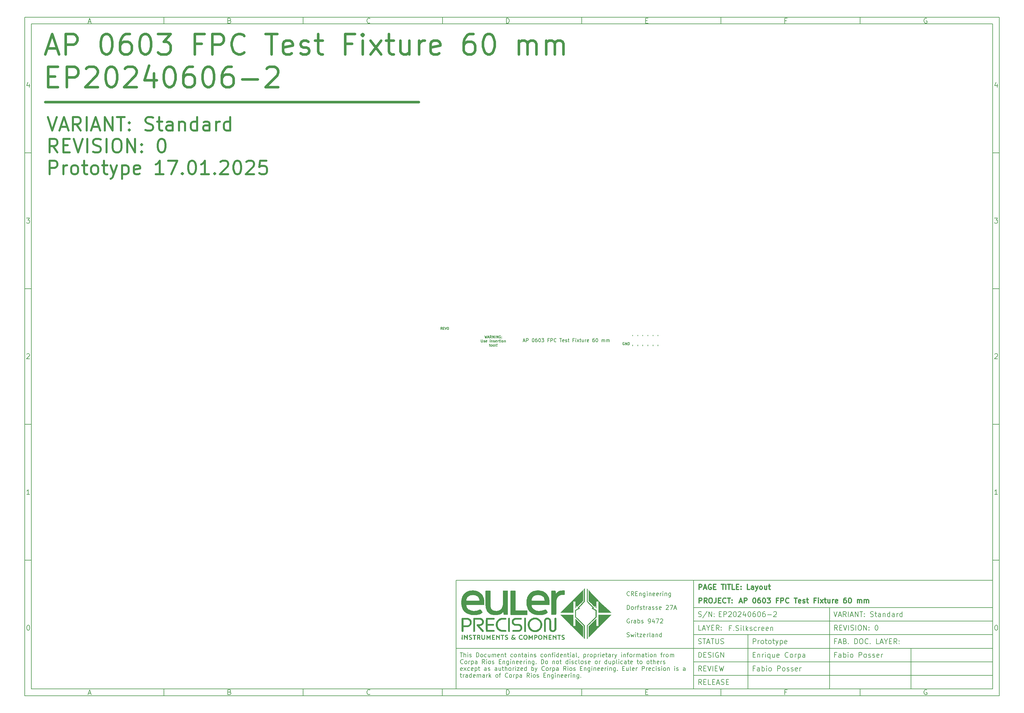
<source format=gbr>
%TF.GenerationSoftware,KiCad,Pcbnew,8.0.9-1.fc41*%
%TF.CreationDate,2025-03-16T15:34:32+01:00*%
%TF.ProjectId,0100_COVERSHEET,30313030-5f43-44f5-9645-525348454554,0*%
%TF.SameCoordinates,Original*%
%TF.FileFunction,Legend,Top*%
%TF.FilePolarity,Positive*%
%FSLAX46Y46*%
G04 Gerber Fmt 4.6, Leading zero omitted, Abs format (unit mm)*
G04 Created by KiCad (PCBNEW 8.0.9-1.fc41) date 2025-03-16 15:34:32*
%MOMM*%
%LPD*%
G01*
G04 APERTURE LIST*
%ADD10C,0.100000*%
%ADD11C,0.150000*%
%ADD12C,0.300000*%
%ADD13C,0.750000*%
%ADD14C,0.600000*%
%ADD15C,0.000001*%
%ADD16C,0.160000*%
%ADD17C,0.200000*%
G04 APERTURE END LIST*
D10*
D11*
X7000000Y-203000000D02*
X290000000Y-203000000D01*
X290000000Y-7000000D01*
X7000000Y-7000000D01*
X7000000Y-203000000D01*
D10*
D11*
X132000000Y-171000000D02*
X290000000Y-171000000D01*
X290000000Y-203000000D01*
X132000000Y-203000000D01*
X132000000Y-171000000D01*
D10*
D11*
X202000000Y-203000000D02*
X202000000Y-171000000D01*
D10*
D11*
X290000000Y-199000000D02*
X202000000Y-199000000D01*
D10*
D11*
X290000000Y-195000000D02*
X202000000Y-195000000D01*
D10*
D11*
X290000000Y-191000000D02*
X201000000Y-191000000D01*
D10*
D11*
X290000000Y-187000000D02*
X202000000Y-187000000D01*
D10*
D11*
X290000000Y-183000000D02*
X202000000Y-183000000D01*
D10*
D11*
X290000000Y-179000000D02*
X202000000Y-179000000D01*
D10*
D11*
X266000000Y-203000000D02*
X266000000Y-191000000D01*
D10*
D11*
X242000000Y-203000000D02*
X242000000Y-179000000D01*
D10*
D11*
X218000000Y-203000000D02*
X218000000Y-187000000D01*
D10*
D12*
X203556710Y-173685528D02*
X203556710Y-172185528D01*
X203556710Y-172185528D02*
X204128139Y-172185528D01*
X204128139Y-172185528D02*
X204270996Y-172256957D01*
X204270996Y-172256957D02*
X204342425Y-172328385D01*
X204342425Y-172328385D02*
X204413853Y-172471242D01*
X204413853Y-172471242D02*
X204413853Y-172685528D01*
X204413853Y-172685528D02*
X204342425Y-172828385D01*
X204342425Y-172828385D02*
X204270996Y-172899814D01*
X204270996Y-172899814D02*
X204128139Y-172971242D01*
X204128139Y-172971242D02*
X203556710Y-172971242D01*
X204985282Y-173256957D02*
X205699568Y-173256957D01*
X204842425Y-173685528D02*
X205342425Y-172185528D01*
X205342425Y-172185528D02*
X205842425Y-173685528D01*
X207128139Y-172256957D02*
X206985282Y-172185528D01*
X206985282Y-172185528D02*
X206770996Y-172185528D01*
X206770996Y-172185528D02*
X206556710Y-172256957D01*
X206556710Y-172256957D02*
X206413853Y-172399814D01*
X206413853Y-172399814D02*
X206342424Y-172542671D01*
X206342424Y-172542671D02*
X206270996Y-172828385D01*
X206270996Y-172828385D02*
X206270996Y-173042671D01*
X206270996Y-173042671D02*
X206342424Y-173328385D01*
X206342424Y-173328385D02*
X206413853Y-173471242D01*
X206413853Y-173471242D02*
X206556710Y-173614100D01*
X206556710Y-173614100D02*
X206770996Y-173685528D01*
X206770996Y-173685528D02*
X206913853Y-173685528D01*
X206913853Y-173685528D02*
X207128139Y-173614100D01*
X207128139Y-173614100D02*
X207199567Y-173542671D01*
X207199567Y-173542671D02*
X207199567Y-173042671D01*
X207199567Y-173042671D02*
X206913853Y-173042671D01*
X207842424Y-172899814D02*
X208342424Y-172899814D01*
X208556710Y-173685528D02*
X207842424Y-173685528D01*
X207842424Y-173685528D02*
X207842424Y-172185528D01*
X207842424Y-172185528D02*
X208556710Y-172185528D01*
X210128139Y-172185528D02*
X210985282Y-172185528D01*
X210556710Y-173685528D02*
X210556710Y-172185528D01*
X211485281Y-173685528D02*
X211485281Y-172185528D01*
X211985282Y-172185528D02*
X212842425Y-172185528D01*
X212413853Y-173685528D02*
X212413853Y-172185528D01*
X214056710Y-173685528D02*
X213342424Y-173685528D01*
X213342424Y-173685528D02*
X213342424Y-172185528D01*
X214556710Y-172899814D02*
X215056710Y-172899814D01*
X215270996Y-173685528D02*
X214556710Y-173685528D01*
X214556710Y-173685528D02*
X214556710Y-172185528D01*
X214556710Y-172185528D02*
X215270996Y-172185528D01*
X215913853Y-173542671D02*
X215985282Y-173614100D01*
X215985282Y-173614100D02*
X215913853Y-173685528D01*
X215913853Y-173685528D02*
X215842425Y-173614100D01*
X215842425Y-173614100D02*
X215913853Y-173542671D01*
X215913853Y-173542671D02*
X215913853Y-173685528D01*
X215913853Y-172756957D02*
X215985282Y-172828385D01*
X215985282Y-172828385D02*
X215913853Y-172899814D01*
X215913853Y-172899814D02*
X215842425Y-172828385D01*
X215842425Y-172828385D02*
X215913853Y-172756957D01*
X215913853Y-172756957D02*
X215913853Y-172899814D01*
X218485282Y-173685528D02*
X217770996Y-173685528D01*
X217770996Y-173685528D02*
X217770996Y-172185528D01*
X219628140Y-173685528D02*
X219628140Y-172899814D01*
X219628140Y-172899814D02*
X219556711Y-172756957D01*
X219556711Y-172756957D02*
X219413854Y-172685528D01*
X219413854Y-172685528D02*
X219128140Y-172685528D01*
X219128140Y-172685528D02*
X218985282Y-172756957D01*
X219628140Y-173614100D02*
X219485282Y-173685528D01*
X219485282Y-173685528D02*
X219128140Y-173685528D01*
X219128140Y-173685528D02*
X218985282Y-173614100D01*
X218985282Y-173614100D02*
X218913854Y-173471242D01*
X218913854Y-173471242D02*
X218913854Y-173328385D01*
X218913854Y-173328385D02*
X218985282Y-173185528D01*
X218985282Y-173185528D02*
X219128140Y-173114100D01*
X219128140Y-173114100D02*
X219485282Y-173114100D01*
X219485282Y-173114100D02*
X219628140Y-173042671D01*
X220199568Y-172685528D02*
X220556711Y-173685528D01*
X220913854Y-172685528D02*
X220556711Y-173685528D01*
X220556711Y-173685528D02*
X220413854Y-174042671D01*
X220413854Y-174042671D02*
X220342425Y-174114100D01*
X220342425Y-174114100D02*
X220199568Y-174185528D01*
X221699568Y-173685528D02*
X221556711Y-173614100D01*
X221556711Y-173614100D02*
X221485282Y-173542671D01*
X221485282Y-173542671D02*
X221413854Y-173399814D01*
X221413854Y-173399814D02*
X221413854Y-172971242D01*
X221413854Y-172971242D02*
X221485282Y-172828385D01*
X221485282Y-172828385D02*
X221556711Y-172756957D01*
X221556711Y-172756957D02*
X221699568Y-172685528D01*
X221699568Y-172685528D02*
X221913854Y-172685528D01*
X221913854Y-172685528D02*
X222056711Y-172756957D01*
X222056711Y-172756957D02*
X222128140Y-172828385D01*
X222128140Y-172828385D02*
X222199568Y-172971242D01*
X222199568Y-172971242D02*
X222199568Y-173399814D01*
X222199568Y-173399814D02*
X222128140Y-173542671D01*
X222128140Y-173542671D02*
X222056711Y-173614100D01*
X222056711Y-173614100D02*
X221913854Y-173685528D01*
X221913854Y-173685528D02*
X221699568Y-173685528D01*
X223485283Y-172685528D02*
X223485283Y-173685528D01*
X222842425Y-172685528D02*
X222842425Y-173471242D01*
X222842425Y-173471242D02*
X222913854Y-173614100D01*
X222913854Y-173614100D02*
X223056711Y-173685528D01*
X223056711Y-173685528D02*
X223270997Y-173685528D01*
X223270997Y-173685528D02*
X223413854Y-173614100D01*
X223413854Y-173614100D02*
X223485283Y-173542671D01*
X223985283Y-172685528D02*
X224556711Y-172685528D01*
X224199568Y-172185528D02*
X224199568Y-173471242D01*
X224199568Y-173471242D02*
X224270997Y-173614100D01*
X224270997Y-173614100D02*
X224413854Y-173685528D01*
X224413854Y-173685528D02*
X224556711Y-173685528D01*
D10*
D11*
X201000000Y-191000000D02*
X132000000Y-191000000D01*
D10*
D12*
X203554510Y-177678328D02*
X203554510Y-176178328D01*
X203554510Y-176178328D02*
X204125939Y-176178328D01*
X204125939Y-176178328D02*
X204268796Y-176249757D01*
X204268796Y-176249757D02*
X204340225Y-176321185D01*
X204340225Y-176321185D02*
X204411653Y-176464042D01*
X204411653Y-176464042D02*
X204411653Y-176678328D01*
X204411653Y-176678328D02*
X204340225Y-176821185D01*
X204340225Y-176821185D02*
X204268796Y-176892614D01*
X204268796Y-176892614D02*
X204125939Y-176964042D01*
X204125939Y-176964042D02*
X203554510Y-176964042D01*
X205911653Y-177678328D02*
X205411653Y-176964042D01*
X205054510Y-177678328D02*
X205054510Y-176178328D01*
X205054510Y-176178328D02*
X205625939Y-176178328D01*
X205625939Y-176178328D02*
X205768796Y-176249757D01*
X205768796Y-176249757D02*
X205840225Y-176321185D01*
X205840225Y-176321185D02*
X205911653Y-176464042D01*
X205911653Y-176464042D02*
X205911653Y-176678328D01*
X205911653Y-176678328D02*
X205840225Y-176821185D01*
X205840225Y-176821185D02*
X205768796Y-176892614D01*
X205768796Y-176892614D02*
X205625939Y-176964042D01*
X205625939Y-176964042D02*
X205054510Y-176964042D01*
X206840225Y-176178328D02*
X207125939Y-176178328D01*
X207125939Y-176178328D02*
X207268796Y-176249757D01*
X207268796Y-176249757D02*
X207411653Y-176392614D01*
X207411653Y-176392614D02*
X207483082Y-176678328D01*
X207483082Y-176678328D02*
X207483082Y-177178328D01*
X207483082Y-177178328D02*
X207411653Y-177464042D01*
X207411653Y-177464042D02*
X207268796Y-177606900D01*
X207268796Y-177606900D02*
X207125939Y-177678328D01*
X207125939Y-177678328D02*
X206840225Y-177678328D01*
X206840225Y-177678328D02*
X206697368Y-177606900D01*
X206697368Y-177606900D02*
X206554510Y-177464042D01*
X206554510Y-177464042D02*
X206483082Y-177178328D01*
X206483082Y-177178328D02*
X206483082Y-176678328D01*
X206483082Y-176678328D02*
X206554510Y-176392614D01*
X206554510Y-176392614D02*
X206697368Y-176249757D01*
X206697368Y-176249757D02*
X206840225Y-176178328D01*
X208554511Y-176178328D02*
X208554511Y-177249757D01*
X208554511Y-177249757D02*
X208483082Y-177464042D01*
X208483082Y-177464042D02*
X208340225Y-177606900D01*
X208340225Y-177606900D02*
X208125939Y-177678328D01*
X208125939Y-177678328D02*
X207983082Y-177678328D01*
X209268796Y-176892614D02*
X209768796Y-176892614D01*
X209983082Y-177678328D02*
X209268796Y-177678328D01*
X209268796Y-177678328D02*
X209268796Y-176178328D01*
X209268796Y-176178328D02*
X209983082Y-176178328D01*
X211483082Y-177535471D02*
X211411654Y-177606900D01*
X211411654Y-177606900D02*
X211197368Y-177678328D01*
X211197368Y-177678328D02*
X211054511Y-177678328D01*
X211054511Y-177678328D02*
X210840225Y-177606900D01*
X210840225Y-177606900D02*
X210697368Y-177464042D01*
X210697368Y-177464042D02*
X210625939Y-177321185D01*
X210625939Y-177321185D02*
X210554511Y-177035471D01*
X210554511Y-177035471D02*
X210554511Y-176821185D01*
X210554511Y-176821185D02*
X210625939Y-176535471D01*
X210625939Y-176535471D02*
X210697368Y-176392614D01*
X210697368Y-176392614D02*
X210840225Y-176249757D01*
X210840225Y-176249757D02*
X211054511Y-176178328D01*
X211054511Y-176178328D02*
X211197368Y-176178328D01*
X211197368Y-176178328D02*
X211411654Y-176249757D01*
X211411654Y-176249757D02*
X211483082Y-176321185D01*
X211911654Y-176178328D02*
X212768797Y-176178328D01*
X212340225Y-177678328D02*
X212340225Y-176178328D01*
X213268796Y-177535471D02*
X213340225Y-177606900D01*
X213340225Y-177606900D02*
X213268796Y-177678328D01*
X213268796Y-177678328D02*
X213197368Y-177606900D01*
X213197368Y-177606900D02*
X213268796Y-177535471D01*
X213268796Y-177535471D02*
X213268796Y-177678328D01*
X213268796Y-176749757D02*
X213340225Y-176821185D01*
X213340225Y-176821185D02*
X213268796Y-176892614D01*
X213268796Y-176892614D02*
X213197368Y-176821185D01*
X213197368Y-176821185D02*
X213268796Y-176749757D01*
X213268796Y-176749757D02*
X213268796Y-176892614D01*
D10*
D11*
X203384398Y-181614700D02*
X203598684Y-181686128D01*
X203598684Y-181686128D02*
X203955826Y-181686128D01*
X203955826Y-181686128D02*
X204098684Y-181614700D01*
X204098684Y-181614700D02*
X204170112Y-181543271D01*
X204170112Y-181543271D02*
X204241541Y-181400414D01*
X204241541Y-181400414D02*
X204241541Y-181257557D01*
X204241541Y-181257557D02*
X204170112Y-181114700D01*
X204170112Y-181114700D02*
X204098684Y-181043271D01*
X204098684Y-181043271D02*
X203955826Y-180971842D01*
X203955826Y-180971842D02*
X203670112Y-180900414D01*
X203670112Y-180900414D02*
X203527255Y-180828985D01*
X203527255Y-180828985D02*
X203455826Y-180757557D01*
X203455826Y-180757557D02*
X203384398Y-180614700D01*
X203384398Y-180614700D02*
X203384398Y-180471842D01*
X203384398Y-180471842D02*
X203455826Y-180328985D01*
X203455826Y-180328985D02*
X203527255Y-180257557D01*
X203527255Y-180257557D02*
X203670112Y-180186128D01*
X203670112Y-180186128D02*
X204027255Y-180186128D01*
X204027255Y-180186128D02*
X204241541Y-180257557D01*
X205955826Y-180114700D02*
X204670112Y-182043271D01*
X206455826Y-181686128D02*
X206455826Y-180186128D01*
X206455826Y-180186128D02*
X207312969Y-181686128D01*
X207312969Y-181686128D02*
X207312969Y-180186128D01*
X208027255Y-181543271D02*
X208098684Y-181614700D01*
X208098684Y-181614700D02*
X208027255Y-181686128D01*
X208027255Y-181686128D02*
X207955827Y-181614700D01*
X207955827Y-181614700D02*
X208027255Y-181543271D01*
X208027255Y-181543271D02*
X208027255Y-181686128D01*
X208027255Y-180757557D02*
X208098684Y-180828985D01*
X208098684Y-180828985D02*
X208027255Y-180900414D01*
X208027255Y-180900414D02*
X207955827Y-180828985D01*
X207955827Y-180828985D02*
X208027255Y-180757557D01*
X208027255Y-180757557D02*
X208027255Y-180900414D01*
D10*
D11*
X203455826Y-193686128D02*
X203455826Y-192186128D01*
X203455826Y-192186128D02*
X203812969Y-192186128D01*
X203812969Y-192186128D02*
X204027255Y-192257557D01*
X204027255Y-192257557D02*
X204170112Y-192400414D01*
X204170112Y-192400414D02*
X204241541Y-192543271D01*
X204241541Y-192543271D02*
X204312969Y-192828985D01*
X204312969Y-192828985D02*
X204312969Y-193043271D01*
X204312969Y-193043271D02*
X204241541Y-193328985D01*
X204241541Y-193328985D02*
X204170112Y-193471842D01*
X204170112Y-193471842D02*
X204027255Y-193614700D01*
X204027255Y-193614700D02*
X203812969Y-193686128D01*
X203812969Y-193686128D02*
X203455826Y-193686128D01*
X204955826Y-192900414D02*
X205455826Y-192900414D01*
X205670112Y-193686128D02*
X204955826Y-193686128D01*
X204955826Y-193686128D02*
X204955826Y-192186128D01*
X204955826Y-192186128D02*
X205670112Y-192186128D01*
X206241541Y-193614700D02*
X206455827Y-193686128D01*
X206455827Y-193686128D02*
X206812969Y-193686128D01*
X206812969Y-193686128D02*
X206955827Y-193614700D01*
X206955827Y-193614700D02*
X207027255Y-193543271D01*
X207027255Y-193543271D02*
X207098684Y-193400414D01*
X207098684Y-193400414D02*
X207098684Y-193257557D01*
X207098684Y-193257557D02*
X207027255Y-193114700D01*
X207027255Y-193114700D02*
X206955827Y-193043271D01*
X206955827Y-193043271D02*
X206812969Y-192971842D01*
X206812969Y-192971842D02*
X206527255Y-192900414D01*
X206527255Y-192900414D02*
X206384398Y-192828985D01*
X206384398Y-192828985D02*
X206312969Y-192757557D01*
X206312969Y-192757557D02*
X206241541Y-192614700D01*
X206241541Y-192614700D02*
X206241541Y-192471842D01*
X206241541Y-192471842D02*
X206312969Y-192328985D01*
X206312969Y-192328985D02*
X206384398Y-192257557D01*
X206384398Y-192257557D02*
X206527255Y-192186128D01*
X206527255Y-192186128D02*
X206884398Y-192186128D01*
X206884398Y-192186128D02*
X207098684Y-192257557D01*
X207741540Y-193686128D02*
X207741540Y-192186128D01*
X209241541Y-192257557D02*
X209098684Y-192186128D01*
X209098684Y-192186128D02*
X208884398Y-192186128D01*
X208884398Y-192186128D02*
X208670112Y-192257557D01*
X208670112Y-192257557D02*
X208527255Y-192400414D01*
X208527255Y-192400414D02*
X208455826Y-192543271D01*
X208455826Y-192543271D02*
X208384398Y-192828985D01*
X208384398Y-192828985D02*
X208384398Y-193043271D01*
X208384398Y-193043271D02*
X208455826Y-193328985D01*
X208455826Y-193328985D02*
X208527255Y-193471842D01*
X208527255Y-193471842D02*
X208670112Y-193614700D01*
X208670112Y-193614700D02*
X208884398Y-193686128D01*
X208884398Y-193686128D02*
X209027255Y-193686128D01*
X209027255Y-193686128D02*
X209241541Y-193614700D01*
X209241541Y-193614700D02*
X209312969Y-193543271D01*
X209312969Y-193543271D02*
X209312969Y-193043271D01*
X209312969Y-193043271D02*
X209027255Y-193043271D01*
X209955826Y-193686128D02*
X209955826Y-192186128D01*
X209955826Y-192186128D02*
X210812969Y-193686128D01*
X210812969Y-193686128D02*
X210812969Y-192186128D01*
D10*
D11*
X204312969Y-197686128D02*
X203812969Y-196971842D01*
X203455826Y-197686128D02*
X203455826Y-196186128D01*
X203455826Y-196186128D02*
X204027255Y-196186128D01*
X204027255Y-196186128D02*
X204170112Y-196257557D01*
X204170112Y-196257557D02*
X204241541Y-196328985D01*
X204241541Y-196328985D02*
X204312969Y-196471842D01*
X204312969Y-196471842D02*
X204312969Y-196686128D01*
X204312969Y-196686128D02*
X204241541Y-196828985D01*
X204241541Y-196828985D02*
X204170112Y-196900414D01*
X204170112Y-196900414D02*
X204027255Y-196971842D01*
X204027255Y-196971842D02*
X203455826Y-196971842D01*
X204955826Y-196900414D02*
X205455826Y-196900414D01*
X205670112Y-197686128D02*
X204955826Y-197686128D01*
X204955826Y-197686128D02*
X204955826Y-196186128D01*
X204955826Y-196186128D02*
X205670112Y-196186128D01*
X206098684Y-196186128D02*
X206598684Y-197686128D01*
X206598684Y-197686128D02*
X207098684Y-196186128D01*
X207598683Y-197686128D02*
X207598683Y-196186128D01*
X208312969Y-196900414D02*
X208812969Y-196900414D01*
X209027255Y-197686128D02*
X208312969Y-197686128D01*
X208312969Y-197686128D02*
X208312969Y-196186128D01*
X208312969Y-196186128D02*
X209027255Y-196186128D01*
X209527255Y-196186128D02*
X209884398Y-197686128D01*
X209884398Y-197686128D02*
X210170112Y-196614700D01*
X210170112Y-196614700D02*
X210455827Y-197686128D01*
X210455827Y-197686128D02*
X210812970Y-196186128D01*
D10*
D11*
X204312969Y-201686128D02*
X203812969Y-200971842D01*
X203455826Y-201686128D02*
X203455826Y-200186128D01*
X203455826Y-200186128D02*
X204027255Y-200186128D01*
X204027255Y-200186128D02*
X204170112Y-200257557D01*
X204170112Y-200257557D02*
X204241541Y-200328985D01*
X204241541Y-200328985D02*
X204312969Y-200471842D01*
X204312969Y-200471842D02*
X204312969Y-200686128D01*
X204312969Y-200686128D02*
X204241541Y-200828985D01*
X204241541Y-200828985D02*
X204170112Y-200900414D01*
X204170112Y-200900414D02*
X204027255Y-200971842D01*
X204027255Y-200971842D02*
X203455826Y-200971842D01*
X204955826Y-200900414D02*
X205455826Y-200900414D01*
X205670112Y-201686128D02*
X204955826Y-201686128D01*
X204955826Y-201686128D02*
X204955826Y-200186128D01*
X204955826Y-200186128D02*
X205670112Y-200186128D01*
X207027255Y-201686128D02*
X206312969Y-201686128D01*
X206312969Y-201686128D02*
X206312969Y-200186128D01*
X207527255Y-200900414D02*
X208027255Y-200900414D01*
X208241541Y-201686128D02*
X207527255Y-201686128D01*
X207527255Y-201686128D02*
X207527255Y-200186128D01*
X207527255Y-200186128D02*
X208241541Y-200186128D01*
X208812970Y-201257557D02*
X209527256Y-201257557D01*
X208670113Y-201686128D02*
X209170113Y-200186128D01*
X209170113Y-200186128D02*
X209670113Y-201686128D01*
X210098684Y-201614700D02*
X210312970Y-201686128D01*
X210312970Y-201686128D02*
X210670112Y-201686128D01*
X210670112Y-201686128D02*
X210812970Y-201614700D01*
X210812970Y-201614700D02*
X210884398Y-201543271D01*
X210884398Y-201543271D02*
X210955827Y-201400414D01*
X210955827Y-201400414D02*
X210955827Y-201257557D01*
X210955827Y-201257557D02*
X210884398Y-201114700D01*
X210884398Y-201114700D02*
X210812970Y-201043271D01*
X210812970Y-201043271D02*
X210670112Y-200971842D01*
X210670112Y-200971842D02*
X210384398Y-200900414D01*
X210384398Y-200900414D02*
X210241541Y-200828985D01*
X210241541Y-200828985D02*
X210170112Y-200757557D01*
X210170112Y-200757557D02*
X210098684Y-200614700D01*
X210098684Y-200614700D02*
X210098684Y-200471842D01*
X210098684Y-200471842D02*
X210170112Y-200328985D01*
X210170112Y-200328985D02*
X210241541Y-200257557D01*
X210241541Y-200257557D02*
X210384398Y-200186128D01*
X210384398Y-200186128D02*
X210741541Y-200186128D01*
X210741541Y-200186128D02*
X210955827Y-200257557D01*
X211598683Y-200900414D02*
X212098683Y-200900414D01*
X212312969Y-201686128D02*
X211598683Y-201686128D01*
X211598683Y-201686128D02*
X211598683Y-200186128D01*
X211598683Y-200186128D02*
X212312969Y-200186128D01*
D10*
D11*
X243241541Y-180186128D02*
X243741541Y-181686128D01*
X243741541Y-181686128D02*
X244241541Y-180186128D01*
X244670112Y-181257557D02*
X245384398Y-181257557D01*
X244527255Y-181686128D02*
X245027255Y-180186128D01*
X245027255Y-180186128D02*
X245527255Y-181686128D01*
X246884397Y-181686128D02*
X246384397Y-180971842D01*
X246027254Y-181686128D02*
X246027254Y-180186128D01*
X246027254Y-180186128D02*
X246598683Y-180186128D01*
X246598683Y-180186128D02*
X246741540Y-180257557D01*
X246741540Y-180257557D02*
X246812969Y-180328985D01*
X246812969Y-180328985D02*
X246884397Y-180471842D01*
X246884397Y-180471842D02*
X246884397Y-180686128D01*
X246884397Y-180686128D02*
X246812969Y-180828985D01*
X246812969Y-180828985D02*
X246741540Y-180900414D01*
X246741540Y-180900414D02*
X246598683Y-180971842D01*
X246598683Y-180971842D02*
X246027254Y-180971842D01*
X247527254Y-181686128D02*
X247527254Y-180186128D01*
X248170112Y-181257557D02*
X248884398Y-181257557D01*
X248027255Y-181686128D02*
X248527255Y-180186128D01*
X248527255Y-180186128D02*
X249027255Y-181686128D01*
X249527254Y-181686128D02*
X249527254Y-180186128D01*
X249527254Y-180186128D02*
X250384397Y-181686128D01*
X250384397Y-181686128D02*
X250384397Y-180186128D01*
X250884398Y-180186128D02*
X251741541Y-180186128D01*
X251312969Y-181686128D02*
X251312969Y-180186128D01*
X252241540Y-181543271D02*
X252312969Y-181614700D01*
X252312969Y-181614700D02*
X252241540Y-181686128D01*
X252241540Y-181686128D02*
X252170112Y-181614700D01*
X252170112Y-181614700D02*
X252241540Y-181543271D01*
X252241540Y-181543271D02*
X252241540Y-181686128D01*
X252241540Y-180757557D02*
X252312969Y-180828985D01*
X252312969Y-180828985D02*
X252241540Y-180900414D01*
X252241540Y-180900414D02*
X252170112Y-180828985D01*
X252170112Y-180828985D02*
X252241540Y-180757557D01*
X252241540Y-180757557D02*
X252241540Y-180900414D01*
X254027255Y-181614700D02*
X254241541Y-181686128D01*
X254241541Y-181686128D02*
X254598683Y-181686128D01*
X254598683Y-181686128D02*
X254741541Y-181614700D01*
X254741541Y-181614700D02*
X254812969Y-181543271D01*
X254812969Y-181543271D02*
X254884398Y-181400414D01*
X254884398Y-181400414D02*
X254884398Y-181257557D01*
X254884398Y-181257557D02*
X254812969Y-181114700D01*
X254812969Y-181114700D02*
X254741541Y-181043271D01*
X254741541Y-181043271D02*
X254598683Y-180971842D01*
X254598683Y-180971842D02*
X254312969Y-180900414D01*
X254312969Y-180900414D02*
X254170112Y-180828985D01*
X254170112Y-180828985D02*
X254098683Y-180757557D01*
X254098683Y-180757557D02*
X254027255Y-180614700D01*
X254027255Y-180614700D02*
X254027255Y-180471842D01*
X254027255Y-180471842D02*
X254098683Y-180328985D01*
X254098683Y-180328985D02*
X254170112Y-180257557D01*
X254170112Y-180257557D02*
X254312969Y-180186128D01*
X254312969Y-180186128D02*
X254670112Y-180186128D01*
X254670112Y-180186128D02*
X254884398Y-180257557D01*
X255312969Y-180686128D02*
X255884397Y-180686128D01*
X255527254Y-180186128D02*
X255527254Y-181471842D01*
X255527254Y-181471842D02*
X255598683Y-181614700D01*
X255598683Y-181614700D02*
X255741540Y-181686128D01*
X255741540Y-181686128D02*
X255884397Y-181686128D01*
X257027255Y-181686128D02*
X257027255Y-180900414D01*
X257027255Y-180900414D02*
X256955826Y-180757557D01*
X256955826Y-180757557D02*
X256812969Y-180686128D01*
X256812969Y-180686128D02*
X256527255Y-180686128D01*
X256527255Y-180686128D02*
X256384397Y-180757557D01*
X257027255Y-181614700D02*
X256884397Y-181686128D01*
X256884397Y-181686128D02*
X256527255Y-181686128D01*
X256527255Y-181686128D02*
X256384397Y-181614700D01*
X256384397Y-181614700D02*
X256312969Y-181471842D01*
X256312969Y-181471842D02*
X256312969Y-181328985D01*
X256312969Y-181328985D02*
X256384397Y-181186128D01*
X256384397Y-181186128D02*
X256527255Y-181114700D01*
X256527255Y-181114700D02*
X256884397Y-181114700D01*
X256884397Y-181114700D02*
X257027255Y-181043271D01*
X257741540Y-180686128D02*
X257741540Y-181686128D01*
X257741540Y-180828985D02*
X257812969Y-180757557D01*
X257812969Y-180757557D02*
X257955826Y-180686128D01*
X257955826Y-180686128D02*
X258170112Y-180686128D01*
X258170112Y-180686128D02*
X258312969Y-180757557D01*
X258312969Y-180757557D02*
X258384398Y-180900414D01*
X258384398Y-180900414D02*
X258384398Y-181686128D01*
X259741541Y-181686128D02*
X259741541Y-180186128D01*
X259741541Y-181614700D02*
X259598683Y-181686128D01*
X259598683Y-181686128D02*
X259312969Y-181686128D01*
X259312969Y-181686128D02*
X259170112Y-181614700D01*
X259170112Y-181614700D02*
X259098683Y-181543271D01*
X259098683Y-181543271D02*
X259027255Y-181400414D01*
X259027255Y-181400414D02*
X259027255Y-180971842D01*
X259027255Y-180971842D02*
X259098683Y-180828985D01*
X259098683Y-180828985D02*
X259170112Y-180757557D01*
X259170112Y-180757557D02*
X259312969Y-180686128D01*
X259312969Y-180686128D02*
X259598683Y-180686128D01*
X259598683Y-180686128D02*
X259741541Y-180757557D01*
X261098684Y-181686128D02*
X261098684Y-180900414D01*
X261098684Y-180900414D02*
X261027255Y-180757557D01*
X261027255Y-180757557D02*
X260884398Y-180686128D01*
X260884398Y-180686128D02*
X260598684Y-180686128D01*
X260598684Y-180686128D02*
X260455826Y-180757557D01*
X261098684Y-181614700D02*
X260955826Y-181686128D01*
X260955826Y-181686128D02*
X260598684Y-181686128D01*
X260598684Y-181686128D02*
X260455826Y-181614700D01*
X260455826Y-181614700D02*
X260384398Y-181471842D01*
X260384398Y-181471842D02*
X260384398Y-181328985D01*
X260384398Y-181328985D02*
X260455826Y-181186128D01*
X260455826Y-181186128D02*
X260598684Y-181114700D01*
X260598684Y-181114700D02*
X260955826Y-181114700D01*
X260955826Y-181114700D02*
X261098684Y-181043271D01*
X261812969Y-181686128D02*
X261812969Y-180686128D01*
X261812969Y-180971842D02*
X261884398Y-180828985D01*
X261884398Y-180828985D02*
X261955827Y-180757557D01*
X261955827Y-180757557D02*
X262098684Y-180686128D01*
X262098684Y-180686128D02*
X262241541Y-180686128D01*
X263384398Y-181686128D02*
X263384398Y-180186128D01*
X263384398Y-181614700D02*
X263241540Y-181686128D01*
X263241540Y-181686128D02*
X262955826Y-181686128D01*
X262955826Y-181686128D02*
X262812969Y-181614700D01*
X262812969Y-181614700D02*
X262741540Y-181543271D01*
X262741540Y-181543271D02*
X262670112Y-181400414D01*
X262670112Y-181400414D02*
X262670112Y-180971842D01*
X262670112Y-180971842D02*
X262741540Y-180828985D01*
X262741540Y-180828985D02*
X262812969Y-180757557D01*
X262812969Y-180757557D02*
X262955826Y-180686128D01*
X262955826Y-180686128D02*
X263241540Y-180686128D01*
X263241540Y-180686128D02*
X263384398Y-180757557D01*
D10*
D11*
X244312969Y-185686128D02*
X243812969Y-184971842D01*
X243455826Y-185686128D02*
X243455826Y-184186128D01*
X243455826Y-184186128D02*
X244027255Y-184186128D01*
X244027255Y-184186128D02*
X244170112Y-184257557D01*
X244170112Y-184257557D02*
X244241541Y-184328985D01*
X244241541Y-184328985D02*
X244312969Y-184471842D01*
X244312969Y-184471842D02*
X244312969Y-184686128D01*
X244312969Y-184686128D02*
X244241541Y-184828985D01*
X244241541Y-184828985D02*
X244170112Y-184900414D01*
X244170112Y-184900414D02*
X244027255Y-184971842D01*
X244027255Y-184971842D02*
X243455826Y-184971842D01*
X244955826Y-184900414D02*
X245455826Y-184900414D01*
X245670112Y-185686128D02*
X244955826Y-185686128D01*
X244955826Y-185686128D02*
X244955826Y-184186128D01*
X244955826Y-184186128D02*
X245670112Y-184186128D01*
X246098684Y-184186128D02*
X246598684Y-185686128D01*
X246598684Y-185686128D02*
X247098684Y-184186128D01*
X247598683Y-185686128D02*
X247598683Y-184186128D01*
X248241541Y-185614700D02*
X248455827Y-185686128D01*
X248455827Y-185686128D02*
X248812969Y-185686128D01*
X248812969Y-185686128D02*
X248955827Y-185614700D01*
X248955827Y-185614700D02*
X249027255Y-185543271D01*
X249027255Y-185543271D02*
X249098684Y-185400414D01*
X249098684Y-185400414D02*
X249098684Y-185257557D01*
X249098684Y-185257557D02*
X249027255Y-185114700D01*
X249027255Y-185114700D02*
X248955827Y-185043271D01*
X248955827Y-185043271D02*
X248812969Y-184971842D01*
X248812969Y-184971842D02*
X248527255Y-184900414D01*
X248527255Y-184900414D02*
X248384398Y-184828985D01*
X248384398Y-184828985D02*
X248312969Y-184757557D01*
X248312969Y-184757557D02*
X248241541Y-184614700D01*
X248241541Y-184614700D02*
X248241541Y-184471842D01*
X248241541Y-184471842D02*
X248312969Y-184328985D01*
X248312969Y-184328985D02*
X248384398Y-184257557D01*
X248384398Y-184257557D02*
X248527255Y-184186128D01*
X248527255Y-184186128D02*
X248884398Y-184186128D01*
X248884398Y-184186128D02*
X249098684Y-184257557D01*
X249741540Y-185686128D02*
X249741540Y-184186128D01*
X250741541Y-184186128D02*
X251027255Y-184186128D01*
X251027255Y-184186128D02*
X251170112Y-184257557D01*
X251170112Y-184257557D02*
X251312969Y-184400414D01*
X251312969Y-184400414D02*
X251384398Y-184686128D01*
X251384398Y-184686128D02*
X251384398Y-185186128D01*
X251384398Y-185186128D02*
X251312969Y-185471842D01*
X251312969Y-185471842D02*
X251170112Y-185614700D01*
X251170112Y-185614700D02*
X251027255Y-185686128D01*
X251027255Y-185686128D02*
X250741541Y-185686128D01*
X250741541Y-185686128D02*
X250598684Y-185614700D01*
X250598684Y-185614700D02*
X250455826Y-185471842D01*
X250455826Y-185471842D02*
X250384398Y-185186128D01*
X250384398Y-185186128D02*
X250384398Y-184686128D01*
X250384398Y-184686128D02*
X250455826Y-184400414D01*
X250455826Y-184400414D02*
X250598684Y-184257557D01*
X250598684Y-184257557D02*
X250741541Y-184186128D01*
X252027255Y-185686128D02*
X252027255Y-184186128D01*
X252027255Y-184186128D02*
X252884398Y-185686128D01*
X252884398Y-185686128D02*
X252884398Y-184186128D01*
X253598684Y-185543271D02*
X253670113Y-185614700D01*
X253670113Y-185614700D02*
X253598684Y-185686128D01*
X253598684Y-185686128D02*
X253527256Y-185614700D01*
X253527256Y-185614700D02*
X253598684Y-185543271D01*
X253598684Y-185543271D02*
X253598684Y-185686128D01*
X253598684Y-184757557D02*
X253670113Y-184828985D01*
X253670113Y-184828985D02*
X253598684Y-184900414D01*
X253598684Y-184900414D02*
X253527256Y-184828985D01*
X253527256Y-184828985D02*
X253598684Y-184757557D01*
X253598684Y-184757557D02*
X253598684Y-184900414D01*
X255741542Y-184186128D02*
X255884399Y-184186128D01*
X255884399Y-184186128D02*
X256027256Y-184257557D01*
X256027256Y-184257557D02*
X256098685Y-184328985D01*
X256098685Y-184328985D02*
X256170113Y-184471842D01*
X256170113Y-184471842D02*
X256241542Y-184757557D01*
X256241542Y-184757557D02*
X256241542Y-185114700D01*
X256241542Y-185114700D02*
X256170113Y-185400414D01*
X256170113Y-185400414D02*
X256098685Y-185543271D01*
X256098685Y-185543271D02*
X256027256Y-185614700D01*
X256027256Y-185614700D02*
X255884399Y-185686128D01*
X255884399Y-185686128D02*
X255741542Y-185686128D01*
X255741542Y-185686128D02*
X255598685Y-185614700D01*
X255598685Y-185614700D02*
X255527256Y-185543271D01*
X255527256Y-185543271D02*
X255455827Y-185400414D01*
X255455827Y-185400414D02*
X255384399Y-185114700D01*
X255384399Y-185114700D02*
X255384399Y-184757557D01*
X255384399Y-184757557D02*
X255455827Y-184471842D01*
X255455827Y-184471842D02*
X255527256Y-184328985D01*
X255527256Y-184328985D02*
X255598685Y-184257557D01*
X255598685Y-184257557D02*
X255741542Y-184186128D01*
D10*
D11*
X203384398Y-189614700D02*
X203598684Y-189686128D01*
X203598684Y-189686128D02*
X203955826Y-189686128D01*
X203955826Y-189686128D02*
X204098684Y-189614700D01*
X204098684Y-189614700D02*
X204170112Y-189543271D01*
X204170112Y-189543271D02*
X204241541Y-189400414D01*
X204241541Y-189400414D02*
X204241541Y-189257557D01*
X204241541Y-189257557D02*
X204170112Y-189114700D01*
X204170112Y-189114700D02*
X204098684Y-189043271D01*
X204098684Y-189043271D02*
X203955826Y-188971842D01*
X203955826Y-188971842D02*
X203670112Y-188900414D01*
X203670112Y-188900414D02*
X203527255Y-188828985D01*
X203527255Y-188828985D02*
X203455826Y-188757557D01*
X203455826Y-188757557D02*
X203384398Y-188614700D01*
X203384398Y-188614700D02*
X203384398Y-188471842D01*
X203384398Y-188471842D02*
X203455826Y-188328985D01*
X203455826Y-188328985D02*
X203527255Y-188257557D01*
X203527255Y-188257557D02*
X203670112Y-188186128D01*
X203670112Y-188186128D02*
X204027255Y-188186128D01*
X204027255Y-188186128D02*
X204241541Y-188257557D01*
X204670112Y-188186128D02*
X205527255Y-188186128D01*
X205098683Y-189686128D02*
X205098683Y-188186128D01*
X205955826Y-189257557D02*
X206670112Y-189257557D01*
X205812969Y-189686128D02*
X206312969Y-188186128D01*
X206312969Y-188186128D02*
X206812969Y-189686128D01*
X207098683Y-188186128D02*
X207955826Y-188186128D01*
X207527254Y-189686128D02*
X207527254Y-188186128D01*
X208455825Y-188186128D02*
X208455825Y-189400414D01*
X208455825Y-189400414D02*
X208527254Y-189543271D01*
X208527254Y-189543271D02*
X208598683Y-189614700D01*
X208598683Y-189614700D02*
X208741540Y-189686128D01*
X208741540Y-189686128D02*
X209027254Y-189686128D01*
X209027254Y-189686128D02*
X209170111Y-189614700D01*
X209170111Y-189614700D02*
X209241540Y-189543271D01*
X209241540Y-189543271D02*
X209312968Y-189400414D01*
X209312968Y-189400414D02*
X209312968Y-188186128D01*
X209955826Y-189614700D02*
X210170112Y-189686128D01*
X210170112Y-189686128D02*
X210527254Y-189686128D01*
X210527254Y-189686128D02*
X210670112Y-189614700D01*
X210670112Y-189614700D02*
X210741540Y-189543271D01*
X210741540Y-189543271D02*
X210812969Y-189400414D01*
X210812969Y-189400414D02*
X210812969Y-189257557D01*
X210812969Y-189257557D02*
X210741540Y-189114700D01*
X210741540Y-189114700D02*
X210670112Y-189043271D01*
X210670112Y-189043271D02*
X210527254Y-188971842D01*
X210527254Y-188971842D02*
X210241540Y-188900414D01*
X210241540Y-188900414D02*
X210098683Y-188828985D01*
X210098683Y-188828985D02*
X210027254Y-188757557D01*
X210027254Y-188757557D02*
X209955826Y-188614700D01*
X209955826Y-188614700D02*
X209955826Y-188471842D01*
X209955826Y-188471842D02*
X210027254Y-188328985D01*
X210027254Y-188328985D02*
X210098683Y-188257557D01*
X210098683Y-188257557D02*
X210241540Y-188186128D01*
X210241540Y-188186128D02*
X210598683Y-188186128D01*
X210598683Y-188186128D02*
X210812969Y-188257557D01*
D10*
D11*
X219455826Y-189686128D02*
X219455826Y-188186128D01*
X219455826Y-188186128D02*
X220027255Y-188186128D01*
X220027255Y-188186128D02*
X220170112Y-188257557D01*
X220170112Y-188257557D02*
X220241541Y-188328985D01*
X220241541Y-188328985D02*
X220312969Y-188471842D01*
X220312969Y-188471842D02*
X220312969Y-188686128D01*
X220312969Y-188686128D02*
X220241541Y-188828985D01*
X220241541Y-188828985D02*
X220170112Y-188900414D01*
X220170112Y-188900414D02*
X220027255Y-188971842D01*
X220027255Y-188971842D02*
X219455826Y-188971842D01*
X220955826Y-189686128D02*
X220955826Y-188686128D01*
X220955826Y-188971842D02*
X221027255Y-188828985D01*
X221027255Y-188828985D02*
X221098684Y-188757557D01*
X221098684Y-188757557D02*
X221241541Y-188686128D01*
X221241541Y-188686128D02*
X221384398Y-188686128D01*
X222098683Y-189686128D02*
X221955826Y-189614700D01*
X221955826Y-189614700D02*
X221884397Y-189543271D01*
X221884397Y-189543271D02*
X221812969Y-189400414D01*
X221812969Y-189400414D02*
X221812969Y-188971842D01*
X221812969Y-188971842D02*
X221884397Y-188828985D01*
X221884397Y-188828985D02*
X221955826Y-188757557D01*
X221955826Y-188757557D02*
X222098683Y-188686128D01*
X222098683Y-188686128D02*
X222312969Y-188686128D01*
X222312969Y-188686128D02*
X222455826Y-188757557D01*
X222455826Y-188757557D02*
X222527255Y-188828985D01*
X222527255Y-188828985D02*
X222598683Y-188971842D01*
X222598683Y-188971842D02*
X222598683Y-189400414D01*
X222598683Y-189400414D02*
X222527255Y-189543271D01*
X222527255Y-189543271D02*
X222455826Y-189614700D01*
X222455826Y-189614700D02*
X222312969Y-189686128D01*
X222312969Y-189686128D02*
X222098683Y-189686128D01*
X223027255Y-188686128D02*
X223598683Y-188686128D01*
X223241540Y-188186128D02*
X223241540Y-189471842D01*
X223241540Y-189471842D02*
X223312969Y-189614700D01*
X223312969Y-189614700D02*
X223455826Y-189686128D01*
X223455826Y-189686128D02*
X223598683Y-189686128D01*
X224312969Y-189686128D02*
X224170112Y-189614700D01*
X224170112Y-189614700D02*
X224098683Y-189543271D01*
X224098683Y-189543271D02*
X224027255Y-189400414D01*
X224027255Y-189400414D02*
X224027255Y-188971842D01*
X224027255Y-188971842D02*
X224098683Y-188828985D01*
X224098683Y-188828985D02*
X224170112Y-188757557D01*
X224170112Y-188757557D02*
X224312969Y-188686128D01*
X224312969Y-188686128D02*
X224527255Y-188686128D01*
X224527255Y-188686128D02*
X224670112Y-188757557D01*
X224670112Y-188757557D02*
X224741541Y-188828985D01*
X224741541Y-188828985D02*
X224812969Y-188971842D01*
X224812969Y-188971842D02*
X224812969Y-189400414D01*
X224812969Y-189400414D02*
X224741541Y-189543271D01*
X224741541Y-189543271D02*
X224670112Y-189614700D01*
X224670112Y-189614700D02*
X224527255Y-189686128D01*
X224527255Y-189686128D02*
X224312969Y-189686128D01*
X225241541Y-188686128D02*
X225812969Y-188686128D01*
X225455826Y-188186128D02*
X225455826Y-189471842D01*
X225455826Y-189471842D02*
X225527255Y-189614700D01*
X225527255Y-189614700D02*
X225670112Y-189686128D01*
X225670112Y-189686128D02*
X225812969Y-189686128D01*
X226170112Y-188686128D02*
X226527255Y-189686128D01*
X226884398Y-188686128D02*
X226527255Y-189686128D01*
X226527255Y-189686128D02*
X226384398Y-190043271D01*
X226384398Y-190043271D02*
X226312969Y-190114700D01*
X226312969Y-190114700D02*
X226170112Y-190186128D01*
X227455826Y-188686128D02*
X227455826Y-190186128D01*
X227455826Y-188757557D02*
X227598684Y-188686128D01*
X227598684Y-188686128D02*
X227884398Y-188686128D01*
X227884398Y-188686128D02*
X228027255Y-188757557D01*
X228027255Y-188757557D02*
X228098684Y-188828985D01*
X228098684Y-188828985D02*
X228170112Y-188971842D01*
X228170112Y-188971842D02*
X228170112Y-189400414D01*
X228170112Y-189400414D02*
X228098684Y-189543271D01*
X228098684Y-189543271D02*
X228027255Y-189614700D01*
X228027255Y-189614700D02*
X227884398Y-189686128D01*
X227884398Y-189686128D02*
X227598684Y-189686128D01*
X227598684Y-189686128D02*
X227455826Y-189614700D01*
X229384398Y-189614700D02*
X229241541Y-189686128D01*
X229241541Y-189686128D02*
X228955827Y-189686128D01*
X228955827Y-189686128D02*
X228812969Y-189614700D01*
X228812969Y-189614700D02*
X228741541Y-189471842D01*
X228741541Y-189471842D02*
X228741541Y-188900414D01*
X228741541Y-188900414D02*
X228812969Y-188757557D01*
X228812969Y-188757557D02*
X228955827Y-188686128D01*
X228955827Y-188686128D02*
X229241541Y-188686128D01*
X229241541Y-188686128D02*
X229384398Y-188757557D01*
X229384398Y-188757557D02*
X229455827Y-188900414D01*
X229455827Y-188900414D02*
X229455827Y-189043271D01*
X229455827Y-189043271D02*
X228741541Y-189186128D01*
D10*
D11*
X219955826Y-196900414D02*
X219455826Y-196900414D01*
X219455826Y-197686128D02*
X219455826Y-196186128D01*
X219455826Y-196186128D02*
X220170112Y-196186128D01*
X221384398Y-197686128D02*
X221384398Y-196900414D01*
X221384398Y-196900414D02*
X221312969Y-196757557D01*
X221312969Y-196757557D02*
X221170112Y-196686128D01*
X221170112Y-196686128D02*
X220884398Y-196686128D01*
X220884398Y-196686128D02*
X220741540Y-196757557D01*
X221384398Y-197614700D02*
X221241540Y-197686128D01*
X221241540Y-197686128D02*
X220884398Y-197686128D01*
X220884398Y-197686128D02*
X220741540Y-197614700D01*
X220741540Y-197614700D02*
X220670112Y-197471842D01*
X220670112Y-197471842D02*
X220670112Y-197328985D01*
X220670112Y-197328985D02*
X220741540Y-197186128D01*
X220741540Y-197186128D02*
X220884398Y-197114700D01*
X220884398Y-197114700D02*
X221241540Y-197114700D01*
X221241540Y-197114700D02*
X221384398Y-197043271D01*
X222098683Y-197686128D02*
X222098683Y-196186128D01*
X222098683Y-196757557D02*
X222241541Y-196686128D01*
X222241541Y-196686128D02*
X222527255Y-196686128D01*
X222527255Y-196686128D02*
X222670112Y-196757557D01*
X222670112Y-196757557D02*
X222741541Y-196828985D01*
X222741541Y-196828985D02*
X222812969Y-196971842D01*
X222812969Y-196971842D02*
X222812969Y-197400414D01*
X222812969Y-197400414D02*
X222741541Y-197543271D01*
X222741541Y-197543271D02*
X222670112Y-197614700D01*
X222670112Y-197614700D02*
X222527255Y-197686128D01*
X222527255Y-197686128D02*
X222241541Y-197686128D01*
X222241541Y-197686128D02*
X222098683Y-197614700D01*
X223455826Y-197686128D02*
X223455826Y-196686128D01*
X223455826Y-196186128D02*
X223384398Y-196257557D01*
X223384398Y-196257557D02*
X223455826Y-196328985D01*
X223455826Y-196328985D02*
X223527255Y-196257557D01*
X223527255Y-196257557D02*
X223455826Y-196186128D01*
X223455826Y-196186128D02*
X223455826Y-196328985D01*
X224384398Y-197686128D02*
X224241541Y-197614700D01*
X224241541Y-197614700D02*
X224170112Y-197543271D01*
X224170112Y-197543271D02*
X224098684Y-197400414D01*
X224098684Y-197400414D02*
X224098684Y-196971842D01*
X224098684Y-196971842D02*
X224170112Y-196828985D01*
X224170112Y-196828985D02*
X224241541Y-196757557D01*
X224241541Y-196757557D02*
X224384398Y-196686128D01*
X224384398Y-196686128D02*
X224598684Y-196686128D01*
X224598684Y-196686128D02*
X224741541Y-196757557D01*
X224741541Y-196757557D02*
X224812970Y-196828985D01*
X224812970Y-196828985D02*
X224884398Y-196971842D01*
X224884398Y-196971842D02*
X224884398Y-197400414D01*
X224884398Y-197400414D02*
X224812970Y-197543271D01*
X224812970Y-197543271D02*
X224741541Y-197614700D01*
X224741541Y-197614700D02*
X224598684Y-197686128D01*
X224598684Y-197686128D02*
X224384398Y-197686128D01*
X226670112Y-197686128D02*
X226670112Y-196186128D01*
X226670112Y-196186128D02*
X227241541Y-196186128D01*
X227241541Y-196186128D02*
X227384398Y-196257557D01*
X227384398Y-196257557D02*
X227455827Y-196328985D01*
X227455827Y-196328985D02*
X227527255Y-196471842D01*
X227527255Y-196471842D02*
X227527255Y-196686128D01*
X227527255Y-196686128D02*
X227455827Y-196828985D01*
X227455827Y-196828985D02*
X227384398Y-196900414D01*
X227384398Y-196900414D02*
X227241541Y-196971842D01*
X227241541Y-196971842D02*
X226670112Y-196971842D01*
X228384398Y-197686128D02*
X228241541Y-197614700D01*
X228241541Y-197614700D02*
X228170112Y-197543271D01*
X228170112Y-197543271D02*
X228098684Y-197400414D01*
X228098684Y-197400414D02*
X228098684Y-196971842D01*
X228098684Y-196971842D02*
X228170112Y-196828985D01*
X228170112Y-196828985D02*
X228241541Y-196757557D01*
X228241541Y-196757557D02*
X228384398Y-196686128D01*
X228384398Y-196686128D02*
X228598684Y-196686128D01*
X228598684Y-196686128D02*
X228741541Y-196757557D01*
X228741541Y-196757557D02*
X228812970Y-196828985D01*
X228812970Y-196828985D02*
X228884398Y-196971842D01*
X228884398Y-196971842D02*
X228884398Y-197400414D01*
X228884398Y-197400414D02*
X228812970Y-197543271D01*
X228812970Y-197543271D02*
X228741541Y-197614700D01*
X228741541Y-197614700D02*
X228598684Y-197686128D01*
X228598684Y-197686128D02*
X228384398Y-197686128D01*
X229455827Y-197614700D02*
X229598684Y-197686128D01*
X229598684Y-197686128D02*
X229884398Y-197686128D01*
X229884398Y-197686128D02*
X230027255Y-197614700D01*
X230027255Y-197614700D02*
X230098684Y-197471842D01*
X230098684Y-197471842D02*
X230098684Y-197400414D01*
X230098684Y-197400414D02*
X230027255Y-197257557D01*
X230027255Y-197257557D02*
X229884398Y-197186128D01*
X229884398Y-197186128D02*
X229670113Y-197186128D01*
X229670113Y-197186128D02*
X229527255Y-197114700D01*
X229527255Y-197114700D02*
X229455827Y-196971842D01*
X229455827Y-196971842D02*
X229455827Y-196900414D01*
X229455827Y-196900414D02*
X229527255Y-196757557D01*
X229527255Y-196757557D02*
X229670113Y-196686128D01*
X229670113Y-196686128D02*
X229884398Y-196686128D01*
X229884398Y-196686128D02*
X230027255Y-196757557D01*
X230670113Y-197614700D02*
X230812970Y-197686128D01*
X230812970Y-197686128D02*
X231098684Y-197686128D01*
X231098684Y-197686128D02*
X231241541Y-197614700D01*
X231241541Y-197614700D02*
X231312970Y-197471842D01*
X231312970Y-197471842D02*
X231312970Y-197400414D01*
X231312970Y-197400414D02*
X231241541Y-197257557D01*
X231241541Y-197257557D02*
X231098684Y-197186128D01*
X231098684Y-197186128D02*
X230884399Y-197186128D01*
X230884399Y-197186128D02*
X230741541Y-197114700D01*
X230741541Y-197114700D02*
X230670113Y-196971842D01*
X230670113Y-196971842D02*
X230670113Y-196900414D01*
X230670113Y-196900414D02*
X230741541Y-196757557D01*
X230741541Y-196757557D02*
X230884399Y-196686128D01*
X230884399Y-196686128D02*
X231098684Y-196686128D01*
X231098684Y-196686128D02*
X231241541Y-196757557D01*
X232527256Y-197614700D02*
X232384399Y-197686128D01*
X232384399Y-197686128D02*
X232098685Y-197686128D01*
X232098685Y-197686128D02*
X231955827Y-197614700D01*
X231955827Y-197614700D02*
X231884399Y-197471842D01*
X231884399Y-197471842D02*
X231884399Y-196900414D01*
X231884399Y-196900414D02*
X231955827Y-196757557D01*
X231955827Y-196757557D02*
X232098685Y-196686128D01*
X232098685Y-196686128D02*
X232384399Y-196686128D01*
X232384399Y-196686128D02*
X232527256Y-196757557D01*
X232527256Y-196757557D02*
X232598685Y-196900414D01*
X232598685Y-196900414D02*
X232598685Y-197043271D01*
X232598685Y-197043271D02*
X231884399Y-197186128D01*
X233241541Y-197686128D02*
X233241541Y-196686128D01*
X233241541Y-196971842D02*
X233312970Y-196828985D01*
X233312970Y-196828985D02*
X233384399Y-196757557D01*
X233384399Y-196757557D02*
X233527256Y-196686128D01*
X233527256Y-196686128D02*
X233670113Y-196686128D01*
D10*
D11*
X219455826Y-192900414D02*
X219955826Y-192900414D01*
X220170112Y-193686128D02*
X219455826Y-193686128D01*
X219455826Y-193686128D02*
X219455826Y-192186128D01*
X219455826Y-192186128D02*
X220170112Y-192186128D01*
X220812969Y-192686128D02*
X220812969Y-193686128D01*
X220812969Y-192828985D02*
X220884398Y-192757557D01*
X220884398Y-192757557D02*
X221027255Y-192686128D01*
X221027255Y-192686128D02*
X221241541Y-192686128D01*
X221241541Y-192686128D02*
X221384398Y-192757557D01*
X221384398Y-192757557D02*
X221455827Y-192900414D01*
X221455827Y-192900414D02*
X221455827Y-193686128D01*
X222170112Y-193686128D02*
X222170112Y-192686128D01*
X222170112Y-192971842D02*
X222241541Y-192828985D01*
X222241541Y-192828985D02*
X222312970Y-192757557D01*
X222312970Y-192757557D02*
X222455827Y-192686128D01*
X222455827Y-192686128D02*
X222598684Y-192686128D01*
X223098683Y-193686128D02*
X223098683Y-192686128D01*
X223098683Y-192186128D02*
X223027255Y-192257557D01*
X223027255Y-192257557D02*
X223098683Y-192328985D01*
X223098683Y-192328985D02*
X223170112Y-192257557D01*
X223170112Y-192257557D02*
X223098683Y-192186128D01*
X223098683Y-192186128D02*
X223098683Y-192328985D01*
X224455827Y-192686128D02*
X224455827Y-194186128D01*
X224455827Y-193614700D02*
X224312969Y-193686128D01*
X224312969Y-193686128D02*
X224027255Y-193686128D01*
X224027255Y-193686128D02*
X223884398Y-193614700D01*
X223884398Y-193614700D02*
X223812969Y-193543271D01*
X223812969Y-193543271D02*
X223741541Y-193400414D01*
X223741541Y-193400414D02*
X223741541Y-192971842D01*
X223741541Y-192971842D02*
X223812969Y-192828985D01*
X223812969Y-192828985D02*
X223884398Y-192757557D01*
X223884398Y-192757557D02*
X224027255Y-192686128D01*
X224027255Y-192686128D02*
X224312969Y-192686128D01*
X224312969Y-192686128D02*
X224455827Y-192757557D01*
X225812970Y-192686128D02*
X225812970Y-193686128D01*
X225170112Y-192686128D02*
X225170112Y-193471842D01*
X225170112Y-193471842D02*
X225241541Y-193614700D01*
X225241541Y-193614700D02*
X225384398Y-193686128D01*
X225384398Y-193686128D02*
X225598684Y-193686128D01*
X225598684Y-193686128D02*
X225741541Y-193614700D01*
X225741541Y-193614700D02*
X225812970Y-193543271D01*
X227098684Y-193614700D02*
X226955827Y-193686128D01*
X226955827Y-193686128D02*
X226670113Y-193686128D01*
X226670113Y-193686128D02*
X226527255Y-193614700D01*
X226527255Y-193614700D02*
X226455827Y-193471842D01*
X226455827Y-193471842D02*
X226455827Y-192900414D01*
X226455827Y-192900414D02*
X226527255Y-192757557D01*
X226527255Y-192757557D02*
X226670113Y-192686128D01*
X226670113Y-192686128D02*
X226955827Y-192686128D01*
X226955827Y-192686128D02*
X227098684Y-192757557D01*
X227098684Y-192757557D02*
X227170113Y-192900414D01*
X227170113Y-192900414D02*
X227170113Y-193043271D01*
X227170113Y-193043271D02*
X226455827Y-193186128D01*
X229812969Y-193543271D02*
X229741541Y-193614700D01*
X229741541Y-193614700D02*
X229527255Y-193686128D01*
X229527255Y-193686128D02*
X229384398Y-193686128D01*
X229384398Y-193686128D02*
X229170112Y-193614700D01*
X229170112Y-193614700D02*
X229027255Y-193471842D01*
X229027255Y-193471842D02*
X228955826Y-193328985D01*
X228955826Y-193328985D02*
X228884398Y-193043271D01*
X228884398Y-193043271D02*
X228884398Y-192828985D01*
X228884398Y-192828985D02*
X228955826Y-192543271D01*
X228955826Y-192543271D02*
X229027255Y-192400414D01*
X229027255Y-192400414D02*
X229170112Y-192257557D01*
X229170112Y-192257557D02*
X229384398Y-192186128D01*
X229384398Y-192186128D02*
X229527255Y-192186128D01*
X229527255Y-192186128D02*
X229741541Y-192257557D01*
X229741541Y-192257557D02*
X229812969Y-192328985D01*
X230670112Y-193686128D02*
X230527255Y-193614700D01*
X230527255Y-193614700D02*
X230455826Y-193543271D01*
X230455826Y-193543271D02*
X230384398Y-193400414D01*
X230384398Y-193400414D02*
X230384398Y-192971842D01*
X230384398Y-192971842D02*
X230455826Y-192828985D01*
X230455826Y-192828985D02*
X230527255Y-192757557D01*
X230527255Y-192757557D02*
X230670112Y-192686128D01*
X230670112Y-192686128D02*
X230884398Y-192686128D01*
X230884398Y-192686128D02*
X231027255Y-192757557D01*
X231027255Y-192757557D02*
X231098684Y-192828985D01*
X231098684Y-192828985D02*
X231170112Y-192971842D01*
X231170112Y-192971842D02*
X231170112Y-193400414D01*
X231170112Y-193400414D02*
X231098684Y-193543271D01*
X231098684Y-193543271D02*
X231027255Y-193614700D01*
X231027255Y-193614700D02*
X230884398Y-193686128D01*
X230884398Y-193686128D02*
X230670112Y-193686128D01*
X231812969Y-193686128D02*
X231812969Y-192686128D01*
X231812969Y-192971842D02*
X231884398Y-192828985D01*
X231884398Y-192828985D02*
X231955827Y-192757557D01*
X231955827Y-192757557D02*
X232098684Y-192686128D01*
X232098684Y-192686128D02*
X232241541Y-192686128D01*
X232741540Y-192686128D02*
X232741540Y-194186128D01*
X232741540Y-192757557D02*
X232884398Y-192686128D01*
X232884398Y-192686128D02*
X233170112Y-192686128D01*
X233170112Y-192686128D02*
X233312969Y-192757557D01*
X233312969Y-192757557D02*
X233384398Y-192828985D01*
X233384398Y-192828985D02*
X233455826Y-192971842D01*
X233455826Y-192971842D02*
X233455826Y-193400414D01*
X233455826Y-193400414D02*
X233384398Y-193543271D01*
X233384398Y-193543271D02*
X233312969Y-193614700D01*
X233312969Y-193614700D02*
X233170112Y-193686128D01*
X233170112Y-193686128D02*
X232884398Y-193686128D01*
X232884398Y-193686128D02*
X232741540Y-193614700D01*
X234741541Y-193686128D02*
X234741541Y-192900414D01*
X234741541Y-192900414D02*
X234670112Y-192757557D01*
X234670112Y-192757557D02*
X234527255Y-192686128D01*
X234527255Y-192686128D02*
X234241541Y-192686128D01*
X234241541Y-192686128D02*
X234098683Y-192757557D01*
X234741541Y-193614700D02*
X234598683Y-193686128D01*
X234598683Y-193686128D02*
X234241541Y-193686128D01*
X234241541Y-193686128D02*
X234098683Y-193614700D01*
X234098683Y-193614700D02*
X234027255Y-193471842D01*
X234027255Y-193471842D02*
X234027255Y-193328985D01*
X234027255Y-193328985D02*
X234098683Y-193186128D01*
X234098683Y-193186128D02*
X234241541Y-193114700D01*
X234241541Y-193114700D02*
X234598683Y-193114700D01*
X234598683Y-193114700D02*
X234741541Y-193043271D01*
D10*
D11*
X243955826Y-192900414D02*
X243455826Y-192900414D01*
X243455826Y-193686128D02*
X243455826Y-192186128D01*
X243455826Y-192186128D02*
X244170112Y-192186128D01*
X245384398Y-193686128D02*
X245384398Y-192900414D01*
X245384398Y-192900414D02*
X245312969Y-192757557D01*
X245312969Y-192757557D02*
X245170112Y-192686128D01*
X245170112Y-192686128D02*
X244884398Y-192686128D01*
X244884398Y-192686128D02*
X244741540Y-192757557D01*
X245384398Y-193614700D02*
X245241540Y-193686128D01*
X245241540Y-193686128D02*
X244884398Y-193686128D01*
X244884398Y-193686128D02*
X244741540Y-193614700D01*
X244741540Y-193614700D02*
X244670112Y-193471842D01*
X244670112Y-193471842D02*
X244670112Y-193328985D01*
X244670112Y-193328985D02*
X244741540Y-193186128D01*
X244741540Y-193186128D02*
X244884398Y-193114700D01*
X244884398Y-193114700D02*
X245241540Y-193114700D01*
X245241540Y-193114700D02*
X245384398Y-193043271D01*
X246098683Y-193686128D02*
X246098683Y-192186128D01*
X246098683Y-192757557D02*
X246241541Y-192686128D01*
X246241541Y-192686128D02*
X246527255Y-192686128D01*
X246527255Y-192686128D02*
X246670112Y-192757557D01*
X246670112Y-192757557D02*
X246741541Y-192828985D01*
X246741541Y-192828985D02*
X246812969Y-192971842D01*
X246812969Y-192971842D02*
X246812969Y-193400414D01*
X246812969Y-193400414D02*
X246741541Y-193543271D01*
X246741541Y-193543271D02*
X246670112Y-193614700D01*
X246670112Y-193614700D02*
X246527255Y-193686128D01*
X246527255Y-193686128D02*
X246241541Y-193686128D01*
X246241541Y-193686128D02*
X246098683Y-193614700D01*
X247455826Y-193686128D02*
X247455826Y-192686128D01*
X247455826Y-192186128D02*
X247384398Y-192257557D01*
X247384398Y-192257557D02*
X247455826Y-192328985D01*
X247455826Y-192328985D02*
X247527255Y-192257557D01*
X247527255Y-192257557D02*
X247455826Y-192186128D01*
X247455826Y-192186128D02*
X247455826Y-192328985D01*
X248384398Y-193686128D02*
X248241541Y-193614700D01*
X248241541Y-193614700D02*
X248170112Y-193543271D01*
X248170112Y-193543271D02*
X248098684Y-193400414D01*
X248098684Y-193400414D02*
X248098684Y-192971842D01*
X248098684Y-192971842D02*
X248170112Y-192828985D01*
X248170112Y-192828985D02*
X248241541Y-192757557D01*
X248241541Y-192757557D02*
X248384398Y-192686128D01*
X248384398Y-192686128D02*
X248598684Y-192686128D01*
X248598684Y-192686128D02*
X248741541Y-192757557D01*
X248741541Y-192757557D02*
X248812970Y-192828985D01*
X248812970Y-192828985D02*
X248884398Y-192971842D01*
X248884398Y-192971842D02*
X248884398Y-193400414D01*
X248884398Y-193400414D02*
X248812970Y-193543271D01*
X248812970Y-193543271D02*
X248741541Y-193614700D01*
X248741541Y-193614700D02*
X248598684Y-193686128D01*
X248598684Y-193686128D02*
X248384398Y-193686128D01*
X250670112Y-193686128D02*
X250670112Y-192186128D01*
X250670112Y-192186128D02*
X251241541Y-192186128D01*
X251241541Y-192186128D02*
X251384398Y-192257557D01*
X251384398Y-192257557D02*
X251455827Y-192328985D01*
X251455827Y-192328985D02*
X251527255Y-192471842D01*
X251527255Y-192471842D02*
X251527255Y-192686128D01*
X251527255Y-192686128D02*
X251455827Y-192828985D01*
X251455827Y-192828985D02*
X251384398Y-192900414D01*
X251384398Y-192900414D02*
X251241541Y-192971842D01*
X251241541Y-192971842D02*
X250670112Y-192971842D01*
X252384398Y-193686128D02*
X252241541Y-193614700D01*
X252241541Y-193614700D02*
X252170112Y-193543271D01*
X252170112Y-193543271D02*
X252098684Y-193400414D01*
X252098684Y-193400414D02*
X252098684Y-192971842D01*
X252098684Y-192971842D02*
X252170112Y-192828985D01*
X252170112Y-192828985D02*
X252241541Y-192757557D01*
X252241541Y-192757557D02*
X252384398Y-192686128D01*
X252384398Y-192686128D02*
X252598684Y-192686128D01*
X252598684Y-192686128D02*
X252741541Y-192757557D01*
X252741541Y-192757557D02*
X252812970Y-192828985D01*
X252812970Y-192828985D02*
X252884398Y-192971842D01*
X252884398Y-192971842D02*
X252884398Y-193400414D01*
X252884398Y-193400414D02*
X252812970Y-193543271D01*
X252812970Y-193543271D02*
X252741541Y-193614700D01*
X252741541Y-193614700D02*
X252598684Y-193686128D01*
X252598684Y-193686128D02*
X252384398Y-193686128D01*
X253455827Y-193614700D02*
X253598684Y-193686128D01*
X253598684Y-193686128D02*
X253884398Y-193686128D01*
X253884398Y-193686128D02*
X254027255Y-193614700D01*
X254027255Y-193614700D02*
X254098684Y-193471842D01*
X254098684Y-193471842D02*
X254098684Y-193400414D01*
X254098684Y-193400414D02*
X254027255Y-193257557D01*
X254027255Y-193257557D02*
X253884398Y-193186128D01*
X253884398Y-193186128D02*
X253670113Y-193186128D01*
X253670113Y-193186128D02*
X253527255Y-193114700D01*
X253527255Y-193114700D02*
X253455827Y-192971842D01*
X253455827Y-192971842D02*
X253455827Y-192900414D01*
X253455827Y-192900414D02*
X253527255Y-192757557D01*
X253527255Y-192757557D02*
X253670113Y-192686128D01*
X253670113Y-192686128D02*
X253884398Y-192686128D01*
X253884398Y-192686128D02*
X254027255Y-192757557D01*
X254670113Y-193614700D02*
X254812970Y-193686128D01*
X254812970Y-193686128D02*
X255098684Y-193686128D01*
X255098684Y-193686128D02*
X255241541Y-193614700D01*
X255241541Y-193614700D02*
X255312970Y-193471842D01*
X255312970Y-193471842D02*
X255312970Y-193400414D01*
X255312970Y-193400414D02*
X255241541Y-193257557D01*
X255241541Y-193257557D02*
X255098684Y-193186128D01*
X255098684Y-193186128D02*
X254884399Y-193186128D01*
X254884399Y-193186128D02*
X254741541Y-193114700D01*
X254741541Y-193114700D02*
X254670113Y-192971842D01*
X254670113Y-192971842D02*
X254670113Y-192900414D01*
X254670113Y-192900414D02*
X254741541Y-192757557D01*
X254741541Y-192757557D02*
X254884399Y-192686128D01*
X254884399Y-192686128D02*
X255098684Y-192686128D01*
X255098684Y-192686128D02*
X255241541Y-192757557D01*
X256527256Y-193614700D02*
X256384399Y-193686128D01*
X256384399Y-193686128D02*
X256098685Y-193686128D01*
X256098685Y-193686128D02*
X255955827Y-193614700D01*
X255955827Y-193614700D02*
X255884399Y-193471842D01*
X255884399Y-193471842D02*
X255884399Y-192900414D01*
X255884399Y-192900414D02*
X255955827Y-192757557D01*
X255955827Y-192757557D02*
X256098685Y-192686128D01*
X256098685Y-192686128D02*
X256384399Y-192686128D01*
X256384399Y-192686128D02*
X256527256Y-192757557D01*
X256527256Y-192757557D02*
X256598685Y-192900414D01*
X256598685Y-192900414D02*
X256598685Y-193043271D01*
X256598685Y-193043271D02*
X255884399Y-193186128D01*
X257241541Y-193686128D02*
X257241541Y-192686128D01*
X257241541Y-192971842D02*
X257312970Y-192828985D01*
X257312970Y-192828985D02*
X257384399Y-192757557D01*
X257384399Y-192757557D02*
X257527256Y-192686128D01*
X257527256Y-192686128D02*
X257670113Y-192686128D01*
D10*
D12*
X215483282Y-177249957D02*
X216197568Y-177249957D01*
X215340425Y-177678528D02*
X215840425Y-176178528D01*
X215840425Y-176178528D02*
X216340425Y-177678528D01*
X216840424Y-177678528D02*
X216840424Y-176178528D01*
X216840424Y-176178528D02*
X217411853Y-176178528D01*
X217411853Y-176178528D02*
X217554710Y-176249957D01*
X217554710Y-176249957D02*
X217626139Y-176321385D01*
X217626139Y-176321385D02*
X217697567Y-176464242D01*
X217697567Y-176464242D02*
X217697567Y-176678528D01*
X217697567Y-176678528D02*
X217626139Y-176821385D01*
X217626139Y-176821385D02*
X217554710Y-176892814D01*
X217554710Y-176892814D02*
X217411853Y-176964242D01*
X217411853Y-176964242D02*
X216840424Y-176964242D01*
X219768996Y-176178528D02*
X219911853Y-176178528D01*
X219911853Y-176178528D02*
X220054710Y-176249957D01*
X220054710Y-176249957D02*
X220126139Y-176321385D01*
X220126139Y-176321385D02*
X220197567Y-176464242D01*
X220197567Y-176464242D02*
X220268996Y-176749957D01*
X220268996Y-176749957D02*
X220268996Y-177107100D01*
X220268996Y-177107100D02*
X220197567Y-177392814D01*
X220197567Y-177392814D02*
X220126139Y-177535671D01*
X220126139Y-177535671D02*
X220054710Y-177607100D01*
X220054710Y-177607100D02*
X219911853Y-177678528D01*
X219911853Y-177678528D02*
X219768996Y-177678528D01*
X219768996Y-177678528D02*
X219626139Y-177607100D01*
X219626139Y-177607100D02*
X219554710Y-177535671D01*
X219554710Y-177535671D02*
X219483281Y-177392814D01*
X219483281Y-177392814D02*
X219411853Y-177107100D01*
X219411853Y-177107100D02*
X219411853Y-176749957D01*
X219411853Y-176749957D02*
X219483281Y-176464242D01*
X219483281Y-176464242D02*
X219554710Y-176321385D01*
X219554710Y-176321385D02*
X219626139Y-176249957D01*
X219626139Y-176249957D02*
X219768996Y-176178528D01*
X221554710Y-176178528D02*
X221268995Y-176178528D01*
X221268995Y-176178528D02*
X221126138Y-176249957D01*
X221126138Y-176249957D02*
X221054710Y-176321385D01*
X221054710Y-176321385D02*
X220911852Y-176535671D01*
X220911852Y-176535671D02*
X220840424Y-176821385D01*
X220840424Y-176821385D02*
X220840424Y-177392814D01*
X220840424Y-177392814D02*
X220911852Y-177535671D01*
X220911852Y-177535671D02*
X220983281Y-177607100D01*
X220983281Y-177607100D02*
X221126138Y-177678528D01*
X221126138Y-177678528D02*
X221411852Y-177678528D01*
X221411852Y-177678528D02*
X221554710Y-177607100D01*
X221554710Y-177607100D02*
X221626138Y-177535671D01*
X221626138Y-177535671D02*
X221697567Y-177392814D01*
X221697567Y-177392814D02*
X221697567Y-177035671D01*
X221697567Y-177035671D02*
X221626138Y-176892814D01*
X221626138Y-176892814D02*
X221554710Y-176821385D01*
X221554710Y-176821385D02*
X221411852Y-176749957D01*
X221411852Y-176749957D02*
X221126138Y-176749957D01*
X221126138Y-176749957D02*
X220983281Y-176821385D01*
X220983281Y-176821385D02*
X220911852Y-176892814D01*
X220911852Y-176892814D02*
X220840424Y-177035671D01*
X222626138Y-176178528D02*
X222768995Y-176178528D01*
X222768995Y-176178528D02*
X222911852Y-176249957D01*
X222911852Y-176249957D02*
X222983281Y-176321385D01*
X222983281Y-176321385D02*
X223054709Y-176464242D01*
X223054709Y-176464242D02*
X223126138Y-176749957D01*
X223126138Y-176749957D02*
X223126138Y-177107100D01*
X223126138Y-177107100D02*
X223054709Y-177392814D01*
X223054709Y-177392814D02*
X222983281Y-177535671D01*
X222983281Y-177535671D02*
X222911852Y-177607100D01*
X222911852Y-177607100D02*
X222768995Y-177678528D01*
X222768995Y-177678528D02*
X222626138Y-177678528D01*
X222626138Y-177678528D02*
X222483281Y-177607100D01*
X222483281Y-177607100D02*
X222411852Y-177535671D01*
X222411852Y-177535671D02*
X222340423Y-177392814D01*
X222340423Y-177392814D02*
X222268995Y-177107100D01*
X222268995Y-177107100D02*
X222268995Y-176749957D01*
X222268995Y-176749957D02*
X222340423Y-176464242D01*
X222340423Y-176464242D02*
X222411852Y-176321385D01*
X222411852Y-176321385D02*
X222483281Y-176249957D01*
X222483281Y-176249957D02*
X222626138Y-176178528D01*
X223626137Y-176178528D02*
X224554709Y-176178528D01*
X224554709Y-176178528D02*
X224054709Y-176749957D01*
X224054709Y-176749957D02*
X224268994Y-176749957D01*
X224268994Y-176749957D02*
X224411852Y-176821385D01*
X224411852Y-176821385D02*
X224483280Y-176892814D01*
X224483280Y-176892814D02*
X224554709Y-177035671D01*
X224554709Y-177035671D02*
X224554709Y-177392814D01*
X224554709Y-177392814D02*
X224483280Y-177535671D01*
X224483280Y-177535671D02*
X224411852Y-177607100D01*
X224411852Y-177607100D02*
X224268994Y-177678528D01*
X224268994Y-177678528D02*
X223840423Y-177678528D01*
X223840423Y-177678528D02*
X223697566Y-177607100D01*
X223697566Y-177607100D02*
X223626137Y-177535671D01*
X226840422Y-176892814D02*
X226340422Y-176892814D01*
X226340422Y-177678528D02*
X226340422Y-176178528D01*
X226340422Y-176178528D02*
X227054708Y-176178528D01*
X227626136Y-177678528D02*
X227626136Y-176178528D01*
X227626136Y-176178528D02*
X228197565Y-176178528D01*
X228197565Y-176178528D02*
X228340422Y-176249957D01*
X228340422Y-176249957D02*
X228411851Y-176321385D01*
X228411851Y-176321385D02*
X228483279Y-176464242D01*
X228483279Y-176464242D02*
X228483279Y-176678528D01*
X228483279Y-176678528D02*
X228411851Y-176821385D01*
X228411851Y-176821385D02*
X228340422Y-176892814D01*
X228340422Y-176892814D02*
X228197565Y-176964242D01*
X228197565Y-176964242D02*
X227626136Y-176964242D01*
X229983279Y-177535671D02*
X229911851Y-177607100D01*
X229911851Y-177607100D02*
X229697565Y-177678528D01*
X229697565Y-177678528D02*
X229554708Y-177678528D01*
X229554708Y-177678528D02*
X229340422Y-177607100D01*
X229340422Y-177607100D02*
X229197565Y-177464242D01*
X229197565Y-177464242D02*
X229126136Y-177321385D01*
X229126136Y-177321385D02*
X229054708Y-177035671D01*
X229054708Y-177035671D02*
X229054708Y-176821385D01*
X229054708Y-176821385D02*
X229126136Y-176535671D01*
X229126136Y-176535671D02*
X229197565Y-176392814D01*
X229197565Y-176392814D02*
X229340422Y-176249957D01*
X229340422Y-176249957D02*
X229554708Y-176178528D01*
X229554708Y-176178528D02*
X229697565Y-176178528D01*
X229697565Y-176178528D02*
X229911851Y-176249957D01*
X229911851Y-176249957D02*
X229983279Y-176321385D01*
X231554708Y-176178528D02*
X232411851Y-176178528D01*
X231983279Y-177678528D02*
X231983279Y-176178528D01*
X233483279Y-177607100D02*
X233340422Y-177678528D01*
X233340422Y-177678528D02*
X233054708Y-177678528D01*
X233054708Y-177678528D02*
X232911850Y-177607100D01*
X232911850Y-177607100D02*
X232840422Y-177464242D01*
X232840422Y-177464242D02*
X232840422Y-176892814D01*
X232840422Y-176892814D02*
X232911850Y-176749957D01*
X232911850Y-176749957D02*
X233054708Y-176678528D01*
X233054708Y-176678528D02*
X233340422Y-176678528D01*
X233340422Y-176678528D02*
X233483279Y-176749957D01*
X233483279Y-176749957D02*
X233554708Y-176892814D01*
X233554708Y-176892814D02*
X233554708Y-177035671D01*
X233554708Y-177035671D02*
X232840422Y-177178528D01*
X234126136Y-177607100D02*
X234268993Y-177678528D01*
X234268993Y-177678528D02*
X234554707Y-177678528D01*
X234554707Y-177678528D02*
X234697564Y-177607100D01*
X234697564Y-177607100D02*
X234768993Y-177464242D01*
X234768993Y-177464242D02*
X234768993Y-177392814D01*
X234768993Y-177392814D02*
X234697564Y-177249957D01*
X234697564Y-177249957D02*
X234554707Y-177178528D01*
X234554707Y-177178528D02*
X234340422Y-177178528D01*
X234340422Y-177178528D02*
X234197564Y-177107100D01*
X234197564Y-177107100D02*
X234126136Y-176964242D01*
X234126136Y-176964242D02*
X234126136Y-176892814D01*
X234126136Y-176892814D02*
X234197564Y-176749957D01*
X234197564Y-176749957D02*
X234340422Y-176678528D01*
X234340422Y-176678528D02*
X234554707Y-176678528D01*
X234554707Y-176678528D02*
X234697564Y-176749957D01*
X235197565Y-176678528D02*
X235768993Y-176678528D01*
X235411850Y-176178528D02*
X235411850Y-177464242D01*
X235411850Y-177464242D02*
X235483279Y-177607100D01*
X235483279Y-177607100D02*
X235626136Y-177678528D01*
X235626136Y-177678528D02*
X235768993Y-177678528D01*
X237911850Y-176892814D02*
X237411850Y-176892814D01*
X237411850Y-177678528D02*
X237411850Y-176178528D01*
X237411850Y-176178528D02*
X238126136Y-176178528D01*
X238697564Y-177678528D02*
X238697564Y-176678528D01*
X238697564Y-176178528D02*
X238626136Y-176249957D01*
X238626136Y-176249957D02*
X238697564Y-176321385D01*
X238697564Y-176321385D02*
X238768993Y-176249957D01*
X238768993Y-176249957D02*
X238697564Y-176178528D01*
X238697564Y-176178528D02*
X238697564Y-176321385D01*
X239268993Y-177678528D02*
X240054708Y-176678528D01*
X239268993Y-176678528D02*
X240054708Y-177678528D01*
X240411851Y-176678528D02*
X240983279Y-176678528D01*
X240626136Y-176178528D02*
X240626136Y-177464242D01*
X240626136Y-177464242D02*
X240697565Y-177607100D01*
X240697565Y-177607100D02*
X240840422Y-177678528D01*
X240840422Y-177678528D02*
X240983279Y-177678528D01*
X242126137Y-176678528D02*
X242126137Y-177678528D01*
X241483279Y-176678528D02*
X241483279Y-177464242D01*
X241483279Y-177464242D02*
X241554708Y-177607100D01*
X241554708Y-177607100D02*
X241697565Y-177678528D01*
X241697565Y-177678528D02*
X241911851Y-177678528D01*
X241911851Y-177678528D02*
X242054708Y-177607100D01*
X242054708Y-177607100D02*
X242126137Y-177535671D01*
X242840422Y-177678528D02*
X242840422Y-176678528D01*
X242840422Y-176964242D02*
X242911851Y-176821385D01*
X242911851Y-176821385D02*
X242983280Y-176749957D01*
X242983280Y-176749957D02*
X243126137Y-176678528D01*
X243126137Y-176678528D02*
X243268994Y-176678528D01*
X244340422Y-177607100D02*
X244197565Y-177678528D01*
X244197565Y-177678528D02*
X243911851Y-177678528D01*
X243911851Y-177678528D02*
X243768993Y-177607100D01*
X243768993Y-177607100D02*
X243697565Y-177464242D01*
X243697565Y-177464242D02*
X243697565Y-176892814D01*
X243697565Y-176892814D02*
X243768993Y-176749957D01*
X243768993Y-176749957D02*
X243911851Y-176678528D01*
X243911851Y-176678528D02*
X244197565Y-176678528D01*
X244197565Y-176678528D02*
X244340422Y-176749957D01*
X244340422Y-176749957D02*
X244411851Y-176892814D01*
X244411851Y-176892814D02*
X244411851Y-177035671D01*
X244411851Y-177035671D02*
X243697565Y-177178528D01*
X246840422Y-176178528D02*
X246554707Y-176178528D01*
X246554707Y-176178528D02*
X246411850Y-176249957D01*
X246411850Y-176249957D02*
X246340422Y-176321385D01*
X246340422Y-176321385D02*
X246197564Y-176535671D01*
X246197564Y-176535671D02*
X246126136Y-176821385D01*
X246126136Y-176821385D02*
X246126136Y-177392814D01*
X246126136Y-177392814D02*
X246197564Y-177535671D01*
X246197564Y-177535671D02*
X246268993Y-177607100D01*
X246268993Y-177607100D02*
X246411850Y-177678528D01*
X246411850Y-177678528D02*
X246697564Y-177678528D01*
X246697564Y-177678528D02*
X246840422Y-177607100D01*
X246840422Y-177607100D02*
X246911850Y-177535671D01*
X246911850Y-177535671D02*
X246983279Y-177392814D01*
X246983279Y-177392814D02*
X246983279Y-177035671D01*
X246983279Y-177035671D02*
X246911850Y-176892814D01*
X246911850Y-176892814D02*
X246840422Y-176821385D01*
X246840422Y-176821385D02*
X246697564Y-176749957D01*
X246697564Y-176749957D02*
X246411850Y-176749957D01*
X246411850Y-176749957D02*
X246268993Y-176821385D01*
X246268993Y-176821385D02*
X246197564Y-176892814D01*
X246197564Y-176892814D02*
X246126136Y-177035671D01*
X247911850Y-176178528D02*
X248054707Y-176178528D01*
X248054707Y-176178528D02*
X248197564Y-176249957D01*
X248197564Y-176249957D02*
X248268993Y-176321385D01*
X248268993Y-176321385D02*
X248340421Y-176464242D01*
X248340421Y-176464242D02*
X248411850Y-176749957D01*
X248411850Y-176749957D02*
X248411850Y-177107100D01*
X248411850Y-177107100D02*
X248340421Y-177392814D01*
X248340421Y-177392814D02*
X248268993Y-177535671D01*
X248268993Y-177535671D02*
X248197564Y-177607100D01*
X248197564Y-177607100D02*
X248054707Y-177678528D01*
X248054707Y-177678528D02*
X247911850Y-177678528D01*
X247911850Y-177678528D02*
X247768993Y-177607100D01*
X247768993Y-177607100D02*
X247697564Y-177535671D01*
X247697564Y-177535671D02*
X247626135Y-177392814D01*
X247626135Y-177392814D02*
X247554707Y-177107100D01*
X247554707Y-177107100D02*
X247554707Y-176749957D01*
X247554707Y-176749957D02*
X247626135Y-176464242D01*
X247626135Y-176464242D02*
X247697564Y-176321385D01*
X247697564Y-176321385D02*
X247768993Y-176249957D01*
X247768993Y-176249957D02*
X247911850Y-176178528D01*
X250197563Y-177678528D02*
X250197563Y-176678528D01*
X250197563Y-176821385D02*
X250268992Y-176749957D01*
X250268992Y-176749957D02*
X250411849Y-176678528D01*
X250411849Y-176678528D02*
X250626135Y-176678528D01*
X250626135Y-176678528D02*
X250768992Y-176749957D01*
X250768992Y-176749957D02*
X250840421Y-176892814D01*
X250840421Y-176892814D02*
X250840421Y-177678528D01*
X250840421Y-176892814D02*
X250911849Y-176749957D01*
X250911849Y-176749957D02*
X251054706Y-176678528D01*
X251054706Y-176678528D02*
X251268992Y-176678528D01*
X251268992Y-176678528D02*
X251411849Y-176749957D01*
X251411849Y-176749957D02*
X251483278Y-176892814D01*
X251483278Y-176892814D02*
X251483278Y-177678528D01*
X252197563Y-177678528D02*
X252197563Y-176678528D01*
X252197563Y-176821385D02*
X252268992Y-176749957D01*
X252268992Y-176749957D02*
X252411849Y-176678528D01*
X252411849Y-176678528D02*
X252626135Y-176678528D01*
X252626135Y-176678528D02*
X252768992Y-176749957D01*
X252768992Y-176749957D02*
X252840421Y-176892814D01*
X252840421Y-176892814D02*
X252840421Y-177678528D01*
X252840421Y-176892814D02*
X252911849Y-176749957D01*
X252911849Y-176749957D02*
X253054706Y-176678528D01*
X253054706Y-176678528D02*
X253268992Y-176678528D01*
X253268992Y-176678528D02*
X253411849Y-176749957D01*
X253411849Y-176749957D02*
X253483278Y-176892814D01*
X253483278Y-176892814D02*
X253483278Y-177678528D01*
D10*
D11*
X209455826Y-180900414D02*
X209955826Y-180900414D01*
X210170112Y-181686128D02*
X209455826Y-181686128D01*
X209455826Y-181686128D02*
X209455826Y-180186128D01*
X209455826Y-180186128D02*
X210170112Y-180186128D01*
X210812969Y-181686128D02*
X210812969Y-180186128D01*
X210812969Y-180186128D02*
X211384398Y-180186128D01*
X211384398Y-180186128D02*
X211527255Y-180257557D01*
X211527255Y-180257557D02*
X211598684Y-180328985D01*
X211598684Y-180328985D02*
X211670112Y-180471842D01*
X211670112Y-180471842D02*
X211670112Y-180686128D01*
X211670112Y-180686128D02*
X211598684Y-180828985D01*
X211598684Y-180828985D02*
X211527255Y-180900414D01*
X211527255Y-180900414D02*
X211384398Y-180971842D01*
X211384398Y-180971842D02*
X210812969Y-180971842D01*
X212241541Y-180328985D02*
X212312969Y-180257557D01*
X212312969Y-180257557D02*
X212455827Y-180186128D01*
X212455827Y-180186128D02*
X212812969Y-180186128D01*
X212812969Y-180186128D02*
X212955827Y-180257557D01*
X212955827Y-180257557D02*
X213027255Y-180328985D01*
X213027255Y-180328985D02*
X213098684Y-180471842D01*
X213098684Y-180471842D02*
X213098684Y-180614700D01*
X213098684Y-180614700D02*
X213027255Y-180828985D01*
X213027255Y-180828985D02*
X212170112Y-181686128D01*
X212170112Y-181686128D02*
X213098684Y-181686128D01*
X214027255Y-180186128D02*
X214170112Y-180186128D01*
X214170112Y-180186128D02*
X214312969Y-180257557D01*
X214312969Y-180257557D02*
X214384398Y-180328985D01*
X214384398Y-180328985D02*
X214455826Y-180471842D01*
X214455826Y-180471842D02*
X214527255Y-180757557D01*
X214527255Y-180757557D02*
X214527255Y-181114700D01*
X214527255Y-181114700D02*
X214455826Y-181400414D01*
X214455826Y-181400414D02*
X214384398Y-181543271D01*
X214384398Y-181543271D02*
X214312969Y-181614700D01*
X214312969Y-181614700D02*
X214170112Y-181686128D01*
X214170112Y-181686128D02*
X214027255Y-181686128D01*
X214027255Y-181686128D02*
X213884398Y-181614700D01*
X213884398Y-181614700D02*
X213812969Y-181543271D01*
X213812969Y-181543271D02*
X213741540Y-181400414D01*
X213741540Y-181400414D02*
X213670112Y-181114700D01*
X213670112Y-181114700D02*
X213670112Y-180757557D01*
X213670112Y-180757557D02*
X213741540Y-180471842D01*
X213741540Y-180471842D02*
X213812969Y-180328985D01*
X213812969Y-180328985D02*
X213884398Y-180257557D01*
X213884398Y-180257557D02*
X214027255Y-180186128D01*
X215098683Y-180328985D02*
X215170111Y-180257557D01*
X215170111Y-180257557D02*
X215312969Y-180186128D01*
X215312969Y-180186128D02*
X215670111Y-180186128D01*
X215670111Y-180186128D02*
X215812969Y-180257557D01*
X215812969Y-180257557D02*
X215884397Y-180328985D01*
X215884397Y-180328985D02*
X215955826Y-180471842D01*
X215955826Y-180471842D02*
X215955826Y-180614700D01*
X215955826Y-180614700D02*
X215884397Y-180828985D01*
X215884397Y-180828985D02*
X215027254Y-181686128D01*
X215027254Y-181686128D02*
X215955826Y-181686128D01*
X217241540Y-180686128D02*
X217241540Y-181686128D01*
X216884397Y-180114700D02*
X216527254Y-181186128D01*
X216527254Y-181186128D02*
X217455825Y-181186128D01*
X218312968Y-180186128D02*
X218455825Y-180186128D01*
X218455825Y-180186128D02*
X218598682Y-180257557D01*
X218598682Y-180257557D02*
X218670111Y-180328985D01*
X218670111Y-180328985D02*
X218741539Y-180471842D01*
X218741539Y-180471842D02*
X218812968Y-180757557D01*
X218812968Y-180757557D02*
X218812968Y-181114700D01*
X218812968Y-181114700D02*
X218741539Y-181400414D01*
X218741539Y-181400414D02*
X218670111Y-181543271D01*
X218670111Y-181543271D02*
X218598682Y-181614700D01*
X218598682Y-181614700D02*
X218455825Y-181686128D01*
X218455825Y-181686128D02*
X218312968Y-181686128D01*
X218312968Y-181686128D02*
X218170111Y-181614700D01*
X218170111Y-181614700D02*
X218098682Y-181543271D01*
X218098682Y-181543271D02*
X218027253Y-181400414D01*
X218027253Y-181400414D02*
X217955825Y-181114700D01*
X217955825Y-181114700D02*
X217955825Y-180757557D01*
X217955825Y-180757557D02*
X218027253Y-180471842D01*
X218027253Y-180471842D02*
X218098682Y-180328985D01*
X218098682Y-180328985D02*
X218170111Y-180257557D01*
X218170111Y-180257557D02*
X218312968Y-180186128D01*
X220098682Y-180186128D02*
X219812967Y-180186128D01*
X219812967Y-180186128D02*
X219670110Y-180257557D01*
X219670110Y-180257557D02*
X219598682Y-180328985D01*
X219598682Y-180328985D02*
X219455824Y-180543271D01*
X219455824Y-180543271D02*
X219384396Y-180828985D01*
X219384396Y-180828985D02*
X219384396Y-181400414D01*
X219384396Y-181400414D02*
X219455824Y-181543271D01*
X219455824Y-181543271D02*
X219527253Y-181614700D01*
X219527253Y-181614700D02*
X219670110Y-181686128D01*
X219670110Y-181686128D02*
X219955824Y-181686128D01*
X219955824Y-181686128D02*
X220098682Y-181614700D01*
X220098682Y-181614700D02*
X220170110Y-181543271D01*
X220170110Y-181543271D02*
X220241539Y-181400414D01*
X220241539Y-181400414D02*
X220241539Y-181043271D01*
X220241539Y-181043271D02*
X220170110Y-180900414D01*
X220170110Y-180900414D02*
X220098682Y-180828985D01*
X220098682Y-180828985D02*
X219955824Y-180757557D01*
X219955824Y-180757557D02*
X219670110Y-180757557D01*
X219670110Y-180757557D02*
X219527253Y-180828985D01*
X219527253Y-180828985D02*
X219455824Y-180900414D01*
X219455824Y-180900414D02*
X219384396Y-181043271D01*
X221170110Y-180186128D02*
X221312967Y-180186128D01*
X221312967Y-180186128D02*
X221455824Y-180257557D01*
X221455824Y-180257557D02*
X221527253Y-180328985D01*
X221527253Y-180328985D02*
X221598681Y-180471842D01*
X221598681Y-180471842D02*
X221670110Y-180757557D01*
X221670110Y-180757557D02*
X221670110Y-181114700D01*
X221670110Y-181114700D02*
X221598681Y-181400414D01*
X221598681Y-181400414D02*
X221527253Y-181543271D01*
X221527253Y-181543271D02*
X221455824Y-181614700D01*
X221455824Y-181614700D02*
X221312967Y-181686128D01*
X221312967Y-181686128D02*
X221170110Y-181686128D01*
X221170110Y-181686128D02*
X221027253Y-181614700D01*
X221027253Y-181614700D02*
X220955824Y-181543271D01*
X220955824Y-181543271D02*
X220884395Y-181400414D01*
X220884395Y-181400414D02*
X220812967Y-181114700D01*
X220812967Y-181114700D02*
X220812967Y-180757557D01*
X220812967Y-180757557D02*
X220884395Y-180471842D01*
X220884395Y-180471842D02*
X220955824Y-180328985D01*
X220955824Y-180328985D02*
X221027253Y-180257557D01*
X221027253Y-180257557D02*
X221170110Y-180186128D01*
X222955824Y-180186128D02*
X222670109Y-180186128D01*
X222670109Y-180186128D02*
X222527252Y-180257557D01*
X222527252Y-180257557D02*
X222455824Y-180328985D01*
X222455824Y-180328985D02*
X222312966Y-180543271D01*
X222312966Y-180543271D02*
X222241538Y-180828985D01*
X222241538Y-180828985D02*
X222241538Y-181400414D01*
X222241538Y-181400414D02*
X222312966Y-181543271D01*
X222312966Y-181543271D02*
X222384395Y-181614700D01*
X222384395Y-181614700D02*
X222527252Y-181686128D01*
X222527252Y-181686128D02*
X222812966Y-181686128D01*
X222812966Y-181686128D02*
X222955824Y-181614700D01*
X222955824Y-181614700D02*
X223027252Y-181543271D01*
X223027252Y-181543271D02*
X223098681Y-181400414D01*
X223098681Y-181400414D02*
X223098681Y-181043271D01*
X223098681Y-181043271D02*
X223027252Y-180900414D01*
X223027252Y-180900414D02*
X222955824Y-180828985D01*
X222955824Y-180828985D02*
X222812966Y-180757557D01*
X222812966Y-180757557D02*
X222527252Y-180757557D01*
X222527252Y-180757557D02*
X222384395Y-180828985D01*
X222384395Y-180828985D02*
X222312966Y-180900414D01*
X222312966Y-180900414D02*
X222241538Y-181043271D01*
X223741537Y-181114700D02*
X224884395Y-181114700D01*
X225527252Y-180328985D02*
X225598680Y-180257557D01*
X225598680Y-180257557D02*
X225741538Y-180186128D01*
X225741538Y-180186128D02*
X226098680Y-180186128D01*
X226098680Y-180186128D02*
X226241538Y-180257557D01*
X226241538Y-180257557D02*
X226312966Y-180328985D01*
X226312966Y-180328985D02*
X226384395Y-180471842D01*
X226384395Y-180471842D02*
X226384395Y-180614700D01*
X226384395Y-180614700D02*
X226312966Y-180828985D01*
X226312966Y-180828985D02*
X225455823Y-181686128D01*
X225455823Y-181686128D02*
X226384395Y-181686128D01*
D10*
D11*
X133217731Y-192301828D02*
X133932017Y-192301828D01*
X133574874Y-193551828D02*
X133574874Y-192301828D01*
X134348684Y-193551828D02*
X134348684Y-192301828D01*
X134884398Y-193551828D02*
X134884398Y-192897066D01*
X134884398Y-192897066D02*
X134824874Y-192778019D01*
X134824874Y-192778019D02*
X134705826Y-192718495D01*
X134705826Y-192718495D02*
X134527255Y-192718495D01*
X134527255Y-192718495D02*
X134408207Y-192778019D01*
X134408207Y-192778019D02*
X134348684Y-192837543D01*
X135479636Y-193551828D02*
X135479636Y-192718495D01*
X135479636Y-192301828D02*
X135420112Y-192361352D01*
X135420112Y-192361352D02*
X135479636Y-192420876D01*
X135479636Y-192420876D02*
X135539159Y-192361352D01*
X135539159Y-192361352D02*
X135479636Y-192301828D01*
X135479636Y-192301828D02*
X135479636Y-192420876D01*
X136015350Y-193492305D02*
X136134397Y-193551828D01*
X136134397Y-193551828D02*
X136372493Y-193551828D01*
X136372493Y-193551828D02*
X136491540Y-193492305D01*
X136491540Y-193492305D02*
X136551064Y-193373257D01*
X136551064Y-193373257D02*
X136551064Y-193313733D01*
X136551064Y-193313733D02*
X136491540Y-193194685D01*
X136491540Y-193194685D02*
X136372493Y-193135162D01*
X136372493Y-193135162D02*
X136193921Y-193135162D01*
X136193921Y-193135162D02*
X136074874Y-193075638D01*
X136074874Y-193075638D02*
X136015350Y-192956590D01*
X136015350Y-192956590D02*
X136015350Y-192897066D01*
X136015350Y-192897066D02*
X136074874Y-192778019D01*
X136074874Y-192778019D02*
X136193921Y-192718495D01*
X136193921Y-192718495D02*
X136372493Y-192718495D01*
X136372493Y-192718495D02*
X136491540Y-192778019D01*
X138039160Y-193551828D02*
X138039160Y-192301828D01*
X138039160Y-192301828D02*
X138336779Y-192301828D01*
X138336779Y-192301828D02*
X138515350Y-192361352D01*
X138515350Y-192361352D02*
X138634398Y-192480400D01*
X138634398Y-192480400D02*
X138693921Y-192599447D01*
X138693921Y-192599447D02*
X138753445Y-192837543D01*
X138753445Y-192837543D02*
X138753445Y-193016114D01*
X138753445Y-193016114D02*
X138693921Y-193254209D01*
X138693921Y-193254209D02*
X138634398Y-193373257D01*
X138634398Y-193373257D02*
X138515350Y-193492305D01*
X138515350Y-193492305D02*
X138336779Y-193551828D01*
X138336779Y-193551828D02*
X138039160Y-193551828D01*
X139467731Y-193551828D02*
X139348683Y-193492305D01*
X139348683Y-193492305D02*
X139289160Y-193432781D01*
X139289160Y-193432781D02*
X139229636Y-193313733D01*
X139229636Y-193313733D02*
X139229636Y-192956590D01*
X139229636Y-192956590D02*
X139289160Y-192837543D01*
X139289160Y-192837543D02*
X139348683Y-192778019D01*
X139348683Y-192778019D02*
X139467731Y-192718495D01*
X139467731Y-192718495D02*
X139646302Y-192718495D01*
X139646302Y-192718495D02*
X139765350Y-192778019D01*
X139765350Y-192778019D02*
X139824874Y-192837543D01*
X139824874Y-192837543D02*
X139884398Y-192956590D01*
X139884398Y-192956590D02*
X139884398Y-193313733D01*
X139884398Y-193313733D02*
X139824874Y-193432781D01*
X139824874Y-193432781D02*
X139765350Y-193492305D01*
X139765350Y-193492305D02*
X139646302Y-193551828D01*
X139646302Y-193551828D02*
X139467731Y-193551828D01*
X140955826Y-193492305D02*
X140836778Y-193551828D01*
X140836778Y-193551828D02*
X140598683Y-193551828D01*
X140598683Y-193551828D02*
X140479635Y-193492305D01*
X140479635Y-193492305D02*
X140420112Y-193432781D01*
X140420112Y-193432781D02*
X140360588Y-193313733D01*
X140360588Y-193313733D02*
X140360588Y-192956590D01*
X140360588Y-192956590D02*
X140420112Y-192837543D01*
X140420112Y-192837543D02*
X140479635Y-192778019D01*
X140479635Y-192778019D02*
X140598683Y-192718495D01*
X140598683Y-192718495D02*
X140836778Y-192718495D01*
X140836778Y-192718495D02*
X140955826Y-192778019D01*
X142027255Y-192718495D02*
X142027255Y-193551828D01*
X141491541Y-192718495D02*
X141491541Y-193373257D01*
X141491541Y-193373257D02*
X141551064Y-193492305D01*
X141551064Y-193492305D02*
X141670112Y-193551828D01*
X141670112Y-193551828D02*
X141848683Y-193551828D01*
X141848683Y-193551828D02*
X141967731Y-193492305D01*
X141967731Y-193492305D02*
X142027255Y-193432781D01*
X142622493Y-193551828D02*
X142622493Y-192718495D01*
X142622493Y-192837543D02*
X142682016Y-192778019D01*
X142682016Y-192778019D02*
X142801064Y-192718495D01*
X142801064Y-192718495D02*
X142979635Y-192718495D01*
X142979635Y-192718495D02*
X143098683Y-192778019D01*
X143098683Y-192778019D02*
X143158207Y-192897066D01*
X143158207Y-192897066D02*
X143158207Y-193551828D01*
X143158207Y-192897066D02*
X143217731Y-192778019D01*
X143217731Y-192778019D02*
X143336778Y-192718495D01*
X143336778Y-192718495D02*
X143515350Y-192718495D01*
X143515350Y-192718495D02*
X143634397Y-192778019D01*
X143634397Y-192778019D02*
X143693921Y-192897066D01*
X143693921Y-192897066D02*
X143693921Y-193551828D01*
X144765350Y-193492305D02*
X144646302Y-193551828D01*
X144646302Y-193551828D02*
X144408207Y-193551828D01*
X144408207Y-193551828D02*
X144289160Y-193492305D01*
X144289160Y-193492305D02*
X144229636Y-193373257D01*
X144229636Y-193373257D02*
X144229636Y-192897066D01*
X144229636Y-192897066D02*
X144289160Y-192778019D01*
X144289160Y-192778019D02*
X144408207Y-192718495D01*
X144408207Y-192718495D02*
X144646302Y-192718495D01*
X144646302Y-192718495D02*
X144765350Y-192778019D01*
X144765350Y-192778019D02*
X144824874Y-192897066D01*
X144824874Y-192897066D02*
X144824874Y-193016114D01*
X144824874Y-193016114D02*
X144229636Y-193135162D01*
X145360589Y-192718495D02*
X145360589Y-193551828D01*
X145360589Y-192837543D02*
X145420112Y-192778019D01*
X145420112Y-192778019D02*
X145539160Y-192718495D01*
X145539160Y-192718495D02*
X145717731Y-192718495D01*
X145717731Y-192718495D02*
X145836779Y-192778019D01*
X145836779Y-192778019D02*
X145896303Y-192897066D01*
X145896303Y-192897066D02*
X145896303Y-193551828D01*
X146312969Y-192718495D02*
X146789160Y-192718495D01*
X146491541Y-192301828D02*
X146491541Y-193373257D01*
X146491541Y-193373257D02*
X146551064Y-193492305D01*
X146551064Y-193492305D02*
X146670112Y-193551828D01*
X146670112Y-193551828D02*
X146789160Y-193551828D01*
X148693922Y-193492305D02*
X148574874Y-193551828D01*
X148574874Y-193551828D02*
X148336779Y-193551828D01*
X148336779Y-193551828D02*
X148217731Y-193492305D01*
X148217731Y-193492305D02*
X148158208Y-193432781D01*
X148158208Y-193432781D02*
X148098684Y-193313733D01*
X148098684Y-193313733D02*
X148098684Y-192956590D01*
X148098684Y-192956590D02*
X148158208Y-192837543D01*
X148158208Y-192837543D02*
X148217731Y-192778019D01*
X148217731Y-192778019D02*
X148336779Y-192718495D01*
X148336779Y-192718495D02*
X148574874Y-192718495D01*
X148574874Y-192718495D02*
X148693922Y-192778019D01*
X149408208Y-193551828D02*
X149289160Y-193492305D01*
X149289160Y-193492305D02*
X149229637Y-193432781D01*
X149229637Y-193432781D02*
X149170113Y-193313733D01*
X149170113Y-193313733D02*
X149170113Y-192956590D01*
X149170113Y-192956590D02*
X149229637Y-192837543D01*
X149229637Y-192837543D02*
X149289160Y-192778019D01*
X149289160Y-192778019D02*
X149408208Y-192718495D01*
X149408208Y-192718495D02*
X149586779Y-192718495D01*
X149586779Y-192718495D02*
X149705827Y-192778019D01*
X149705827Y-192778019D02*
X149765351Y-192837543D01*
X149765351Y-192837543D02*
X149824875Y-192956590D01*
X149824875Y-192956590D02*
X149824875Y-193313733D01*
X149824875Y-193313733D02*
X149765351Y-193432781D01*
X149765351Y-193432781D02*
X149705827Y-193492305D01*
X149705827Y-193492305D02*
X149586779Y-193551828D01*
X149586779Y-193551828D02*
X149408208Y-193551828D01*
X150360589Y-192718495D02*
X150360589Y-193551828D01*
X150360589Y-192837543D02*
X150420112Y-192778019D01*
X150420112Y-192778019D02*
X150539160Y-192718495D01*
X150539160Y-192718495D02*
X150717731Y-192718495D01*
X150717731Y-192718495D02*
X150836779Y-192778019D01*
X150836779Y-192778019D02*
X150896303Y-192897066D01*
X150896303Y-192897066D02*
X150896303Y-193551828D01*
X151312969Y-192718495D02*
X151789160Y-192718495D01*
X151491541Y-192301828D02*
X151491541Y-193373257D01*
X151491541Y-193373257D02*
X151551064Y-193492305D01*
X151551064Y-193492305D02*
X151670112Y-193551828D01*
X151670112Y-193551828D02*
X151789160Y-193551828D01*
X152741541Y-193551828D02*
X152741541Y-192897066D01*
X152741541Y-192897066D02*
X152682017Y-192778019D01*
X152682017Y-192778019D02*
X152562969Y-192718495D01*
X152562969Y-192718495D02*
X152324874Y-192718495D01*
X152324874Y-192718495D02*
X152205827Y-192778019D01*
X152741541Y-193492305D02*
X152622493Y-193551828D01*
X152622493Y-193551828D02*
X152324874Y-193551828D01*
X152324874Y-193551828D02*
X152205827Y-193492305D01*
X152205827Y-193492305D02*
X152146303Y-193373257D01*
X152146303Y-193373257D02*
X152146303Y-193254209D01*
X152146303Y-193254209D02*
X152205827Y-193135162D01*
X152205827Y-193135162D02*
X152324874Y-193075638D01*
X152324874Y-193075638D02*
X152622493Y-193075638D01*
X152622493Y-193075638D02*
X152741541Y-193016114D01*
X153336779Y-193551828D02*
X153336779Y-192718495D01*
X153336779Y-192301828D02*
X153277255Y-192361352D01*
X153277255Y-192361352D02*
X153336779Y-192420876D01*
X153336779Y-192420876D02*
X153396302Y-192361352D01*
X153396302Y-192361352D02*
X153336779Y-192301828D01*
X153336779Y-192301828D02*
X153336779Y-192420876D01*
X153932017Y-192718495D02*
X153932017Y-193551828D01*
X153932017Y-192837543D02*
X153991540Y-192778019D01*
X153991540Y-192778019D02*
X154110588Y-192718495D01*
X154110588Y-192718495D02*
X154289159Y-192718495D01*
X154289159Y-192718495D02*
X154408207Y-192778019D01*
X154408207Y-192778019D02*
X154467731Y-192897066D01*
X154467731Y-192897066D02*
X154467731Y-193551828D01*
X155003445Y-193492305D02*
X155122492Y-193551828D01*
X155122492Y-193551828D02*
X155360588Y-193551828D01*
X155360588Y-193551828D02*
X155479635Y-193492305D01*
X155479635Y-193492305D02*
X155539159Y-193373257D01*
X155539159Y-193373257D02*
X155539159Y-193313733D01*
X155539159Y-193313733D02*
X155479635Y-193194685D01*
X155479635Y-193194685D02*
X155360588Y-193135162D01*
X155360588Y-193135162D02*
X155182016Y-193135162D01*
X155182016Y-193135162D02*
X155062969Y-193075638D01*
X155062969Y-193075638D02*
X155003445Y-192956590D01*
X155003445Y-192956590D02*
X155003445Y-192897066D01*
X155003445Y-192897066D02*
X155062969Y-192778019D01*
X155062969Y-192778019D02*
X155182016Y-192718495D01*
X155182016Y-192718495D02*
X155360588Y-192718495D01*
X155360588Y-192718495D02*
X155479635Y-192778019D01*
X157562969Y-193492305D02*
X157443921Y-193551828D01*
X157443921Y-193551828D02*
X157205826Y-193551828D01*
X157205826Y-193551828D02*
X157086778Y-193492305D01*
X157086778Y-193492305D02*
X157027255Y-193432781D01*
X157027255Y-193432781D02*
X156967731Y-193313733D01*
X156967731Y-193313733D02*
X156967731Y-192956590D01*
X156967731Y-192956590D02*
X157027255Y-192837543D01*
X157027255Y-192837543D02*
X157086778Y-192778019D01*
X157086778Y-192778019D02*
X157205826Y-192718495D01*
X157205826Y-192718495D02*
X157443921Y-192718495D01*
X157443921Y-192718495D02*
X157562969Y-192778019D01*
X158277255Y-193551828D02*
X158158207Y-193492305D01*
X158158207Y-193492305D02*
X158098684Y-193432781D01*
X158098684Y-193432781D02*
X158039160Y-193313733D01*
X158039160Y-193313733D02*
X158039160Y-192956590D01*
X158039160Y-192956590D02*
X158098684Y-192837543D01*
X158098684Y-192837543D02*
X158158207Y-192778019D01*
X158158207Y-192778019D02*
X158277255Y-192718495D01*
X158277255Y-192718495D02*
X158455826Y-192718495D01*
X158455826Y-192718495D02*
X158574874Y-192778019D01*
X158574874Y-192778019D02*
X158634398Y-192837543D01*
X158634398Y-192837543D02*
X158693922Y-192956590D01*
X158693922Y-192956590D02*
X158693922Y-193313733D01*
X158693922Y-193313733D02*
X158634398Y-193432781D01*
X158634398Y-193432781D02*
X158574874Y-193492305D01*
X158574874Y-193492305D02*
X158455826Y-193551828D01*
X158455826Y-193551828D02*
X158277255Y-193551828D01*
X159229636Y-192718495D02*
X159229636Y-193551828D01*
X159229636Y-192837543D02*
X159289159Y-192778019D01*
X159289159Y-192778019D02*
X159408207Y-192718495D01*
X159408207Y-192718495D02*
X159586778Y-192718495D01*
X159586778Y-192718495D02*
X159705826Y-192778019D01*
X159705826Y-192778019D02*
X159765350Y-192897066D01*
X159765350Y-192897066D02*
X159765350Y-193551828D01*
X160182016Y-192718495D02*
X160658207Y-192718495D01*
X160360588Y-193551828D02*
X160360588Y-192480400D01*
X160360588Y-192480400D02*
X160420111Y-192361352D01*
X160420111Y-192361352D02*
X160539159Y-192301828D01*
X160539159Y-192301828D02*
X160658207Y-192301828D01*
X161074874Y-193551828D02*
X161074874Y-192718495D01*
X161074874Y-192301828D02*
X161015350Y-192361352D01*
X161015350Y-192361352D02*
X161074874Y-192420876D01*
X161074874Y-192420876D02*
X161134397Y-192361352D01*
X161134397Y-192361352D02*
X161074874Y-192301828D01*
X161074874Y-192301828D02*
X161074874Y-192420876D01*
X162205826Y-193551828D02*
X162205826Y-192301828D01*
X162205826Y-193492305D02*
X162086778Y-193551828D01*
X162086778Y-193551828D02*
X161848683Y-193551828D01*
X161848683Y-193551828D02*
X161729635Y-193492305D01*
X161729635Y-193492305D02*
X161670112Y-193432781D01*
X161670112Y-193432781D02*
X161610588Y-193313733D01*
X161610588Y-193313733D02*
X161610588Y-192956590D01*
X161610588Y-192956590D02*
X161670112Y-192837543D01*
X161670112Y-192837543D02*
X161729635Y-192778019D01*
X161729635Y-192778019D02*
X161848683Y-192718495D01*
X161848683Y-192718495D02*
X162086778Y-192718495D01*
X162086778Y-192718495D02*
X162205826Y-192778019D01*
X163277254Y-193492305D02*
X163158206Y-193551828D01*
X163158206Y-193551828D02*
X162920111Y-193551828D01*
X162920111Y-193551828D02*
X162801064Y-193492305D01*
X162801064Y-193492305D02*
X162741540Y-193373257D01*
X162741540Y-193373257D02*
X162741540Y-192897066D01*
X162741540Y-192897066D02*
X162801064Y-192778019D01*
X162801064Y-192778019D02*
X162920111Y-192718495D01*
X162920111Y-192718495D02*
X163158206Y-192718495D01*
X163158206Y-192718495D02*
X163277254Y-192778019D01*
X163277254Y-192778019D02*
X163336778Y-192897066D01*
X163336778Y-192897066D02*
X163336778Y-193016114D01*
X163336778Y-193016114D02*
X162741540Y-193135162D01*
X163872493Y-192718495D02*
X163872493Y-193551828D01*
X163872493Y-192837543D02*
X163932016Y-192778019D01*
X163932016Y-192778019D02*
X164051064Y-192718495D01*
X164051064Y-192718495D02*
X164229635Y-192718495D01*
X164229635Y-192718495D02*
X164348683Y-192778019D01*
X164348683Y-192778019D02*
X164408207Y-192897066D01*
X164408207Y-192897066D02*
X164408207Y-193551828D01*
X164824873Y-192718495D02*
X165301064Y-192718495D01*
X165003445Y-192301828D02*
X165003445Y-193373257D01*
X165003445Y-193373257D02*
X165062968Y-193492305D01*
X165062968Y-193492305D02*
X165182016Y-193551828D01*
X165182016Y-193551828D02*
X165301064Y-193551828D01*
X165717731Y-193551828D02*
X165717731Y-192718495D01*
X165717731Y-192301828D02*
X165658207Y-192361352D01*
X165658207Y-192361352D02*
X165717731Y-192420876D01*
X165717731Y-192420876D02*
X165777254Y-192361352D01*
X165777254Y-192361352D02*
X165717731Y-192301828D01*
X165717731Y-192301828D02*
X165717731Y-192420876D01*
X166848683Y-193551828D02*
X166848683Y-192897066D01*
X166848683Y-192897066D02*
X166789159Y-192778019D01*
X166789159Y-192778019D02*
X166670111Y-192718495D01*
X166670111Y-192718495D02*
X166432016Y-192718495D01*
X166432016Y-192718495D02*
X166312969Y-192778019D01*
X166848683Y-193492305D02*
X166729635Y-193551828D01*
X166729635Y-193551828D02*
X166432016Y-193551828D01*
X166432016Y-193551828D02*
X166312969Y-193492305D01*
X166312969Y-193492305D02*
X166253445Y-193373257D01*
X166253445Y-193373257D02*
X166253445Y-193254209D01*
X166253445Y-193254209D02*
X166312969Y-193135162D01*
X166312969Y-193135162D02*
X166432016Y-193075638D01*
X166432016Y-193075638D02*
X166729635Y-193075638D01*
X166729635Y-193075638D02*
X166848683Y-193016114D01*
X167622492Y-193551828D02*
X167503444Y-193492305D01*
X167503444Y-193492305D02*
X167443921Y-193373257D01*
X167443921Y-193373257D02*
X167443921Y-192301828D01*
X168158206Y-193492305D02*
X168158206Y-193551828D01*
X168158206Y-193551828D02*
X168098683Y-193670876D01*
X168098683Y-193670876D02*
X168039159Y-193730400D01*
X169646302Y-192718495D02*
X169646302Y-193968495D01*
X169646302Y-192778019D02*
X169765349Y-192718495D01*
X169765349Y-192718495D02*
X170003444Y-192718495D01*
X170003444Y-192718495D02*
X170122492Y-192778019D01*
X170122492Y-192778019D02*
X170182016Y-192837543D01*
X170182016Y-192837543D02*
X170241540Y-192956590D01*
X170241540Y-192956590D02*
X170241540Y-193313733D01*
X170241540Y-193313733D02*
X170182016Y-193432781D01*
X170182016Y-193432781D02*
X170122492Y-193492305D01*
X170122492Y-193492305D02*
X170003444Y-193551828D01*
X170003444Y-193551828D02*
X169765349Y-193551828D01*
X169765349Y-193551828D02*
X169646302Y-193492305D01*
X170777254Y-193551828D02*
X170777254Y-192718495D01*
X170777254Y-192956590D02*
X170836777Y-192837543D01*
X170836777Y-192837543D02*
X170896301Y-192778019D01*
X170896301Y-192778019D02*
X171015349Y-192718495D01*
X171015349Y-192718495D02*
X171134396Y-192718495D01*
X171729635Y-193551828D02*
X171610587Y-193492305D01*
X171610587Y-193492305D02*
X171551064Y-193432781D01*
X171551064Y-193432781D02*
X171491540Y-193313733D01*
X171491540Y-193313733D02*
X171491540Y-192956590D01*
X171491540Y-192956590D02*
X171551064Y-192837543D01*
X171551064Y-192837543D02*
X171610587Y-192778019D01*
X171610587Y-192778019D02*
X171729635Y-192718495D01*
X171729635Y-192718495D02*
X171908206Y-192718495D01*
X171908206Y-192718495D02*
X172027254Y-192778019D01*
X172027254Y-192778019D02*
X172086778Y-192837543D01*
X172086778Y-192837543D02*
X172146302Y-192956590D01*
X172146302Y-192956590D02*
X172146302Y-193313733D01*
X172146302Y-193313733D02*
X172086778Y-193432781D01*
X172086778Y-193432781D02*
X172027254Y-193492305D01*
X172027254Y-193492305D02*
X171908206Y-193551828D01*
X171908206Y-193551828D02*
X171729635Y-193551828D01*
X172682016Y-192718495D02*
X172682016Y-193968495D01*
X172682016Y-192778019D02*
X172801063Y-192718495D01*
X172801063Y-192718495D02*
X173039158Y-192718495D01*
X173039158Y-192718495D02*
X173158206Y-192778019D01*
X173158206Y-192778019D02*
X173217730Y-192837543D01*
X173217730Y-192837543D02*
X173277254Y-192956590D01*
X173277254Y-192956590D02*
X173277254Y-193313733D01*
X173277254Y-193313733D02*
X173217730Y-193432781D01*
X173217730Y-193432781D02*
X173158206Y-193492305D01*
X173158206Y-193492305D02*
X173039158Y-193551828D01*
X173039158Y-193551828D02*
X172801063Y-193551828D01*
X172801063Y-193551828D02*
X172682016Y-193492305D01*
X173812968Y-193551828D02*
X173812968Y-192718495D01*
X173812968Y-192956590D02*
X173872491Y-192837543D01*
X173872491Y-192837543D02*
X173932015Y-192778019D01*
X173932015Y-192778019D02*
X174051063Y-192718495D01*
X174051063Y-192718495D02*
X174170110Y-192718495D01*
X174586778Y-193551828D02*
X174586778Y-192718495D01*
X174586778Y-192301828D02*
X174527254Y-192361352D01*
X174527254Y-192361352D02*
X174586778Y-192420876D01*
X174586778Y-192420876D02*
X174646301Y-192361352D01*
X174646301Y-192361352D02*
X174586778Y-192301828D01*
X174586778Y-192301828D02*
X174586778Y-192420876D01*
X175658206Y-193492305D02*
X175539158Y-193551828D01*
X175539158Y-193551828D02*
X175301063Y-193551828D01*
X175301063Y-193551828D02*
X175182016Y-193492305D01*
X175182016Y-193492305D02*
X175122492Y-193373257D01*
X175122492Y-193373257D02*
X175122492Y-192897066D01*
X175122492Y-192897066D02*
X175182016Y-192778019D01*
X175182016Y-192778019D02*
X175301063Y-192718495D01*
X175301063Y-192718495D02*
X175539158Y-192718495D01*
X175539158Y-192718495D02*
X175658206Y-192778019D01*
X175658206Y-192778019D02*
X175717730Y-192897066D01*
X175717730Y-192897066D02*
X175717730Y-193016114D01*
X175717730Y-193016114D02*
X175122492Y-193135162D01*
X176074873Y-192718495D02*
X176551064Y-192718495D01*
X176253445Y-192301828D02*
X176253445Y-193373257D01*
X176253445Y-193373257D02*
X176312968Y-193492305D01*
X176312968Y-193492305D02*
X176432016Y-193551828D01*
X176432016Y-193551828D02*
X176551064Y-193551828D01*
X177503445Y-193551828D02*
X177503445Y-192897066D01*
X177503445Y-192897066D02*
X177443921Y-192778019D01*
X177443921Y-192778019D02*
X177324873Y-192718495D01*
X177324873Y-192718495D02*
X177086778Y-192718495D01*
X177086778Y-192718495D02*
X176967731Y-192778019D01*
X177503445Y-193492305D02*
X177384397Y-193551828D01*
X177384397Y-193551828D02*
X177086778Y-193551828D01*
X177086778Y-193551828D02*
X176967731Y-193492305D01*
X176967731Y-193492305D02*
X176908207Y-193373257D01*
X176908207Y-193373257D02*
X176908207Y-193254209D01*
X176908207Y-193254209D02*
X176967731Y-193135162D01*
X176967731Y-193135162D02*
X177086778Y-193075638D01*
X177086778Y-193075638D02*
X177384397Y-193075638D01*
X177384397Y-193075638D02*
X177503445Y-193016114D01*
X178098683Y-193551828D02*
X178098683Y-192718495D01*
X178098683Y-192956590D02*
X178158206Y-192837543D01*
X178158206Y-192837543D02*
X178217730Y-192778019D01*
X178217730Y-192778019D02*
X178336778Y-192718495D01*
X178336778Y-192718495D02*
X178455825Y-192718495D01*
X178753445Y-192718495D02*
X179051064Y-193551828D01*
X179348683Y-192718495D02*
X179051064Y-193551828D01*
X179051064Y-193551828D02*
X178932016Y-193849447D01*
X178932016Y-193849447D02*
X178872493Y-193908971D01*
X178872493Y-193908971D02*
X178753445Y-193968495D01*
X180777255Y-193551828D02*
X180777255Y-192718495D01*
X180777255Y-192301828D02*
X180717731Y-192361352D01*
X180717731Y-192361352D02*
X180777255Y-192420876D01*
X180777255Y-192420876D02*
X180836778Y-192361352D01*
X180836778Y-192361352D02*
X180777255Y-192301828D01*
X180777255Y-192301828D02*
X180777255Y-192420876D01*
X181372493Y-192718495D02*
X181372493Y-193551828D01*
X181372493Y-192837543D02*
X181432016Y-192778019D01*
X181432016Y-192778019D02*
X181551064Y-192718495D01*
X181551064Y-192718495D02*
X181729635Y-192718495D01*
X181729635Y-192718495D02*
X181848683Y-192778019D01*
X181848683Y-192778019D02*
X181908207Y-192897066D01*
X181908207Y-192897066D02*
X181908207Y-193551828D01*
X182324873Y-192718495D02*
X182801064Y-192718495D01*
X182503445Y-193551828D02*
X182503445Y-192480400D01*
X182503445Y-192480400D02*
X182562968Y-192361352D01*
X182562968Y-192361352D02*
X182682016Y-192301828D01*
X182682016Y-192301828D02*
X182801064Y-192301828D01*
X183396302Y-193551828D02*
X183277254Y-193492305D01*
X183277254Y-193492305D02*
X183217731Y-193432781D01*
X183217731Y-193432781D02*
X183158207Y-193313733D01*
X183158207Y-193313733D02*
X183158207Y-192956590D01*
X183158207Y-192956590D02*
X183217731Y-192837543D01*
X183217731Y-192837543D02*
X183277254Y-192778019D01*
X183277254Y-192778019D02*
X183396302Y-192718495D01*
X183396302Y-192718495D02*
X183574873Y-192718495D01*
X183574873Y-192718495D02*
X183693921Y-192778019D01*
X183693921Y-192778019D02*
X183753445Y-192837543D01*
X183753445Y-192837543D02*
X183812969Y-192956590D01*
X183812969Y-192956590D02*
X183812969Y-193313733D01*
X183812969Y-193313733D02*
X183753445Y-193432781D01*
X183753445Y-193432781D02*
X183693921Y-193492305D01*
X183693921Y-193492305D02*
X183574873Y-193551828D01*
X183574873Y-193551828D02*
X183396302Y-193551828D01*
X184348683Y-193551828D02*
X184348683Y-192718495D01*
X184348683Y-192956590D02*
X184408206Y-192837543D01*
X184408206Y-192837543D02*
X184467730Y-192778019D01*
X184467730Y-192778019D02*
X184586778Y-192718495D01*
X184586778Y-192718495D02*
X184705825Y-192718495D01*
X185122493Y-193551828D02*
X185122493Y-192718495D01*
X185122493Y-192837543D02*
X185182016Y-192778019D01*
X185182016Y-192778019D02*
X185301064Y-192718495D01*
X185301064Y-192718495D02*
X185479635Y-192718495D01*
X185479635Y-192718495D02*
X185598683Y-192778019D01*
X185598683Y-192778019D02*
X185658207Y-192897066D01*
X185658207Y-192897066D02*
X185658207Y-193551828D01*
X185658207Y-192897066D02*
X185717731Y-192778019D01*
X185717731Y-192778019D02*
X185836778Y-192718495D01*
X185836778Y-192718495D02*
X186015350Y-192718495D01*
X186015350Y-192718495D02*
X186134397Y-192778019D01*
X186134397Y-192778019D02*
X186193921Y-192897066D01*
X186193921Y-192897066D02*
X186193921Y-193551828D01*
X187324874Y-193551828D02*
X187324874Y-192897066D01*
X187324874Y-192897066D02*
X187265350Y-192778019D01*
X187265350Y-192778019D02*
X187146302Y-192718495D01*
X187146302Y-192718495D02*
X186908207Y-192718495D01*
X186908207Y-192718495D02*
X186789160Y-192778019D01*
X187324874Y-193492305D02*
X187205826Y-193551828D01*
X187205826Y-193551828D02*
X186908207Y-193551828D01*
X186908207Y-193551828D02*
X186789160Y-193492305D01*
X186789160Y-193492305D02*
X186729636Y-193373257D01*
X186729636Y-193373257D02*
X186729636Y-193254209D01*
X186729636Y-193254209D02*
X186789160Y-193135162D01*
X186789160Y-193135162D02*
X186908207Y-193075638D01*
X186908207Y-193075638D02*
X187205826Y-193075638D01*
X187205826Y-193075638D02*
X187324874Y-193016114D01*
X187741540Y-192718495D02*
X188217731Y-192718495D01*
X187920112Y-192301828D02*
X187920112Y-193373257D01*
X187920112Y-193373257D02*
X187979635Y-193492305D01*
X187979635Y-193492305D02*
X188098683Y-193551828D01*
X188098683Y-193551828D02*
X188217731Y-193551828D01*
X188634398Y-193551828D02*
X188634398Y-192718495D01*
X188634398Y-192301828D02*
X188574874Y-192361352D01*
X188574874Y-192361352D02*
X188634398Y-192420876D01*
X188634398Y-192420876D02*
X188693921Y-192361352D01*
X188693921Y-192361352D02*
X188634398Y-192301828D01*
X188634398Y-192301828D02*
X188634398Y-192420876D01*
X189408207Y-193551828D02*
X189289159Y-193492305D01*
X189289159Y-193492305D02*
X189229636Y-193432781D01*
X189229636Y-193432781D02*
X189170112Y-193313733D01*
X189170112Y-193313733D02*
X189170112Y-192956590D01*
X189170112Y-192956590D02*
X189229636Y-192837543D01*
X189229636Y-192837543D02*
X189289159Y-192778019D01*
X189289159Y-192778019D02*
X189408207Y-192718495D01*
X189408207Y-192718495D02*
X189586778Y-192718495D01*
X189586778Y-192718495D02*
X189705826Y-192778019D01*
X189705826Y-192778019D02*
X189765350Y-192837543D01*
X189765350Y-192837543D02*
X189824874Y-192956590D01*
X189824874Y-192956590D02*
X189824874Y-193313733D01*
X189824874Y-193313733D02*
X189765350Y-193432781D01*
X189765350Y-193432781D02*
X189705826Y-193492305D01*
X189705826Y-193492305D02*
X189586778Y-193551828D01*
X189586778Y-193551828D02*
X189408207Y-193551828D01*
X190360588Y-192718495D02*
X190360588Y-193551828D01*
X190360588Y-192837543D02*
X190420111Y-192778019D01*
X190420111Y-192778019D02*
X190539159Y-192718495D01*
X190539159Y-192718495D02*
X190717730Y-192718495D01*
X190717730Y-192718495D02*
X190836778Y-192778019D01*
X190836778Y-192778019D02*
X190896302Y-192897066D01*
X190896302Y-192897066D02*
X190896302Y-193551828D01*
X192265349Y-192718495D02*
X192741540Y-192718495D01*
X192443921Y-193551828D02*
X192443921Y-192480400D01*
X192443921Y-192480400D02*
X192503444Y-192361352D01*
X192503444Y-192361352D02*
X192622492Y-192301828D01*
X192622492Y-192301828D02*
X192741540Y-192301828D01*
X193158207Y-193551828D02*
X193158207Y-192718495D01*
X193158207Y-192956590D02*
X193217730Y-192837543D01*
X193217730Y-192837543D02*
X193277254Y-192778019D01*
X193277254Y-192778019D02*
X193396302Y-192718495D01*
X193396302Y-192718495D02*
X193515349Y-192718495D01*
X194110588Y-193551828D02*
X193991540Y-193492305D01*
X193991540Y-193492305D02*
X193932017Y-193432781D01*
X193932017Y-193432781D02*
X193872493Y-193313733D01*
X193872493Y-193313733D02*
X193872493Y-192956590D01*
X193872493Y-192956590D02*
X193932017Y-192837543D01*
X193932017Y-192837543D02*
X193991540Y-192778019D01*
X193991540Y-192778019D02*
X194110588Y-192718495D01*
X194110588Y-192718495D02*
X194289159Y-192718495D01*
X194289159Y-192718495D02*
X194408207Y-192778019D01*
X194408207Y-192778019D02*
X194467731Y-192837543D01*
X194467731Y-192837543D02*
X194527255Y-192956590D01*
X194527255Y-192956590D02*
X194527255Y-193313733D01*
X194527255Y-193313733D02*
X194467731Y-193432781D01*
X194467731Y-193432781D02*
X194408207Y-193492305D01*
X194408207Y-193492305D02*
X194289159Y-193551828D01*
X194289159Y-193551828D02*
X194110588Y-193551828D01*
X195062969Y-193551828D02*
X195062969Y-192718495D01*
X195062969Y-192837543D02*
X195122492Y-192778019D01*
X195122492Y-192778019D02*
X195241540Y-192718495D01*
X195241540Y-192718495D02*
X195420111Y-192718495D01*
X195420111Y-192718495D02*
X195539159Y-192778019D01*
X195539159Y-192778019D02*
X195598683Y-192897066D01*
X195598683Y-192897066D02*
X195598683Y-193551828D01*
X195598683Y-192897066D02*
X195658207Y-192778019D01*
X195658207Y-192778019D02*
X195777254Y-192718495D01*
X195777254Y-192718495D02*
X195955826Y-192718495D01*
X195955826Y-192718495D02*
X196074873Y-192778019D01*
X196074873Y-192778019D02*
X196134397Y-192897066D01*
X196134397Y-192897066D02*
X196134397Y-193551828D01*
X134110588Y-195445211D02*
X134051064Y-195504735D01*
X134051064Y-195504735D02*
X133872493Y-195564258D01*
X133872493Y-195564258D02*
X133753445Y-195564258D01*
X133753445Y-195564258D02*
X133574874Y-195504735D01*
X133574874Y-195504735D02*
X133455826Y-195385687D01*
X133455826Y-195385687D02*
X133396303Y-195266639D01*
X133396303Y-195266639D02*
X133336779Y-195028544D01*
X133336779Y-195028544D02*
X133336779Y-194849973D01*
X133336779Y-194849973D02*
X133396303Y-194611877D01*
X133396303Y-194611877D02*
X133455826Y-194492830D01*
X133455826Y-194492830D02*
X133574874Y-194373782D01*
X133574874Y-194373782D02*
X133753445Y-194314258D01*
X133753445Y-194314258D02*
X133872493Y-194314258D01*
X133872493Y-194314258D02*
X134051064Y-194373782D01*
X134051064Y-194373782D02*
X134110588Y-194433306D01*
X134824874Y-195564258D02*
X134705826Y-195504735D01*
X134705826Y-195504735D02*
X134646303Y-195445211D01*
X134646303Y-195445211D02*
X134586779Y-195326163D01*
X134586779Y-195326163D02*
X134586779Y-194969020D01*
X134586779Y-194969020D02*
X134646303Y-194849973D01*
X134646303Y-194849973D02*
X134705826Y-194790449D01*
X134705826Y-194790449D02*
X134824874Y-194730925D01*
X134824874Y-194730925D02*
X135003445Y-194730925D01*
X135003445Y-194730925D02*
X135122493Y-194790449D01*
X135122493Y-194790449D02*
X135182017Y-194849973D01*
X135182017Y-194849973D02*
X135241541Y-194969020D01*
X135241541Y-194969020D02*
X135241541Y-195326163D01*
X135241541Y-195326163D02*
X135182017Y-195445211D01*
X135182017Y-195445211D02*
X135122493Y-195504735D01*
X135122493Y-195504735D02*
X135003445Y-195564258D01*
X135003445Y-195564258D02*
X134824874Y-195564258D01*
X135777255Y-195564258D02*
X135777255Y-194730925D01*
X135777255Y-194969020D02*
X135836778Y-194849973D01*
X135836778Y-194849973D02*
X135896302Y-194790449D01*
X135896302Y-194790449D02*
X136015350Y-194730925D01*
X136015350Y-194730925D02*
X136134397Y-194730925D01*
X136551065Y-194730925D02*
X136551065Y-195980925D01*
X136551065Y-194790449D02*
X136670112Y-194730925D01*
X136670112Y-194730925D02*
X136908207Y-194730925D01*
X136908207Y-194730925D02*
X137027255Y-194790449D01*
X137027255Y-194790449D02*
X137086779Y-194849973D01*
X137086779Y-194849973D02*
X137146303Y-194969020D01*
X137146303Y-194969020D02*
X137146303Y-195326163D01*
X137146303Y-195326163D02*
X137086779Y-195445211D01*
X137086779Y-195445211D02*
X137027255Y-195504735D01*
X137027255Y-195504735D02*
X136908207Y-195564258D01*
X136908207Y-195564258D02*
X136670112Y-195564258D01*
X136670112Y-195564258D02*
X136551065Y-195504735D01*
X138217731Y-195564258D02*
X138217731Y-194909496D01*
X138217731Y-194909496D02*
X138158207Y-194790449D01*
X138158207Y-194790449D02*
X138039159Y-194730925D01*
X138039159Y-194730925D02*
X137801064Y-194730925D01*
X137801064Y-194730925D02*
X137682017Y-194790449D01*
X138217731Y-195504735D02*
X138098683Y-195564258D01*
X138098683Y-195564258D02*
X137801064Y-195564258D01*
X137801064Y-195564258D02*
X137682017Y-195504735D01*
X137682017Y-195504735D02*
X137622493Y-195385687D01*
X137622493Y-195385687D02*
X137622493Y-195266639D01*
X137622493Y-195266639D02*
X137682017Y-195147592D01*
X137682017Y-195147592D02*
X137801064Y-195088068D01*
X137801064Y-195088068D02*
X138098683Y-195088068D01*
X138098683Y-195088068D02*
X138217731Y-195028544D01*
X140479635Y-195564258D02*
X140062969Y-194969020D01*
X139765350Y-195564258D02*
X139765350Y-194314258D01*
X139765350Y-194314258D02*
X140241540Y-194314258D01*
X140241540Y-194314258D02*
X140360588Y-194373782D01*
X140360588Y-194373782D02*
X140420111Y-194433306D01*
X140420111Y-194433306D02*
X140479635Y-194552354D01*
X140479635Y-194552354D02*
X140479635Y-194730925D01*
X140479635Y-194730925D02*
X140420111Y-194849973D01*
X140420111Y-194849973D02*
X140360588Y-194909496D01*
X140360588Y-194909496D02*
X140241540Y-194969020D01*
X140241540Y-194969020D02*
X139765350Y-194969020D01*
X141015350Y-195564258D02*
X141015350Y-194730925D01*
X141015350Y-194314258D02*
X140955826Y-194373782D01*
X140955826Y-194373782D02*
X141015350Y-194433306D01*
X141015350Y-194433306D02*
X141074873Y-194373782D01*
X141074873Y-194373782D02*
X141015350Y-194314258D01*
X141015350Y-194314258D02*
X141015350Y-194433306D01*
X141789159Y-195564258D02*
X141670111Y-195504735D01*
X141670111Y-195504735D02*
X141610588Y-195445211D01*
X141610588Y-195445211D02*
X141551064Y-195326163D01*
X141551064Y-195326163D02*
X141551064Y-194969020D01*
X141551064Y-194969020D02*
X141610588Y-194849973D01*
X141610588Y-194849973D02*
X141670111Y-194790449D01*
X141670111Y-194790449D02*
X141789159Y-194730925D01*
X141789159Y-194730925D02*
X141967730Y-194730925D01*
X141967730Y-194730925D02*
X142086778Y-194790449D01*
X142086778Y-194790449D02*
X142146302Y-194849973D01*
X142146302Y-194849973D02*
X142205826Y-194969020D01*
X142205826Y-194969020D02*
X142205826Y-195326163D01*
X142205826Y-195326163D02*
X142146302Y-195445211D01*
X142146302Y-195445211D02*
X142086778Y-195504735D01*
X142086778Y-195504735D02*
X141967730Y-195564258D01*
X141967730Y-195564258D02*
X141789159Y-195564258D01*
X142682016Y-195504735D02*
X142801063Y-195564258D01*
X142801063Y-195564258D02*
X143039159Y-195564258D01*
X143039159Y-195564258D02*
X143158206Y-195504735D01*
X143158206Y-195504735D02*
X143217730Y-195385687D01*
X143217730Y-195385687D02*
X143217730Y-195326163D01*
X143217730Y-195326163D02*
X143158206Y-195207115D01*
X143158206Y-195207115D02*
X143039159Y-195147592D01*
X143039159Y-195147592D02*
X142860587Y-195147592D01*
X142860587Y-195147592D02*
X142741540Y-195088068D01*
X142741540Y-195088068D02*
X142682016Y-194969020D01*
X142682016Y-194969020D02*
X142682016Y-194909496D01*
X142682016Y-194909496D02*
X142741540Y-194790449D01*
X142741540Y-194790449D02*
X142860587Y-194730925D01*
X142860587Y-194730925D02*
X143039159Y-194730925D01*
X143039159Y-194730925D02*
X143158206Y-194790449D01*
X144705826Y-194909496D02*
X145122492Y-194909496D01*
X145301064Y-195564258D02*
X144705826Y-195564258D01*
X144705826Y-195564258D02*
X144705826Y-194314258D01*
X144705826Y-194314258D02*
X145301064Y-194314258D01*
X145836778Y-194730925D02*
X145836778Y-195564258D01*
X145836778Y-194849973D02*
X145896301Y-194790449D01*
X145896301Y-194790449D02*
X146015349Y-194730925D01*
X146015349Y-194730925D02*
X146193920Y-194730925D01*
X146193920Y-194730925D02*
X146312968Y-194790449D01*
X146312968Y-194790449D02*
X146372492Y-194909496D01*
X146372492Y-194909496D02*
X146372492Y-195564258D01*
X147503444Y-194730925D02*
X147503444Y-195742830D01*
X147503444Y-195742830D02*
X147443920Y-195861877D01*
X147443920Y-195861877D02*
X147384396Y-195921401D01*
X147384396Y-195921401D02*
X147265349Y-195980925D01*
X147265349Y-195980925D02*
X147086777Y-195980925D01*
X147086777Y-195980925D02*
X146967730Y-195921401D01*
X147503444Y-195504735D02*
X147384396Y-195564258D01*
X147384396Y-195564258D02*
X147146301Y-195564258D01*
X147146301Y-195564258D02*
X147027253Y-195504735D01*
X147027253Y-195504735D02*
X146967730Y-195445211D01*
X146967730Y-195445211D02*
X146908206Y-195326163D01*
X146908206Y-195326163D02*
X146908206Y-194969020D01*
X146908206Y-194969020D02*
X146967730Y-194849973D01*
X146967730Y-194849973D02*
X147027253Y-194790449D01*
X147027253Y-194790449D02*
X147146301Y-194730925D01*
X147146301Y-194730925D02*
X147384396Y-194730925D01*
X147384396Y-194730925D02*
X147503444Y-194790449D01*
X148098682Y-195564258D02*
X148098682Y-194730925D01*
X148098682Y-194314258D02*
X148039158Y-194373782D01*
X148039158Y-194373782D02*
X148098682Y-194433306D01*
X148098682Y-194433306D02*
X148158205Y-194373782D01*
X148158205Y-194373782D02*
X148098682Y-194314258D01*
X148098682Y-194314258D02*
X148098682Y-194433306D01*
X148693920Y-194730925D02*
X148693920Y-195564258D01*
X148693920Y-194849973D02*
X148753443Y-194790449D01*
X148753443Y-194790449D02*
X148872491Y-194730925D01*
X148872491Y-194730925D02*
X149051062Y-194730925D01*
X149051062Y-194730925D02*
X149170110Y-194790449D01*
X149170110Y-194790449D02*
X149229634Y-194909496D01*
X149229634Y-194909496D02*
X149229634Y-195564258D01*
X150301062Y-195504735D02*
X150182014Y-195564258D01*
X150182014Y-195564258D02*
X149943919Y-195564258D01*
X149943919Y-195564258D02*
X149824872Y-195504735D01*
X149824872Y-195504735D02*
X149765348Y-195385687D01*
X149765348Y-195385687D02*
X149765348Y-194909496D01*
X149765348Y-194909496D02*
X149824872Y-194790449D01*
X149824872Y-194790449D02*
X149943919Y-194730925D01*
X149943919Y-194730925D02*
X150182014Y-194730925D01*
X150182014Y-194730925D02*
X150301062Y-194790449D01*
X150301062Y-194790449D02*
X150360586Y-194909496D01*
X150360586Y-194909496D02*
X150360586Y-195028544D01*
X150360586Y-195028544D02*
X149765348Y-195147592D01*
X151372491Y-195504735D02*
X151253443Y-195564258D01*
X151253443Y-195564258D02*
X151015348Y-195564258D01*
X151015348Y-195564258D02*
X150896301Y-195504735D01*
X150896301Y-195504735D02*
X150836777Y-195385687D01*
X150836777Y-195385687D02*
X150836777Y-194909496D01*
X150836777Y-194909496D02*
X150896301Y-194790449D01*
X150896301Y-194790449D02*
X151015348Y-194730925D01*
X151015348Y-194730925D02*
X151253443Y-194730925D01*
X151253443Y-194730925D02*
X151372491Y-194790449D01*
X151372491Y-194790449D02*
X151432015Y-194909496D01*
X151432015Y-194909496D02*
X151432015Y-195028544D01*
X151432015Y-195028544D02*
X150836777Y-195147592D01*
X151967730Y-195564258D02*
X151967730Y-194730925D01*
X151967730Y-194969020D02*
X152027253Y-194849973D01*
X152027253Y-194849973D02*
X152086777Y-194790449D01*
X152086777Y-194790449D02*
X152205825Y-194730925D01*
X152205825Y-194730925D02*
X152324872Y-194730925D01*
X152741540Y-195564258D02*
X152741540Y-194730925D01*
X152741540Y-194314258D02*
X152682016Y-194373782D01*
X152682016Y-194373782D02*
X152741540Y-194433306D01*
X152741540Y-194433306D02*
X152801063Y-194373782D01*
X152801063Y-194373782D02*
X152741540Y-194314258D01*
X152741540Y-194314258D02*
X152741540Y-194433306D01*
X153336778Y-194730925D02*
X153336778Y-195564258D01*
X153336778Y-194849973D02*
X153396301Y-194790449D01*
X153396301Y-194790449D02*
X153515349Y-194730925D01*
X153515349Y-194730925D02*
X153693920Y-194730925D01*
X153693920Y-194730925D02*
X153812968Y-194790449D01*
X153812968Y-194790449D02*
X153872492Y-194909496D01*
X153872492Y-194909496D02*
X153872492Y-195564258D01*
X155003444Y-194730925D02*
X155003444Y-195742830D01*
X155003444Y-195742830D02*
X154943920Y-195861877D01*
X154943920Y-195861877D02*
X154884396Y-195921401D01*
X154884396Y-195921401D02*
X154765349Y-195980925D01*
X154765349Y-195980925D02*
X154586777Y-195980925D01*
X154586777Y-195980925D02*
X154467730Y-195921401D01*
X155003444Y-195504735D02*
X154884396Y-195564258D01*
X154884396Y-195564258D02*
X154646301Y-195564258D01*
X154646301Y-195564258D02*
X154527253Y-195504735D01*
X154527253Y-195504735D02*
X154467730Y-195445211D01*
X154467730Y-195445211D02*
X154408206Y-195326163D01*
X154408206Y-195326163D02*
X154408206Y-194969020D01*
X154408206Y-194969020D02*
X154467730Y-194849973D01*
X154467730Y-194849973D02*
X154527253Y-194790449D01*
X154527253Y-194790449D02*
X154646301Y-194730925D01*
X154646301Y-194730925D02*
X154884396Y-194730925D01*
X154884396Y-194730925D02*
X155003444Y-194790449D01*
X155598682Y-195445211D02*
X155658205Y-195504735D01*
X155658205Y-195504735D02*
X155598682Y-195564258D01*
X155598682Y-195564258D02*
X155539158Y-195504735D01*
X155539158Y-195504735D02*
X155598682Y-195445211D01*
X155598682Y-195445211D02*
X155598682Y-195564258D01*
X157146301Y-195564258D02*
X157146301Y-194314258D01*
X157146301Y-194314258D02*
X157443920Y-194314258D01*
X157443920Y-194314258D02*
X157622491Y-194373782D01*
X157622491Y-194373782D02*
X157741539Y-194492830D01*
X157741539Y-194492830D02*
X157801062Y-194611877D01*
X157801062Y-194611877D02*
X157860586Y-194849973D01*
X157860586Y-194849973D02*
X157860586Y-195028544D01*
X157860586Y-195028544D02*
X157801062Y-195266639D01*
X157801062Y-195266639D02*
X157741539Y-195385687D01*
X157741539Y-195385687D02*
X157622491Y-195504735D01*
X157622491Y-195504735D02*
X157443920Y-195564258D01*
X157443920Y-195564258D02*
X157146301Y-195564258D01*
X158574872Y-195564258D02*
X158455824Y-195504735D01*
X158455824Y-195504735D02*
X158396301Y-195445211D01*
X158396301Y-195445211D02*
X158336777Y-195326163D01*
X158336777Y-195326163D02*
X158336777Y-194969020D01*
X158336777Y-194969020D02*
X158396301Y-194849973D01*
X158396301Y-194849973D02*
X158455824Y-194790449D01*
X158455824Y-194790449D02*
X158574872Y-194730925D01*
X158574872Y-194730925D02*
X158753443Y-194730925D01*
X158753443Y-194730925D02*
X158872491Y-194790449D01*
X158872491Y-194790449D02*
X158932015Y-194849973D01*
X158932015Y-194849973D02*
X158991539Y-194969020D01*
X158991539Y-194969020D02*
X158991539Y-195326163D01*
X158991539Y-195326163D02*
X158932015Y-195445211D01*
X158932015Y-195445211D02*
X158872491Y-195504735D01*
X158872491Y-195504735D02*
X158753443Y-195564258D01*
X158753443Y-195564258D02*
X158574872Y-195564258D01*
X160479634Y-194730925D02*
X160479634Y-195564258D01*
X160479634Y-194849973D02*
X160539157Y-194790449D01*
X160539157Y-194790449D02*
X160658205Y-194730925D01*
X160658205Y-194730925D02*
X160836776Y-194730925D01*
X160836776Y-194730925D02*
X160955824Y-194790449D01*
X160955824Y-194790449D02*
X161015348Y-194909496D01*
X161015348Y-194909496D02*
X161015348Y-195564258D01*
X161789157Y-195564258D02*
X161670109Y-195504735D01*
X161670109Y-195504735D02*
X161610586Y-195445211D01*
X161610586Y-195445211D02*
X161551062Y-195326163D01*
X161551062Y-195326163D02*
X161551062Y-194969020D01*
X161551062Y-194969020D02*
X161610586Y-194849973D01*
X161610586Y-194849973D02*
X161670109Y-194790449D01*
X161670109Y-194790449D02*
X161789157Y-194730925D01*
X161789157Y-194730925D02*
X161967728Y-194730925D01*
X161967728Y-194730925D02*
X162086776Y-194790449D01*
X162086776Y-194790449D02*
X162146300Y-194849973D01*
X162146300Y-194849973D02*
X162205824Y-194969020D01*
X162205824Y-194969020D02*
X162205824Y-195326163D01*
X162205824Y-195326163D02*
X162146300Y-195445211D01*
X162146300Y-195445211D02*
X162086776Y-195504735D01*
X162086776Y-195504735D02*
X161967728Y-195564258D01*
X161967728Y-195564258D02*
X161789157Y-195564258D01*
X162562966Y-194730925D02*
X163039157Y-194730925D01*
X162741538Y-194314258D02*
X162741538Y-195385687D01*
X162741538Y-195385687D02*
X162801061Y-195504735D01*
X162801061Y-195504735D02*
X162920109Y-195564258D01*
X162920109Y-195564258D02*
X163039157Y-195564258D01*
X164943919Y-195564258D02*
X164943919Y-194314258D01*
X164943919Y-195504735D02*
X164824871Y-195564258D01*
X164824871Y-195564258D02*
X164586776Y-195564258D01*
X164586776Y-195564258D02*
X164467728Y-195504735D01*
X164467728Y-195504735D02*
X164408205Y-195445211D01*
X164408205Y-195445211D02*
X164348681Y-195326163D01*
X164348681Y-195326163D02*
X164348681Y-194969020D01*
X164348681Y-194969020D02*
X164408205Y-194849973D01*
X164408205Y-194849973D02*
X164467728Y-194790449D01*
X164467728Y-194790449D02*
X164586776Y-194730925D01*
X164586776Y-194730925D02*
X164824871Y-194730925D01*
X164824871Y-194730925D02*
X164943919Y-194790449D01*
X165539157Y-195564258D02*
X165539157Y-194730925D01*
X165539157Y-194314258D02*
X165479633Y-194373782D01*
X165479633Y-194373782D02*
X165539157Y-194433306D01*
X165539157Y-194433306D02*
X165598680Y-194373782D01*
X165598680Y-194373782D02*
X165539157Y-194314258D01*
X165539157Y-194314258D02*
X165539157Y-194433306D01*
X166074871Y-195504735D02*
X166193918Y-195564258D01*
X166193918Y-195564258D02*
X166432014Y-195564258D01*
X166432014Y-195564258D02*
X166551061Y-195504735D01*
X166551061Y-195504735D02*
X166610585Y-195385687D01*
X166610585Y-195385687D02*
X166610585Y-195326163D01*
X166610585Y-195326163D02*
X166551061Y-195207115D01*
X166551061Y-195207115D02*
X166432014Y-195147592D01*
X166432014Y-195147592D02*
X166253442Y-195147592D01*
X166253442Y-195147592D02*
X166134395Y-195088068D01*
X166134395Y-195088068D02*
X166074871Y-194969020D01*
X166074871Y-194969020D02*
X166074871Y-194909496D01*
X166074871Y-194909496D02*
X166134395Y-194790449D01*
X166134395Y-194790449D02*
X166253442Y-194730925D01*
X166253442Y-194730925D02*
X166432014Y-194730925D01*
X166432014Y-194730925D02*
X166551061Y-194790449D01*
X167682014Y-195504735D02*
X167562966Y-195564258D01*
X167562966Y-195564258D02*
X167324871Y-195564258D01*
X167324871Y-195564258D02*
X167205823Y-195504735D01*
X167205823Y-195504735D02*
X167146300Y-195445211D01*
X167146300Y-195445211D02*
X167086776Y-195326163D01*
X167086776Y-195326163D02*
X167086776Y-194969020D01*
X167086776Y-194969020D02*
X167146300Y-194849973D01*
X167146300Y-194849973D02*
X167205823Y-194790449D01*
X167205823Y-194790449D02*
X167324871Y-194730925D01*
X167324871Y-194730925D02*
X167562966Y-194730925D01*
X167562966Y-194730925D02*
X167682014Y-194790449D01*
X168396300Y-195564258D02*
X168277252Y-195504735D01*
X168277252Y-195504735D02*
X168217729Y-195385687D01*
X168217729Y-195385687D02*
X168217729Y-194314258D01*
X169051062Y-195564258D02*
X168932014Y-195504735D01*
X168932014Y-195504735D02*
X168872491Y-195445211D01*
X168872491Y-195445211D02*
X168812967Y-195326163D01*
X168812967Y-195326163D02*
X168812967Y-194969020D01*
X168812967Y-194969020D02*
X168872491Y-194849973D01*
X168872491Y-194849973D02*
X168932014Y-194790449D01*
X168932014Y-194790449D02*
X169051062Y-194730925D01*
X169051062Y-194730925D02*
X169229633Y-194730925D01*
X169229633Y-194730925D02*
X169348681Y-194790449D01*
X169348681Y-194790449D02*
X169408205Y-194849973D01*
X169408205Y-194849973D02*
X169467729Y-194969020D01*
X169467729Y-194969020D02*
X169467729Y-195326163D01*
X169467729Y-195326163D02*
X169408205Y-195445211D01*
X169408205Y-195445211D02*
X169348681Y-195504735D01*
X169348681Y-195504735D02*
X169229633Y-195564258D01*
X169229633Y-195564258D02*
X169051062Y-195564258D01*
X169943919Y-195504735D02*
X170062966Y-195564258D01*
X170062966Y-195564258D02*
X170301062Y-195564258D01*
X170301062Y-195564258D02*
X170420109Y-195504735D01*
X170420109Y-195504735D02*
X170479633Y-195385687D01*
X170479633Y-195385687D02*
X170479633Y-195326163D01*
X170479633Y-195326163D02*
X170420109Y-195207115D01*
X170420109Y-195207115D02*
X170301062Y-195147592D01*
X170301062Y-195147592D02*
X170122490Y-195147592D01*
X170122490Y-195147592D02*
X170003443Y-195088068D01*
X170003443Y-195088068D02*
X169943919Y-194969020D01*
X169943919Y-194969020D02*
X169943919Y-194909496D01*
X169943919Y-194909496D02*
X170003443Y-194790449D01*
X170003443Y-194790449D02*
X170122490Y-194730925D01*
X170122490Y-194730925D02*
X170301062Y-194730925D01*
X170301062Y-194730925D02*
X170420109Y-194790449D01*
X171491538Y-195504735D02*
X171372490Y-195564258D01*
X171372490Y-195564258D02*
X171134395Y-195564258D01*
X171134395Y-195564258D02*
X171015348Y-195504735D01*
X171015348Y-195504735D02*
X170955824Y-195385687D01*
X170955824Y-195385687D02*
X170955824Y-194909496D01*
X170955824Y-194909496D02*
X171015348Y-194790449D01*
X171015348Y-194790449D02*
X171134395Y-194730925D01*
X171134395Y-194730925D02*
X171372490Y-194730925D01*
X171372490Y-194730925D02*
X171491538Y-194790449D01*
X171491538Y-194790449D02*
X171551062Y-194909496D01*
X171551062Y-194909496D02*
X171551062Y-195028544D01*
X171551062Y-195028544D02*
X170955824Y-195147592D01*
X173217729Y-195564258D02*
X173098681Y-195504735D01*
X173098681Y-195504735D02*
X173039158Y-195445211D01*
X173039158Y-195445211D02*
X172979634Y-195326163D01*
X172979634Y-195326163D02*
X172979634Y-194969020D01*
X172979634Y-194969020D02*
X173039158Y-194849973D01*
X173039158Y-194849973D02*
X173098681Y-194790449D01*
X173098681Y-194790449D02*
X173217729Y-194730925D01*
X173217729Y-194730925D02*
X173396300Y-194730925D01*
X173396300Y-194730925D02*
X173515348Y-194790449D01*
X173515348Y-194790449D02*
X173574872Y-194849973D01*
X173574872Y-194849973D02*
X173634396Y-194969020D01*
X173634396Y-194969020D02*
X173634396Y-195326163D01*
X173634396Y-195326163D02*
X173574872Y-195445211D01*
X173574872Y-195445211D02*
X173515348Y-195504735D01*
X173515348Y-195504735D02*
X173396300Y-195564258D01*
X173396300Y-195564258D02*
X173217729Y-195564258D01*
X174170110Y-195564258D02*
X174170110Y-194730925D01*
X174170110Y-194969020D02*
X174229633Y-194849973D01*
X174229633Y-194849973D02*
X174289157Y-194790449D01*
X174289157Y-194790449D02*
X174408205Y-194730925D01*
X174408205Y-194730925D02*
X174527252Y-194730925D01*
X176432015Y-195564258D02*
X176432015Y-194314258D01*
X176432015Y-195504735D02*
X176312967Y-195564258D01*
X176312967Y-195564258D02*
X176074872Y-195564258D01*
X176074872Y-195564258D02*
X175955824Y-195504735D01*
X175955824Y-195504735D02*
X175896301Y-195445211D01*
X175896301Y-195445211D02*
X175836777Y-195326163D01*
X175836777Y-195326163D02*
X175836777Y-194969020D01*
X175836777Y-194969020D02*
X175896301Y-194849973D01*
X175896301Y-194849973D02*
X175955824Y-194790449D01*
X175955824Y-194790449D02*
X176074872Y-194730925D01*
X176074872Y-194730925D02*
X176312967Y-194730925D01*
X176312967Y-194730925D02*
X176432015Y-194790449D01*
X177562967Y-194730925D02*
X177562967Y-195564258D01*
X177027253Y-194730925D02*
X177027253Y-195385687D01*
X177027253Y-195385687D02*
X177086776Y-195504735D01*
X177086776Y-195504735D02*
X177205824Y-195564258D01*
X177205824Y-195564258D02*
X177384395Y-195564258D01*
X177384395Y-195564258D02*
X177503443Y-195504735D01*
X177503443Y-195504735D02*
X177562967Y-195445211D01*
X178158205Y-194730925D02*
X178158205Y-195980925D01*
X178158205Y-194790449D02*
X178277252Y-194730925D01*
X178277252Y-194730925D02*
X178515347Y-194730925D01*
X178515347Y-194730925D02*
X178634395Y-194790449D01*
X178634395Y-194790449D02*
X178693919Y-194849973D01*
X178693919Y-194849973D02*
X178753443Y-194969020D01*
X178753443Y-194969020D02*
X178753443Y-195326163D01*
X178753443Y-195326163D02*
X178693919Y-195445211D01*
X178693919Y-195445211D02*
X178634395Y-195504735D01*
X178634395Y-195504735D02*
X178515347Y-195564258D01*
X178515347Y-195564258D02*
X178277252Y-195564258D01*
X178277252Y-195564258D02*
X178158205Y-195504735D01*
X179467728Y-195564258D02*
X179348680Y-195504735D01*
X179348680Y-195504735D02*
X179289157Y-195385687D01*
X179289157Y-195385687D02*
X179289157Y-194314258D01*
X179943919Y-195564258D02*
X179943919Y-194730925D01*
X179943919Y-194314258D02*
X179884395Y-194373782D01*
X179884395Y-194373782D02*
X179943919Y-194433306D01*
X179943919Y-194433306D02*
X180003442Y-194373782D01*
X180003442Y-194373782D02*
X179943919Y-194314258D01*
X179943919Y-194314258D02*
X179943919Y-194433306D01*
X181074871Y-195504735D02*
X180955823Y-195564258D01*
X180955823Y-195564258D02*
X180717728Y-195564258D01*
X180717728Y-195564258D02*
X180598680Y-195504735D01*
X180598680Y-195504735D02*
X180539157Y-195445211D01*
X180539157Y-195445211D02*
X180479633Y-195326163D01*
X180479633Y-195326163D02*
X180479633Y-194969020D01*
X180479633Y-194969020D02*
X180539157Y-194849973D01*
X180539157Y-194849973D02*
X180598680Y-194790449D01*
X180598680Y-194790449D02*
X180717728Y-194730925D01*
X180717728Y-194730925D02*
X180955823Y-194730925D01*
X180955823Y-194730925D02*
X181074871Y-194790449D01*
X182146300Y-195564258D02*
X182146300Y-194909496D01*
X182146300Y-194909496D02*
X182086776Y-194790449D01*
X182086776Y-194790449D02*
X181967728Y-194730925D01*
X181967728Y-194730925D02*
X181729633Y-194730925D01*
X181729633Y-194730925D02*
X181610586Y-194790449D01*
X182146300Y-195504735D02*
X182027252Y-195564258D01*
X182027252Y-195564258D02*
X181729633Y-195564258D01*
X181729633Y-195564258D02*
X181610586Y-195504735D01*
X181610586Y-195504735D02*
X181551062Y-195385687D01*
X181551062Y-195385687D02*
X181551062Y-195266639D01*
X181551062Y-195266639D02*
X181610586Y-195147592D01*
X181610586Y-195147592D02*
X181729633Y-195088068D01*
X181729633Y-195088068D02*
X182027252Y-195088068D01*
X182027252Y-195088068D02*
X182146300Y-195028544D01*
X182562966Y-194730925D02*
X183039157Y-194730925D01*
X182741538Y-194314258D02*
X182741538Y-195385687D01*
X182741538Y-195385687D02*
X182801061Y-195504735D01*
X182801061Y-195504735D02*
X182920109Y-195564258D01*
X182920109Y-195564258D02*
X183039157Y-195564258D01*
X183932014Y-195504735D02*
X183812966Y-195564258D01*
X183812966Y-195564258D02*
X183574871Y-195564258D01*
X183574871Y-195564258D02*
X183455824Y-195504735D01*
X183455824Y-195504735D02*
X183396300Y-195385687D01*
X183396300Y-195385687D02*
X183396300Y-194909496D01*
X183396300Y-194909496D02*
X183455824Y-194790449D01*
X183455824Y-194790449D02*
X183574871Y-194730925D01*
X183574871Y-194730925D02*
X183812966Y-194730925D01*
X183812966Y-194730925D02*
X183932014Y-194790449D01*
X183932014Y-194790449D02*
X183991538Y-194909496D01*
X183991538Y-194909496D02*
X183991538Y-195028544D01*
X183991538Y-195028544D02*
X183396300Y-195147592D01*
X185301062Y-194730925D02*
X185777253Y-194730925D01*
X185479634Y-194314258D02*
X185479634Y-195385687D01*
X185479634Y-195385687D02*
X185539157Y-195504735D01*
X185539157Y-195504735D02*
X185658205Y-195564258D01*
X185658205Y-195564258D02*
X185777253Y-195564258D01*
X186372491Y-195564258D02*
X186253443Y-195504735D01*
X186253443Y-195504735D02*
X186193920Y-195445211D01*
X186193920Y-195445211D02*
X186134396Y-195326163D01*
X186134396Y-195326163D02*
X186134396Y-194969020D01*
X186134396Y-194969020D02*
X186193920Y-194849973D01*
X186193920Y-194849973D02*
X186253443Y-194790449D01*
X186253443Y-194790449D02*
X186372491Y-194730925D01*
X186372491Y-194730925D02*
X186551062Y-194730925D01*
X186551062Y-194730925D02*
X186670110Y-194790449D01*
X186670110Y-194790449D02*
X186729634Y-194849973D01*
X186729634Y-194849973D02*
X186789158Y-194969020D01*
X186789158Y-194969020D02*
X186789158Y-195326163D01*
X186789158Y-195326163D02*
X186729634Y-195445211D01*
X186729634Y-195445211D02*
X186670110Y-195504735D01*
X186670110Y-195504735D02*
X186551062Y-195564258D01*
X186551062Y-195564258D02*
X186372491Y-195564258D01*
X188455824Y-195564258D02*
X188336776Y-195504735D01*
X188336776Y-195504735D02*
X188277253Y-195445211D01*
X188277253Y-195445211D02*
X188217729Y-195326163D01*
X188217729Y-195326163D02*
X188217729Y-194969020D01*
X188217729Y-194969020D02*
X188277253Y-194849973D01*
X188277253Y-194849973D02*
X188336776Y-194790449D01*
X188336776Y-194790449D02*
X188455824Y-194730925D01*
X188455824Y-194730925D02*
X188634395Y-194730925D01*
X188634395Y-194730925D02*
X188753443Y-194790449D01*
X188753443Y-194790449D02*
X188812967Y-194849973D01*
X188812967Y-194849973D02*
X188872491Y-194969020D01*
X188872491Y-194969020D02*
X188872491Y-195326163D01*
X188872491Y-195326163D02*
X188812967Y-195445211D01*
X188812967Y-195445211D02*
X188753443Y-195504735D01*
X188753443Y-195504735D02*
X188634395Y-195564258D01*
X188634395Y-195564258D02*
X188455824Y-195564258D01*
X189229633Y-194730925D02*
X189705824Y-194730925D01*
X189408205Y-194314258D02*
X189408205Y-195385687D01*
X189408205Y-195385687D02*
X189467728Y-195504735D01*
X189467728Y-195504735D02*
X189586776Y-195564258D01*
X189586776Y-195564258D02*
X189705824Y-195564258D01*
X190122491Y-195564258D02*
X190122491Y-194314258D01*
X190658205Y-195564258D02*
X190658205Y-194909496D01*
X190658205Y-194909496D02*
X190598681Y-194790449D01*
X190598681Y-194790449D02*
X190479633Y-194730925D01*
X190479633Y-194730925D02*
X190301062Y-194730925D01*
X190301062Y-194730925D02*
X190182014Y-194790449D01*
X190182014Y-194790449D02*
X190122491Y-194849973D01*
X191729633Y-195504735D02*
X191610585Y-195564258D01*
X191610585Y-195564258D02*
X191372490Y-195564258D01*
X191372490Y-195564258D02*
X191253443Y-195504735D01*
X191253443Y-195504735D02*
X191193919Y-195385687D01*
X191193919Y-195385687D02*
X191193919Y-194909496D01*
X191193919Y-194909496D02*
X191253443Y-194790449D01*
X191253443Y-194790449D02*
X191372490Y-194730925D01*
X191372490Y-194730925D02*
X191610585Y-194730925D01*
X191610585Y-194730925D02*
X191729633Y-194790449D01*
X191729633Y-194790449D02*
X191789157Y-194909496D01*
X191789157Y-194909496D02*
X191789157Y-195028544D01*
X191789157Y-195028544D02*
X191193919Y-195147592D01*
X192324872Y-195564258D02*
X192324872Y-194730925D01*
X192324872Y-194969020D02*
X192384395Y-194849973D01*
X192384395Y-194849973D02*
X192443919Y-194790449D01*
X192443919Y-194790449D02*
X192562967Y-194730925D01*
X192562967Y-194730925D02*
X192682014Y-194730925D01*
X193039158Y-195504735D02*
X193158205Y-195564258D01*
X193158205Y-195564258D02*
X193396301Y-195564258D01*
X193396301Y-195564258D02*
X193515348Y-195504735D01*
X193515348Y-195504735D02*
X193574872Y-195385687D01*
X193574872Y-195385687D02*
X193574872Y-195326163D01*
X193574872Y-195326163D02*
X193515348Y-195207115D01*
X193515348Y-195207115D02*
X193396301Y-195147592D01*
X193396301Y-195147592D02*
X193217729Y-195147592D01*
X193217729Y-195147592D02*
X193098682Y-195088068D01*
X193098682Y-195088068D02*
X193039158Y-194969020D01*
X193039158Y-194969020D02*
X193039158Y-194909496D01*
X193039158Y-194909496D02*
X193098682Y-194790449D01*
X193098682Y-194790449D02*
X193217729Y-194730925D01*
X193217729Y-194730925D02*
X193396301Y-194730925D01*
X193396301Y-194730925D02*
X193515348Y-194790449D01*
X133872493Y-197517165D02*
X133753445Y-197576688D01*
X133753445Y-197576688D02*
X133515350Y-197576688D01*
X133515350Y-197576688D02*
X133396303Y-197517165D01*
X133396303Y-197517165D02*
X133336779Y-197398117D01*
X133336779Y-197398117D02*
X133336779Y-196921926D01*
X133336779Y-196921926D02*
X133396303Y-196802879D01*
X133396303Y-196802879D02*
X133515350Y-196743355D01*
X133515350Y-196743355D02*
X133753445Y-196743355D01*
X133753445Y-196743355D02*
X133872493Y-196802879D01*
X133872493Y-196802879D02*
X133932017Y-196921926D01*
X133932017Y-196921926D02*
X133932017Y-197040974D01*
X133932017Y-197040974D02*
X133336779Y-197160022D01*
X134348684Y-197576688D02*
X135003446Y-196743355D01*
X134348684Y-196743355D02*
X135003446Y-197576688D01*
X136015351Y-197517165D02*
X135896303Y-197576688D01*
X135896303Y-197576688D02*
X135658208Y-197576688D01*
X135658208Y-197576688D02*
X135539160Y-197517165D01*
X135539160Y-197517165D02*
X135479637Y-197457641D01*
X135479637Y-197457641D02*
X135420113Y-197338593D01*
X135420113Y-197338593D02*
X135420113Y-196981450D01*
X135420113Y-196981450D02*
X135479637Y-196862403D01*
X135479637Y-196862403D02*
X135539160Y-196802879D01*
X135539160Y-196802879D02*
X135658208Y-196743355D01*
X135658208Y-196743355D02*
X135896303Y-196743355D01*
X135896303Y-196743355D02*
X136015351Y-196802879D01*
X137027256Y-197517165D02*
X136908208Y-197576688D01*
X136908208Y-197576688D02*
X136670113Y-197576688D01*
X136670113Y-197576688D02*
X136551066Y-197517165D01*
X136551066Y-197517165D02*
X136491542Y-197398117D01*
X136491542Y-197398117D02*
X136491542Y-196921926D01*
X136491542Y-196921926D02*
X136551066Y-196802879D01*
X136551066Y-196802879D02*
X136670113Y-196743355D01*
X136670113Y-196743355D02*
X136908208Y-196743355D01*
X136908208Y-196743355D02*
X137027256Y-196802879D01*
X137027256Y-196802879D02*
X137086780Y-196921926D01*
X137086780Y-196921926D02*
X137086780Y-197040974D01*
X137086780Y-197040974D02*
X136491542Y-197160022D01*
X137622495Y-196743355D02*
X137622495Y-197993355D01*
X137622495Y-196802879D02*
X137741542Y-196743355D01*
X137741542Y-196743355D02*
X137979637Y-196743355D01*
X137979637Y-196743355D02*
X138098685Y-196802879D01*
X138098685Y-196802879D02*
X138158209Y-196862403D01*
X138158209Y-196862403D02*
X138217733Y-196981450D01*
X138217733Y-196981450D02*
X138217733Y-197338593D01*
X138217733Y-197338593D02*
X138158209Y-197457641D01*
X138158209Y-197457641D02*
X138098685Y-197517165D01*
X138098685Y-197517165D02*
X137979637Y-197576688D01*
X137979637Y-197576688D02*
X137741542Y-197576688D01*
X137741542Y-197576688D02*
X137622495Y-197517165D01*
X138574875Y-196743355D02*
X139051066Y-196743355D01*
X138753447Y-196326688D02*
X138753447Y-197398117D01*
X138753447Y-197398117D02*
X138812970Y-197517165D01*
X138812970Y-197517165D02*
X138932018Y-197576688D01*
X138932018Y-197576688D02*
X139051066Y-197576688D01*
X140955828Y-197576688D02*
X140955828Y-196921926D01*
X140955828Y-196921926D02*
X140896304Y-196802879D01*
X140896304Y-196802879D02*
X140777256Y-196743355D01*
X140777256Y-196743355D02*
X140539161Y-196743355D01*
X140539161Y-196743355D02*
X140420114Y-196802879D01*
X140955828Y-197517165D02*
X140836780Y-197576688D01*
X140836780Y-197576688D02*
X140539161Y-197576688D01*
X140539161Y-197576688D02*
X140420114Y-197517165D01*
X140420114Y-197517165D02*
X140360590Y-197398117D01*
X140360590Y-197398117D02*
X140360590Y-197279069D01*
X140360590Y-197279069D02*
X140420114Y-197160022D01*
X140420114Y-197160022D02*
X140539161Y-197100498D01*
X140539161Y-197100498D02*
X140836780Y-197100498D01*
X140836780Y-197100498D02*
X140955828Y-197040974D01*
X141491542Y-197517165D02*
X141610589Y-197576688D01*
X141610589Y-197576688D02*
X141848685Y-197576688D01*
X141848685Y-197576688D02*
X141967732Y-197517165D01*
X141967732Y-197517165D02*
X142027256Y-197398117D01*
X142027256Y-197398117D02*
X142027256Y-197338593D01*
X142027256Y-197338593D02*
X141967732Y-197219545D01*
X141967732Y-197219545D02*
X141848685Y-197160022D01*
X141848685Y-197160022D02*
X141670113Y-197160022D01*
X141670113Y-197160022D02*
X141551066Y-197100498D01*
X141551066Y-197100498D02*
X141491542Y-196981450D01*
X141491542Y-196981450D02*
X141491542Y-196921926D01*
X141491542Y-196921926D02*
X141551066Y-196802879D01*
X141551066Y-196802879D02*
X141670113Y-196743355D01*
X141670113Y-196743355D02*
X141848685Y-196743355D01*
X141848685Y-196743355D02*
X141967732Y-196802879D01*
X144051066Y-197576688D02*
X144051066Y-196921926D01*
X144051066Y-196921926D02*
X143991542Y-196802879D01*
X143991542Y-196802879D02*
X143872494Y-196743355D01*
X143872494Y-196743355D02*
X143634399Y-196743355D01*
X143634399Y-196743355D02*
X143515352Y-196802879D01*
X144051066Y-197517165D02*
X143932018Y-197576688D01*
X143932018Y-197576688D02*
X143634399Y-197576688D01*
X143634399Y-197576688D02*
X143515352Y-197517165D01*
X143515352Y-197517165D02*
X143455828Y-197398117D01*
X143455828Y-197398117D02*
X143455828Y-197279069D01*
X143455828Y-197279069D02*
X143515352Y-197160022D01*
X143515352Y-197160022D02*
X143634399Y-197100498D01*
X143634399Y-197100498D02*
X143932018Y-197100498D01*
X143932018Y-197100498D02*
X144051066Y-197040974D01*
X145182018Y-196743355D02*
X145182018Y-197576688D01*
X144646304Y-196743355D02*
X144646304Y-197398117D01*
X144646304Y-197398117D02*
X144705827Y-197517165D01*
X144705827Y-197517165D02*
X144824875Y-197576688D01*
X144824875Y-197576688D02*
X145003446Y-197576688D01*
X145003446Y-197576688D02*
X145122494Y-197517165D01*
X145122494Y-197517165D02*
X145182018Y-197457641D01*
X145598684Y-196743355D02*
X146074875Y-196743355D01*
X145777256Y-196326688D02*
X145777256Y-197398117D01*
X145777256Y-197398117D02*
X145836779Y-197517165D01*
X145836779Y-197517165D02*
X145955827Y-197576688D01*
X145955827Y-197576688D02*
X146074875Y-197576688D01*
X146491542Y-197576688D02*
X146491542Y-196326688D01*
X147027256Y-197576688D02*
X147027256Y-196921926D01*
X147027256Y-196921926D02*
X146967732Y-196802879D01*
X146967732Y-196802879D02*
X146848684Y-196743355D01*
X146848684Y-196743355D02*
X146670113Y-196743355D01*
X146670113Y-196743355D02*
X146551065Y-196802879D01*
X146551065Y-196802879D02*
X146491542Y-196862403D01*
X147801065Y-197576688D02*
X147682017Y-197517165D01*
X147682017Y-197517165D02*
X147622494Y-197457641D01*
X147622494Y-197457641D02*
X147562970Y-197338593D01*
X147562970Y-197338593D02*
X147562970Y-196981450D01*
X147562970Y-196981450D02*
X147622494Y-196862403D01*
X147622494Y-196862403D02*
X147682017Y-196802879D01*
X147682017Y-196802879D02*
X147801065Y-196743355D01*
X147801065Y-196743355D02*
X147979636Y-196743355D01*
X147979636Y-196743355D02*
X148098684Y-196802879D01*
X148098684Y-196802879D02*
X148158208Y-196862403D01*
X148158208Y-196862403D02*
X148217732Y-196981450D01*
X148217732Y-196981450D02*
X148217732Y-197338593D01*
X148217732Y-197338593D02*
X148158208Y-197457641D01*
X148158208Y-197457641D02*
X148098684Y-197517165D01*
X148098684Y-197517165D02*
X147979636Y-197576688D01*
X147979636Y-197576688D02*
X147801065Y-197576688D01*
X148753446Y-197576688D02*
X148753446Y-196743355D01*
X148753446Y-196981450D02*
X148812969Y-196862403D01*
X148812969Y-196862403D02*
X148872493Y-196802879D01*
X148872493Y-196802879D02*
X148991541Y-196743355D01*
X148991541Y-196743355D02*
X149110588Y-196743355D01*
X149527256Y-197576688D02*
X149527256Y-196743355D01*
X149527256Y-196326688D02*
X149467732Y-196386212D01*
X149467732Y-196386212D02*
X149527256Y-196445736D01*
X149527256Y-196445736D02*
X149586779Y-196386212D01*
X149586779Y-196386212D02*
X149527256Y-196326688D01*
X149527256Y-196326688D02*
X149527256Y-196445736D01*
X150003446Y-196743355D02*
X150658208Y-196743355D01*
X150658208Y-196743355D02*
X150003446Y-197576688D01*
X150003446Y-197576688D02*
X150658208Y-197576688D01*
X151610589Y-197517165D02*
X151491541Y-197576688D01*
X151491541Y-197576688D02*
X151253446Y-197576688D01*
X151253446Y-197576688D02*
X151134399Y-197517165D01*
X151134399Y-197517165D02*
X151074875Y-197398117D01*
X151074875Y-197398117D02*
X151074875Y-196921926D01*
X151074875Y-196921926D02*
X151134399Y-196802879D01*
X151134399Y-196802879D02*
X151253446Y-196743355D01*
X151253446Y-196743355D02*
X151491541Y-196743355D01*
X151491541Y-196743355D02*
X151610589Y-196802879D01*
X151610589Y-196802879D02*
X151670113Y-196921926D01*
X151670113Y-196921926D02*
X151670113Y-197040974D01*
X151670113Y-197040974D02*
X151074875Y-197160022D01*
X152741542Y-197576688D02*
X152741542Y-196326688D01*
X152741542Y-197517165D02*
X152622494Y-197576688D01*
X152622494Y-197576688D02*
X152384399Y-197576688D01*
X152384399Y-197576688D02*
X152265351Y-197517165D01*
X152265351Y-197517165D02*
X152205828Y-197457641D01*
X152205828Y-197457641D02*
X152146304Y-197338593D01*
X152146304Y-197338593D02*
X152146304Y-196981450D01*
X152146304Y-196981450D02*
X152205828Y-196862403D01*
X152205828Y-196862403D02*
X152265351Y-196802879D01*
X152265351Y-196802879D02*
X152384399Y-196743355D01*
X152384399Y-196743355D02*
X152622494Y-196743355D01*
X152622494Y-196743355D02*
X152741542Y-196802879D01*
X154289161Y-197576688D02*
X154289161Y-196326688D01*
X154289161Y-196802879D02*
X154408208Y-196743355D01*
X154408208Y-196743355D02*
X154646303Y-196743355D01*
X154646303Y-196743355D02*
X154765351Y-196802879D01*
X154765351Y-196802879D02*
X154824875Y-196862403D01*
X154824875Y-196862403D02*
X154884399Y-196981450D01*
X154884399Y-196981450D02*
X154884399Y-197338593D01*
X154884399Y-197338593D02*
X154824875Y-197457641D01*
X154824875Y-197457641D02*
X154765351Y-197517165D01*
X154765351Y-197517165D02*
X154646303Y-197576688D01*
X154646303Y-197576688D02*
X154408208Y-197576688D01*
X154408208Y-197576688D02*
X154289161Y-197517165D01*
X155301065Y-196743355D02*
X155598684Y-197576688D01*
X155896303Y-196743355D02*
X155598684Y-197576688D01*
X155598684Y-197576688D02*
X155479636Y-197874307D01*
X155479636Y-197874307D02*
X155420113Y-197933831D01*
X155420113Y-197933831D02*
X155301065Y-197993355D01*
X158039160Y-197457641D02*
X157979636Y-197517165D01*
X157979636Y-197517165D02*
X157801065Y-197576688D01*
X157801065Y-197576688D02*
X157682017Y-197576688D01*
X157682017Y-197576688D02*
X157503446Y-197517165D01*
X157503446Y-197517165D02*
X157384398Y-197398117D01*
X157384398Y-197398117D02*
X157324875Y-197279069D01*
X157324875Y-197279069D02*
X157265351Y-197040974D01*
X157265351Y-197040974D02*
X157265351Y-196862403D01*
X157265351Y-196862403D02*
X157324875Y-196624307D01*
X157324875Y-196624307D02*
X157384398Y-196505260D01*
X157384398Y-196505260D02*
X157503446Y-196386212D01*
X157503446Y-196386212D02*
X157682017Y-196326688D01*
X157682017Y-196326688D02*
X157801065Y-196326688D01*
X157801065Y-196326688D02*
X157979636Y-196386212D01*
X157979636Y-196386212D02*
X158039160Y-196445736D01*
X158753446Y-197576688D02*
X158634398Y-197517165D01*
X158634398Y-197517165D02*
X158574875Y-197457641D01*
X158574875Y-197457641D02*
X158515351Y-197338593D01*
X158515351Y-197338593D02*
X158515351Y-196981450D01*
X158515351Y-196981450D02*
X158574875Y-196862403D01*
X158574875Y-196862403D02*
X158634398Y-196802879D01*
X158634398Y-196802879D02*
X158753446Y-196743355D01*
X158753446Y-196743355D02*
X158932017Y-196743355D01*
X158932017Y-196743355D02*
X159051065Y-196802879D01*
X159051065Y-196802879D02*
X159110589Y-196862403D01*
X159110589Y-196862403D02*
X159170113Y-196981450D01*
X159170113Y-196981450D02*
X159170113Y-197338593D01*
X159170113Y-197338593D02*
X159110589Y-197457641D01*
X159110589Y-197457641D02*
X159051065Y-197517165D01*
X159051065Y-197517165D02*
X158932017Y-197576688D01*
X158932017Y-197576688D02*
X158753446Y-197576688D01*
X159705827Y-197576688D02*
X159705827Y-196743355D01*
X159705827Y-196981450D02*
X159765350Y-196862403D01*
X159765350Y-196862403D02*
X159824874Y-196802879D01*
X159824874Y-196802879D02*
X159943922Y-196743355D01*
X159943922Y-196743355D02*
X160062969Y-196743355D01*
X160479637Y-196743355D02*
X160479637Y-197993355D01*
X160479637Y-196802879D02*
X160598684Y-196743355D01*
X160598684Y-196743355D02*
X160836779Y-196743355D01*
X160836779Y-196743355D02*
X160955827Y-196802879D01*
X160955827Y-196802879D02*
X161015351Y-196862403D01*
X161015351Y-196862403D02*
X161074875Y-196981450D01*
X161074875Y-196981450D02*
X161074875Y-197338593D01*
X161074875Y-197338593D02*
X161015351Y-197457641D01*
X161015351Y-197457641D02*
X160955827Y-197517165D01*
X160955827Y-197517165D02*
X160836779Y-197576688D01*
X160836779Y-197576688D02*
X160598684Y-197576688D01*
X160598684Y-197576688D02*
X160479637Y-197517165D01*
X162146303Y-197576688D02*
X162146303Y-196921926D01*
X162146303Y-196921926D02*
X162086779Y-196802879D01*
X162086779Y-196802879D02*
X161967731Y-196743355D01*
X161967731Y-196743355D02*
X161729636Y-196743355D01*
X161729636Y-196743355D02*
X161610589Y-196802879D01*
X162146303Y-197517165D02*
X162027255Y-197576688D01*
X162027255Y-197576688D02*
X161729636Y-197576688D01*
X161729636Y-197576688D02*
X161610589Y-197517165D01*
X161610589Y-197517165D02*
X161551065Y-197398117D01*
X161551065Y-197398117D02*
X161551065Y-197279069D01*
X161551065Y-197279069D02*
X161610589Y-197160022D01*
X161610589Y-197160022D02*
X161729636Y-197100498D01*
X161729636Y-197100498D02*
X162027255Y-197100498D01*
X162027255Y-197100498D02*
X162146303Y-197040974D01*
X164408207Y-197576688D02*
X163991541Y-196981450D01*
X163693922Y-197576688D02*
X163693922Y-196326688D01*
X163693922Y-196326688D02*
X164170112Y-196326688D01*
X164170112Y-196326688D02*
X164289160Y-196386212D01*
X164289160Y-196386212D02*
X164348683Y-196445736D01*
X164348683Y-196445736D02*
X164408207Y-196564784D01*
X164408207Y-196564784D02*
X164408207Y-196743355D01*
X164408207Y-196743355D02*
X164348683Y-196862403D01*
X164348683Y-196862403D02*
X164289160Y-196921926D01*
X164289160Y-196921926D02*
X164170112Y-196981450D01*
X164170112Y-196981450D02*
X163693922Y-196981450D01*
X164943922Y-197576688D02*
X164943922Y-196743355D01*
X164943922Y-196326688D02*
X164884398Y-196386212D01*
X164884398Y-196386212D02*
X164943922Y-196445736D01*
X164943922Y-196445736D02*
X165003445Y-196386212D01*
X165003445Y-196386212D02*
X164943922Y-196326688D01*
X164943922Y-196326688D02*
X164943922Y-196445736D01*
X165717731Y-197576688D02*
X165598683Y-197517165D01*
X165598683Y-197517165D02*
X165539160Y-197457641D01*
X165539160Y-197457641D02*
X165479636Y-197338593D01*
X165479636Y-197338593D02*
X165479636Y-196981450D01*
X165479636Y-196981450D02*
X165539160Y-196862403D01*
X165539160Y-196862403D02*
X165598683Y-196802879D01*
X165598683Y-196802879D02*
X165717731Y-196743355D01*
X165717731Y-196743355D02*
X165896302Y-196743355D01*
X165896302Y-196743355D02*
X166015350Y-196802879D01*
X166015350Y-196802879D02*
X166074874Y-196862403D01*
X166074874Y-196862403D02*
X166134398Y-196981450D01*
X166134398Y-196981450D02*
X166134398Y-197338593D01*
X166134398Y-197338593D02*
X166074874Y-197457641D01*
X166074874Y-197457641D02*
X166015350Y-197517165D01*
X166015350Y-197517165D02*
X165896302Y-197576688D01*
X165896302Y-197576688D02*
X165717731Y-197576688D01*
X166610588Y-197517165D02*
X166729635Y-197576688D01*
X166729635Y-197576688D02*
X166967731Y-197576688D01*
X166967731Y-197576688D02*
X167086778Y-197517165D01*
X167086778Y-197517165D02*
X167146302Y-197398117D01*
X167146302Y-197398117D02*
X167146302Y-197338593D01*
X167146302Y-197338593D02*
X167086778Y-197219545D01*
X167086778Y-197219545D02*
X166967731Y-197160022D01*
X166967731Y-197160022D02*
X166789159Y-197160022D01*
X166789159Y-197160022D02*
X166670112Y-197100498D01*
X166670112Y-197100498D02*
X166610588Y-196981450D01*
X166610588Y-196981450D02*
X166610588Y-196921926D01*
X166610588Y-196921926D02*
X166670112Y-196802879D01*
X166670112Y-196802879D02*
X166789159Y-196743355D01*
X166789159Y-196743355D02*
X166967731Y-196743355D01*
X166967731Y-196743355D02*
X167086778Y-196802879D01*
X168634398Y-196921926D02*
X169051064Y-196921926D01*
X169229636Y-197576688D02*
X168634398Y-197576688D01*
X168634398Y-197576688D02*
X168634398Y-196326688D01*
X168634398Y-196326688D02*
X169229636Y-196326688D01*
X169765350Y-196743355D02*
X169765350Y-197576688D01*
X169765350Y-196862403D02*
X169824873Y-196802879D01*
X169824873Y-196802879D02*
X169943921Y-196743355D01*
X169943921Y-196743355D02*
X170122492Y-196743355D01*
X170122492Y-196743355D02*
X170241540Y-196802879D01*
X170241540Y-196802879D02*
X170301064Y-196921926D01*
X170301064Y-196921926D02*
X170301064Y-197576688D01*
X171432016Y-196743355D02*
X171432016Y-197755260D01*
X171432016Y-197755260D02*
X171372492Y-197874307D01*
X171372492Y-197874307D02*
X171312968Y-197933831D01*
X171312968Y-197933831D02*
X171193921Y-197993355D01*
X171193921Y-197993355D02*
X171015349Y-197993355D01*
X171015349Y-197993355D02*
X170896302Y-197933831D01*
X171432016Y-197517165D02*
X171312968Y-197576688D01*
X171312968Y-197576688D02*
X171074873Y-197576688D01*
X171074873Y-197576688D02*
X170955825Y-197517165D01*
X170955825Y-197517165D02*
X170896302Y-197457641D01*
X170896302Y-197457641D02*
X170836778Y-197338593D01*
X170836778Y-197338593D02*
X170836778Y-196981450D01*
X170836778Y-196981450D02*
X170896302Y-196862403D01*
X170896302Y-196862403D02*
X170955825Y-196802879D01*
X170955825Y-196802879D02*
X171074873Y-196743355D01*
X171074873Y-196743355D02*
X171312968Y-196743355D01*
X171312968Y-196743355D02*
X171432016Y-196802879D01*
X172027254Y-197576688D02*
X172027254Y-196743355D01*
X172027254Y-196326688D02*
X171967730Y-196386212D01*
X171967730Y-196386212D02*
X172027254Y-196445736D01*
X172027254Y-196445736D02*
X172086777Y-196386212D01*
X172086777Y-196386212D02*
X172027254Y-196326688D01*
X172027254Y-196326688D02*
X172027254Y-196445736D01*
X172622492Y-196743355D02*
X172622492Y-197576688D01*
X172622492Y-196862403D02*
X172682015Y-196802879D01*
X172682015Y-196802879D02*
X172801063Y-196743355D01*
X172801063Y-196743355D02*
X172979634Y-196743355D01*
X172979634Y-196743355D02*
X173098682Y-196802879D01*
X173098682Y-196802879D02*
X173158206Y-196921926D01*
X173158206Y-196921926D02*
X173158206Y-197576688D01*
X174229634Y-197517165D02*
X174110586Y-197576688D01*
X174110586Y-197576688D02*
X173872491Y-197576688D01*
X173872491Y-197576688D02*
X173753444Y-197517165D01*
X173753444Y-197517165D02*
X173693920Y-197398117D01*
X173693920Y-197398117D02*
X173693920Y-196921926D01*
X173693920Y-196921926D02*
X173753444Y-196802879D01*
X173753444Y-196802879D02*
X173872491Y-196743355D01*
X173872491Y-196743355D02*
X174110586Y-196743355D01*
X174110586Y-196743355D02*
X174229634Y-196802879D01*
X174229634Y-196802879D02*
X174289158Y-196921926D01*
X174289158Y-196921926D02*
X174289158Y-197040974D01*
X174289158Y-197040974D02*
X173693920Y-197160022D01*
X175301063Y-197517165D02*
X175182015Y-197576688D01*
X175182015Y-197576688D02*
X174943920Y-197576688D01*
X174943920Y-197576688D02*
X174824873Y-197517165D01*
X174824873Y-197517165D02*
X174765349Y-197398117D01*
X174765349Y-197398117D02*
X174765349Y-196921926D01*
X174765349Y-196921926D02*
X174824873Y-196802879D01*
X174824873Y-196802879D02*
X174943920Y-196743355D01*
X174943920Y-196743355D02*
X175182015Y-196743355D01*
X175182015Y-196743355D02*
X175301063Y-196802879D01*
X175301063Y-196802879D02*
X175360587Y-196921926D01*
X175360587Y-196921926D02*
X175360587Y-197040974D01*
X175360587Y-197040974D02*
X174765349Y-197160022D01*
X175896302Y-197576688D02*
X175896302Y-196743355D01*
X175896302Y-196981450D02*
X175955825Y-196862403D01*
X175955825Y-196862403D02*
X176015349Y-196802879D01*
X176015349Y-196802879D02*
X176134397Y-196743355D01*
X176134397Y-196743355D02*
X176253444Y-196743355D01*
X176670112Y-197576688D02*
X176670112Y-196743355D01*
X176670112Y-196326688D02*
X176610588Y-196386212D01*
X176610588Y-196386212D02*
X176670112Y-196445736D01*
X176670112Y-196445736D02*
X176729635Y-196386212D01*
X176729635Y-196386212D02*
X176670112Y-196326688D01*
X176670112Y-196326688D02*
X176670112Y-196445736D01*
X177265350Y-196743355D02*
X177265350Y-197576688D01*
X177265350Y-196862403D02*
X177324873Y-196802879D01*
X177324873Y-196802879D02*
X177443921Y-196743355D01*
X177443921Y-196743355D02*
X177622492Y-196743355D01*
X177622492Y-196743355D02*
X177741540Y-196802879D01*
X177741540Y-196802879D02*
X177801064Y-196921926D01*
X177801064Y-196921926D02*
X177801064Y-197576688D01*
X178932016Y-196743355D02*
X178932016Y-197755260D01*
X178932016Y-197755260D02*
X178872492Y-197874307D01*
X178872492Y-197874307D02*
X178812968Y-197933831D01*
X178812968Y-197933831D02*
X178693921Y-197993355D01*
X178693921Y-197993355D02*
X178515349Y-197993355D01*
X178515349Y-197993355D02*
X178396302Y-197933831D01*
X178932016Y-197517165D02*
X178812968Y-197576688D01*
X178812968Y-197576688D02*
X178574873Y-197576688D01*
X178574873Y-197576688D02*
X178455825Y-197517165D01*
X178455825Y-197517165D02*
X178396302Y-197457641D01*
X178396302Y-197457641D02*
X178336778Y-197338593D01*
X178336778Y-197338593D02*
X178336778Y-196981450D01*
X178336778Y-196981450D02*
X178396302Y-196862403D01*
X178396302Y-196862403D02*
X178455825Y-196802879D01*
X178455825Y-196802879D02*
X178574873Y-196743355D01*
X178574873Y-196743355D02*
X178812968Y-196743355D01*
X178812968Y-196743355D02*
X178932016Y-196802879D01*
X179527254Y-197457641D02*
X179586777Y-197517165D01*
X179586777Y-197517165D02*
X179527254Y-197576688D01*
X179527254Y-197576688D02*
X179467730Y-197517165D01*
X179467730Y-197517165D02*
X179527254Y-197457641D01*
X179527254Y-197457641D02*
X179527254Y-197576688D01*
X181074873Y-196921926D02*
X181491539Y-196921926D01*
X181670111Y-197576688D02*
X181074873Y-197576688D01*
X181074873Y-197576688D02*
X181074873Y-196326688D01*
X181074873Y-196326688D02*
X181670111Y-196326688D01*
X182741539Y-196743355D02*
X182741539Y-197576688D01*
X182205825Y-196743355D02*
X182205825Y-197398117D01*
X182205825Y-197398117D02*
X182265348Y-197517165D01*
X182265348Y-197517165D02*
X182384396Y-197576688D01*
X182384396Y-197576688D02*
X182562967Y-197576688D01*
X182562967Y-197576688D02*
X182682015Y-197517165D01*
X182682015Y-197517165D02*
X182741539Y-197457641D01*
X183515348Y-197576688D02*
X183396300Y-197517165D01*
X183396300Y-197517165D02*
X183336777Y-197398117D01*
X183336777Y-197398117D02*
X183336777Y-196326688D01*
X184467729Y-197517165D02*
X184348681Y-197576688D01*
X184348681Y-197576688D02*
X184110586Y-197576688D01*
X184110586Y-197576688D02*
X183991539Y-197517165D01*
X183991539Y-197517165D02*
X183932015Y-197398117D01*
X183932015Y-197398117D02*
X183932015Y-196921926D01*
X183932015Y-196921926D02*
X183991539Y-196802879D01*
X183991539Y-196802879D02*
X184110586Y-196743355D01*
X184110586Y-196743355D02*
X184348681Y-196743355D01*
X184348681Y-196743355D02*
X184467729Y-196802879D01*
X184467729Y-196802879D02*
X184527253Y-196921926D01*
X184527253Y-196921926D02*
X184527253Y-197040974D01*
X184527253Y-197040974D02*
X183932015Y-197160022D01*
X185062968Y-197576688D02*
X185062968Y-196743355D01*
X185062968Y-196981450D02*
X185122491Y-196862403D01*
X185122491Y-196862403D02*
X185182015Y-196802879D01*
X185182015Y-196802879D02*
X185301063Y-196743355D01*
X185301063Y-196743355D02*
X185420110Y-196743355D01*
X186789159Y-197576688D02*
X186789159Y-196326688D01*
X186789159Y-196326688D02*
X187265349Y-196326688D01*
X187265349Y-196326688D02*
X187384397Y-196386212D01*
X187384397Y-196386212D02*
X187443920Y-196445736D01*
X187443920Y-196445736D02*
X187503444Y-196564784D01*
X187503444Y-196564784D02*
X187503444Y-196743355D01*
X187503444Y-196743355D02*
X187443920Y-196862403D01*
X187443920Y-196862403D02*
X187384397Y-196921926D01*
X187384397Y-196921926D02*
X187265349Y-196981450D01*
X187265349Y-196981450D02*
X186789159Y-196981450D01*
X188039159Y-197576688D02*
X188039159Y-196743355D01*
X188039159Y-196981450D02*
X188098682Y-196862403D01*
X188098682Y-196862403D02*
X188158206Y-196802879D01*
X188158206Y-196802879D02*
X188277254Y-196743355D01*
X188277254Y-196743355D02*
X188396301Y-196743355D01*
X189289159Y-197517165D02*
X189170111Y-197576688D01*
X189170111Y-197576688D02*
X188932016Y-197576688D01*
X188932016Y-197576688D02*
X188812969Y-197517165D01*
X188812969Y-197517165D02*
X188753445Y-197398117D01*
X188753445Y-197398117D02*
X188753445Y-196921926D01*
X188753445Y-196921926D02*
X188812969Y-196802879D01*
X188812969Y-196802879D02*
X188932016Y-196743355D01*
X188932016Y-196743355D02*
X189170111Y-196743355D01*
X189170111Y-196743355D02*
X189289159Y-196802879D01*
X189289159Y-196802879D02*
X189348683Y-196921926D01*
X189348683Y-196921926D02*
X189348683Y-197040974D01*
X189348683Y-197040974D02*
X188753445Y-197160022D01*
X190420112Y-197517165D02*
X190301064Y-197576688D01*
X190301064Y-197576688D02*
X190062969Y-197576688D01*
X190062969Y-197576688D02*
X189943921Y-197517165D01*
X189943921Y-197517165D02*
X189884398Y-197457641D01*
X189884398Y-197457641D02*
X189824874Y-197338593D01*
X189824874Y-197338593D02*
X189824874Y-196981450D01*
X189824874Y-196981450D02*
X189884398Y-196862403D01*
X189884398Y-196862403D02*
X189943921Y-196802879D01*
X189943921Y-196802879D02*
X190062969Y-196743355D01*
X190062969Y-196743355D02*
X190301064Y-196743355D01*
X190301064Y-196743355D02*
X190420112Y-196802879D01*
X190955827Y-197576688D02*
X190955827Y-196743355D01*
X190955827Y-196326688D02*
X190896303Y-196386212D01*
X190896303Y-196386212D02*
X190955827Y-196445736D01*
X190955827Y-196445736D02*
X191015350Y-196386212D01*
X191015350Y-196386212D02*
X190955827Y-196326688D01*
X190955827Y-196326688D02*
X190955827Y-196445736D01*
X191491541Y-197517165D02*
X191610588Y-197576688D01*
X191610588Y-197576688D02*
X191848684Y-197576688D01*
X191848684Y-197576688D02*
X191967731Y-197517165D01*
X191967731Y-197517165D02*
X192027255Y-197398117D01*
X192027255Y-197398117D02*
X192027255Y-197338593D01*
X192027255Y-197338593D02*
X191967731Y-197219545D01*
X191967731Y-197219545D02*
X191848684Y-197160022D01*
X191848684Y-197160022D02*
X191670112Y-197160022D01*
X191670112Y-197160022D02*
X191551065Y-197100498D01*
X191551065Y-197100498D02*
X191491541Y-196981450D01*
X191491541Y-196981450D02*
X191491541Y-196921926D01*
X191491541Y-196921926D02*
X191551065Y-196802879D01*
X191551065Y-196802879D02*
X191670112Y-196743355D01*
X191670112Y-196743355D02*
X191848684Y-196743355D01*
X191848684Y-196743355D02*
X191967731Y-196802879D01*
X192562970Y-197576688D02*
X192562970Y-196743355D01*
X192562970Y-196326688D02*
X192503446Y-196386212D01*
X192503446Y-196386212D02*
X192562970Y-196445736D01*
X192562970Y-196445736D02*
X192622493Y-196386212D01*
X192622493Y-196386212D02*
X192562970Y-196326688D01*
X192562970Y-196326688D02*
X192562970Y-196445736D01*
X193336779Y-197576688D02*
X193217731Y-197517165D01*
X193217731Y-197517165D02*
X193158208Y-197457641D01*
X193158208Y-197457641D02*
X193098684Y-197338593D01*
X193098684Y-197338593D02*
X193098684Y-196981450D01*
X193098684Y-196981450D02*
X193158208Y-196862403D01*
X193158208Y-196862403D02*
X193217731Y-196802879D01*
X193217731Y-196802879D02*
X193336779Y-196743355D01*
X193336779Y-196743355D02*
X193515350Y-196743355D01*
X193515350Y-196743355D02*
X193634398Y-196802879D01*
X193634398Y-196802879D02*
X193693922Y-196862403D01*
X193693922Y-196862403D02*
X193753446Y-196981450D01*
X193753446Y-196981450D02*
X193753446Y-197338593D01*
X193753446Y-197338593D02*
X193693922Y-197457641D01*
X193693922Y-197457641D02*
X193634398Y-197517165D01*
X193634398Y-197517165D02*
X193515350Y-197576688D01*
X193515350Y-197576688D02*
X193336779Y-197576688D01*
X194289160Y-196743355D02*
X194289160Y-197576688D01*
X194289160Y-196862403D02*
X194348683Y-196802879D01*
X194348683Y-196802879D02*
X194467731Y-196743355D01*
X194467731Y-196743355D02*
X194646302Y-196743355D01*
X194646302Y-196743355D02*
X194765350Y-196802879D01*
X194765350Y-196802879D02*
X194824874Y-196921926D01*
X194824874Y-196921926D02*
X194824874Y-197576688D01*
X196372493Y-197576688D02*
X196372493Y-196743355D01*
X196372493Y-196326688D02*
X196312969Y-196386212D01*
X196312969Y-196386212D02*
X196372493Y-196445736D01*
X196372493Y-196445736D02*
X196432016Y-196386212D01*
X196432016Y-196386212D02*
X196372493Y-196326688D01*
X196372493Y-196326688D02*
X196372493Y-196445736D01*
X196908207Y-197517165D02*
X197027254Y-197576688D01*
X197027254Y-197576688D02*
X197265350Y-197576688D01*
X197265350Y-197576688D02*
X197384397Y-197517165D01*
X197384397Y-197517165D02*
X197443921Y-197398117D01*
X197443921Y-197398117D02*
X197443921Y-197338593D01*
X197443921Y-197338593D02*
X197384397Y-197219545D01*
X197384397Y-197219545D02*
X197265350Y-197160022D01*
X197265350Y-197160022D02*
X197086778Y-197160022D01*
X197086778Y-197160022D02*
X196967731Y-197100498D01*
X196967731Y-197100498D02*
X196908207Y-196981450D01*
X196908207Y-196981450D02*
X196908207Y-196921926D01*
X196908207Y-196921926D02*
X196967731Y-196802879D01*
X196967731Y-196802879D02*
X197086778Y-196743355D01*
X197086778Y-196743355D02*
X197265350Y-196743355D01*
X197265350Y-196743355D02*
X197384397Y-196802879D01*
X199467731Y-197576688D02*
X199467731Y-196921926D01*
X199467731Y-196921926D02*
X199408207Y-196802879D01*
X199408207Y-196802879D02*
X199289159Y-196743355D01*
X199289159Y-196743355D02*
X199051064Y-196743355D01*
X199051064Y-196743355D02*
X198932017Y-196802879D01*
X199467731Y-197517165D02*
X199348683Y-197576688D01*
X199348683Y-197576688D02*
X199051064Y-197576688D01*
X199051064Y-197576688D02*
X198932017Y-197517165D01*
X198932017Y-197517165D02*
X198872493Y-197398117D01*
X198872493Y-197398117D02*
X198872493Y-197279069D01*
X198872493Y-197279069D02*
X198932017Y-197160022D01*
X198932017Y-197160022D02*
X199051064Y-197100498D01*
X199051064Y-197100498D02*
X199348683Y-197100498D01*
X199348683Y-197100498D02*
X199467731Y-197040974D01*
X133217731Y-198755785D02*
X133693922Y-198755785D01*
X133396303Y-198339118D02*
X133396303Y-199410547D01*
X133396303Y-199410547D02*
X133455826Y-199529595D01*
X133455826Y-199529595D02*
X133574874Y-199589118D01*
X133574874Y-199589118D02*
X133693922Y-199589118D01*
X134110589Y-199589118D02*
X134110589Y-198755785D01*
X134110589Y-198993880D02*
X134170112Y-198874833D01*
X134170112Y-198874833D02*
X134229636Y-198815309D01*
X134229636Y-198815309D02*
X134348684Y-198755785D01*
X134348684Y-198755785D02*
X134467731Y-198755785D01*
X135420113Y-199589118D02*
X135420113Y-198934356D01*
X135420113Y-198934356D02*
X135360589Y-198815309D01*
X135360589Y-198815309D02*
X135241541Y-198755785D01*
X135241541Y-198755785D02*
X135003446Y-198755785D01*
X135003446Y-198755785D02*
X134884399Y-198815309D01*
X135420113Y-199529595D02*
X135301065Y-199589118D01*
X135301065Y-199589118D02*
X135003446Y-199589118D01*
X135003446Y-199589118D02*
X134884399Y-199529595D01*
X134884399Y-199529595D02*
X134824875Y-199410547D01*
X134824875Y-199410547D02*
X134824875Y-199291499D01*
X134824875Y-199291499D02*
X134884399Y-199172452D01*
X134884399Y-199172452D02*
X135003446Y-199112928D01*
X135003446Y-199112928D02*
X135301065Y-199112928D01*
X135301065Y-199112928D02*
X135420113Y-199053404D01*
X136551065Y-199589118D02*
X136551065Y-198339118D01*
X136551065Y-199529595D02*
X136432017Y-199589118D01*
X136432017Y-199589118D02*
X136193922Y-199589118D01*
X136193922Y-199589118D02*
X136074874Y-199529595D01*
X136074874Y-199529595D02*
X136015351Y-199470071D01*
X136015351Y-199470071D02*
X135955827Y-199351023D01*
X135955827Y-199351023D02*
X135955827Y-198993880D01*
X135955827Y-198993880D02*
X136015351Y-198874833D01*
X136015351Y-198874833D02*
X136074874Y-198815309D01*
X136074874Y-198815309D02*
X136193922Y-198755785D01*
X136193922Y-198755785D02*
X136432017Y-198755785D01*
X136432017Y-198755785D02*
X136551065Y-198815309D01*
X137622493Y-199529595D02*
X137503445Y-199589118D01*
X137503445Y-199589118D02*
X137265350Y-199589118D01*
X137265350Y-199589118D02*
X137146303Y-199529595D01*
X137146303Y-199529595D02*
X137086779Y-199410547D01*
X137086779Y-199410547D02*
X137086779Y-198934356D01*
X137086779Y-198934356D02*
X137146303Y-198815309D01*
X137146303Y-198815309D02*
X137265350Y-198755785D01*
X137265350Y-198755785D02*
X137503445Y-198755785D01*
X137503445Y-198755785D02*
X137622493Y-198815309D01*
X137622493Y-198815309D02*
X137682017Y-198934356D01*
X137682017Y-198934356D02*
X137682017Y-199053404D01*
X137682017Y-199053404D02*
X137086779Y-199172452D01*
X138217732Y-199589118D02*
X138217732Y-198755785D01*
X138217732Y-198874833D02*
X138277255Y-198815309D01*
X138277255Y-198815309D02*
X138396303Y-198755785D01*
X138396303Y-198755785D02*
X138574874Y-198755785D01*
X138574874Y-198755785D02*
X138693922Y-198815309D01*
X138693922Y-198815309D02*
X138753446Y-198934356D01*
X138753446Y-198934356D02*
X138753446Y-199589118D01*
X138753446Y-198934356D02*
X138812970Y-198815309D01*
X138812970Y-198815309D02*
X138932017Y-198755785D01*
X138932017Y-198755785D02*
X139110589Y-198755785D01*
X139110589Y-198755785D02*
X139229636Y-198815309D01*
X139229636Y-198815309D02*
X139289160Y-198934356D01*
X139289160Y-198934356D02*
X139289160Y-199589118D01*
X140420113Y-199589118D02*
X140420113Y-198934356D01*
X140420113Y-198934356D02*
X140360589Y-198815309D01*
X140360589Y-198815309D02*
X140241541Y-198755785D01*
X140241541Y-198755785D02*
X140003446Y-198755785D01*
X140003446Y-198755785D02*
X139884399Y-198815309D01*
X140420113Y-199529595D02*
X140301065Y-199589118D01*
X140301065Y-199589118D02*
X140003446Y-199589118D01*
X140003446Y-199589118D02*
X139884399Y-199529595D01*
X139884399Y-199529595D02*
X139824875Y-199410547D01*
X139824875Y-199410547D02*
X139824875Y-199291499D01*
X139824875Y-199291499D02*
X139884399Y-199172452D01*
X139884399Y-199172452D02*
X140003446Y-199112928D01*
X140003446Y-199112928D02*
X140301065Y-199112928D01*
X140301065Y-199112928D02*
X140420113Y-199053404D01*
X141015351Y-199589118D02*
X141015351Y-198755785D01*
X141015351Y-198993880D02*
X141074874Y-198874833D01*
X141074874Y-198874833D02*
X141134398Y-198815309D01*
X141134398Y-198815309D02*
X141253446Y-198755785D01*
X141253446Y-198755785D02*
X141372493Y-198755785D01*
X141789161Y-199589118D02*
X141789161Y-198339118D01*
X141908208Y-199112928D02*
X142265351Y-199589118D01*
X142265351Y-198755785D02*
X141789161Y-199231975D01*
X143932018Y-199589118D02*
X143812970Y-199529595D01*
X143812970Y-199529595D02*
X143753447Y-199470071D01*
X143753447Y-199470071D02*
X143693923Y-199351023D01*
X143693923Y-199351023D02*
X143693923Y-198993880D01*
X143693923Y-198993880D02*
X143753447Y-198874833D01*
X143753447Y-198874833D02*
X143812970Y-198815309D01*
X143812970Y-198815309D02*
X143932018Y-198755785D01*
X143932018Y-198755785D02*
X144110589Y-198755785D01*
X144110589Y-198755785D02*
X144229637Y-198815309D01*
X144229637Y-198815309D02*
X144289161Y-198874833D01*
X144289161Y-198874833D02*
X144348685Y-198993880D01*
X144348685Y-198993880D02*
X144348685Y-199351023D01*
X144348685Y-199351023D02*
X144289161Y-199470071D01*
X144289161Y-199470071D02*
X144229637Y-199529595D01*
X144229637Y-199529595D02*
X144110589Y-199589118D01*
X144110589Y-199589118D02*
X143932018Y-199589118D01*
X144705827Y-198755785D02*
X145182018Y-198755785D01*
X144884399Y-199589118D02*
X144884399Y-198517690D01*
X144884399Y-198517690D02*
X144943922Y-198398642D01*
X144943922Y-198398642D02*
X145062970Y-198339118D01*
X145062970Y-198339118D02*
X145182018Y-198339118D01*
X147265351Y-199470071D02*
X147205827Y-199529595D01*
X147205827Y-199529595D02*
X147027256Y-199589118D01*
X147027256Y-199589118D02*
X146908208Y-199589118D01*
X146908208Y-199589118D02*
X146729637Y-199529595D01*
X146729637Y-199529595D02*
X146610589Y-199410547D01*
X146610589Y-199410547D02*
X146551066Y-199291499D01*
X146551066Y-199291499D02*
X146491542Y-199053404D01*
X146491542Y-199053404D02*
X146491542Y-198874833D01*
X146491542Y-198874833D02*
X146551066Y-198636737D01*
X146551066Y-198636737D02*
X146610589Y-198517690D01*
X146610589Y-198517690D02*
X146729637Y-198398642D01*
X146729637Y-198398642D02*
X146908208Y-198339118D01*
X146908208Y-198339118D02*
X147027256Y-198339118D01*
X147027256Y-198339118D02*
X147205827Y-198398642D01*
X147205827Y-198398642D02*
X147265351Y-198458166D01*
X147979637Y-199589118D02*
X147860589Y-199529595D01*
X147860589Y-199529595D02*
X147801066Y-199470071D01*
X147801066Y-199470071D02*
X147741542Y-199351023D01*
X147741542Y-199351023D02*
X147741542Y-198993880D01*
X147741542Y-198993880D02*
X147801066Y-198874833D01*
X147801066Y-198874833D02*
X147860589Y-198815309D01*
X147860589Y-198815309D02*
X147979637Y-198755785D01*
X147979637Y-198755785D02*
X148158208Y-198755785D01*
X148158208Y-198755785D02*
X148277256Y-198815309D01*
X148277256Y-198815309D02*
X148336780Y-198874833D01*
X148336780Y-198874833D02*
X148396304Y-198993880D01*
X148396304Y-198993880D02*
X148396304Y-199351023D01*
X148396304Y-199351023D02*
X148336780Y-199470071D01*
X148336780Y-199470071D02*
X148277256Y-199529595D01*
X148277256Y-199529595D02*
X148158208Y-199589118D01*
X148158208Y-199589118D02*
X147979637Y-199589118D01*
X148932018Y-199589118D02*
X148932018Y-198755785D01*
X148932018Y-198993880D02*
X148991541Y-198874833D01*
X148991541Y-198874833D02*
X149051065Y-198815309D01*
X149051065Y-198815309D02*
X149170113Y-198755785D01*
X149170113Y-198755785D02*
X149289160Y-198755785D01*
X149705828Y-198755785D02*
X149705828Y-200005785D01*
X149705828Y-198815309D02*
X149824875Y-198755785D01*
X149824875Y-198755785D02*
X150062970Y-198755785D01*
X150062970Y-198755785D02*
X150182018Y-198815309D01*
X150182018Y-198815309D02*
X150241542Y-198874833D01*
X150241542Y-198874833D02*
X150301066Y-198993880D01*
X150301066Y-198993880D02*
X150301066Y-199351023D01*
X150301066Y-199351023D02*
X150241542Y-199470071D01*
X150241542Y-199470071D02*
X150182018Y-199529595D01*
X150182018Y-199529595D02*
X150062970Y-199589118D01*
X150062970Y-199589118D02*
X149824875Y-199589118D01*
X149824875Y-199589118D02*
X149705828Y-199529595D01*
X151372494Y-199589118D02*
X151372494Y-198934356D01*
X151372494Y-198934356D02*
X151312970Y-198815309D01*
X151312970Y-198815309D02*
X151193922Y-198755785D01*
X151193922Y-198755785D02*
X150955827Y-198755785D01*
X150955827Y-198755785D02*
X150836780Y-198815309D01*
X151372494Y-199529595D02*
X151253446Y-199589118D01*
X151253446Y-199589118D02*
X150955827Y-199589118D01*
X150955827Y-199589118D02*
X150836780Y-199529595D01*
X150836780Y-199529595D02*
X150777256Y-199410547D01*
X150777256Y-199410547D02*
X150777256Y-199291499D01*
X150777256Y-199291499D02*
X150836780Y-199172452D01*
X150836780Y-199172452D02*
X150955827Y-199112928D01*
X150955827Y-199112928D02*
X151253446Y-199112928D01*
X151253446Y-199112928D02*
X151372494Y-199053404D01*
X153634398Y-199589118D02*
X153217732Y-198993880D01*
X152920113Y-199589118D02*
X152920113Y-198339118D01*
X152920113Y-198339118D02*
X153396303Y-198339118D01*
X153396303Y-198339118D02*
X153515351Y-198398642D01*
X153515351Y-198398642D02*
X153574874Y-198458166D01*
X153574874Y-198458166D02*
X153634398Y-198577214D01*
X153634398Y-198577214D02*
X153634398Y-198755785D01*
X153634398Y-198755785D02*
X153574874Y-198874833D01*
X153574874Y-198874833D02*
X153515351Y-198934356D01*
X153515351Y-198934356D02*
X153396303Y-198993880D01*
X153396303Y-198993880D02*
X152920113Y-198993880D01*
X154170113Y-199589118D02*
X154170113Y-198755785D01*
X154170113Y-198339118D02*
X154110589Y-198398642D01*
X154110589Y-198398642D02*
X154170113Y-198458166D01*
X154170113Y-198458166D02*
X154229636Y-198398642D01*
X154229636Y-198398642D02*
X154170113Y-198339118D01*
X154170113Y-198339118D02*
X154170113Y-198458166D01*
X154943922Y-199589118D02*
X154824874Y-199529595D01*
X154824874Y-199529595D02*
X154765351Y-199470071D01*
X154765351Y-199470071D02*
X154705827Y-199351023D01*
X154705827Y-199351023D02*
X154705827Y-198993880D01*
X154705827Y-198993880D02*
X154765351Y-198874833D01*
X154765351Y-198874833D02*
X154824874Y-198815309D01*
X154824874Y-198815309D02*
X154943922Y-198755785D01*
X154943922Y-198755785D02*
X155122493Y-198755785D01*
X155122493Y-198755785D02*
X155241541Y-198815309D01*
X155241541Y-198815309D02*
X155301065Y-198874833D01*
X155301065Y-198874833D02*
X155360589Y-198993880D01*
X155360589Y-198993880D02*
X155360589Y-199351023D01*
X155360589Y-199351023D02*
X155301065Y-199470071D01*
X155301065Y-199470071D02*
X155241541Y-199529595D01*
X155241541Y-199529595D02*
X155122493Y-199589118D01*
X155122493Y-199589118D02*
X154943922Y-199589118D01*
X155836779Y-199529595D02*
X155955826Y-199589118D01*
X155955826Y-199589118D02*
X156193922Y-199589118D01*
X156193922Y-199589118D02*
X156312969Y-199529595D01*
X156312969Y-199529595D02*
X156372493Y-199410547D01*
X156372493Y-199410547D02*
X156372493Y-199351023D01*
X156372493Y-199351023D02*
X156312969Y-199231975D01*
X156312969Y-199231975D02*
X156193922Y-199172452D01*
X156193922Y-199172452D02*
X156015350Y-199172452D01*
X156015350Y-199172452D02*
X155896303Y-199112928D01*
X155896303Y-199112928D02*
X155836779Y-198993880D01*
X155836779Y-198993880D02*
X155836779Y-198934356D01*
X155836779Y-198934356D02*
X155896303Y-198815309D01*
X155896303Y-198815309D02*
X156015350Y-198755785D01*
X156015350Y-198755785D02*
X156193922Y-198755785D01*
X156193922Y-198755785D02*
X156312969Y-198815309D01*
X157860589Y-198934356D02*
X158277255Y-198934356D01*
X158455827Y-199589118D02*
X157860589Y-199589118D01*
X157860589Y-199589118D02*
X157860589Y-198339118D01*
X157860589Y-198339118D02*
X158455827Y-198339118D01*
X158991541Y-198755785D02*
X158991541Y-199589118D01*
X158991541Y-198874833D02*
X159051064Y-198815309D01*
X159051064Y-198815309D02*
X159170112Y-198755785D01*
X159170112Y-198755785D02*
X159348683Y-198755785D01*
X159348683Y-198755785D02*
X159467731Y-198815309D01*
X159467731Y-198815309D02*
X159527255Y-198934356D01*
X159527255Y-198934356D02*
X159527255Y-199589118D01*
X160658207Y-198755785D02*
X160658207Y-199767690D01*
X160658207Y-199767690D02*
X160598683Y-199886737D01*
X160598683Y-199886737D02*
X160539159Y-199946261D01*
X160539159Y-199946261D02*
X160420112Y-200005785D01*
X160420112Y-200005785D02*
X160241540Y-200005785D01*
X160241540Y-200005785D02*
X160122493Y-199946261D01*
X160658207Y-199529595D02*
X160539159Y-199589118D01*
X160539159Y-199589118D02*
X160301064Y-199589118D01*
X160301064Y-199589118D02*
X160182016Y-199529595D01*
X160182016Y-199529595D02*
X160122493Y-199470071D01*
X160122493Y-199470071D02*
X160062969Y-199351023D01*
X160062969Y-199351023D02*
X160062969Y-198993880D01*
X160062969Y-198993880D02*
X160122493Y-198874833D01*
X160122493Y-198874833D02*
X160182016Y-198815309D01*
X160182016Y-198815309D02*
X160301064Y-198755785D01*
X160301064Y-198755785D02*
X160539159Y-198755785D01*
X160539159Y-198755785D02*
X160658207Y-198815309D01*
X161253445Y-199589118D02*
X161253445Y-198755785D01*
X161253445Y-198339118D02*
X161193921Y-198398642D01*
X161193921Y-198398642D02*
X161253445Y-198458166D01*
X161253445Y-198458166D02*
X161312968Y-198398642D01*
X161312968Y-198398642D02*
X161253445Y-198339118D01*
X161253445Y-198339118D02*
X161253445Y-198458166D01*
X161848683Y-198755785D02*
X161848683Y-199589118D01*
X161848683Y-198874833D02*
X161908206Y-198815309D01*
X161908206Y-198815309D02*
X162027254Y-198755785D01*
X162027254Y-198755785D02*
X162205825Y-198755785D01*
X162205825Y-198755785D02*
X162324873Y-198815309D01*
X162324873Y-198815309D02*
X162384397Y-198934356D01*
X162384397Y-198934356D02*
X162384397Y-199589118D01*
X163455825Y-199529595D02*
X163336777Y-199589118D01*
X163336777Y-199589118D02*
X163098682Y-199589118D01*
X163098682Y-199589118D02*
X162979635Y-199529595D01*
X162979635Y-199529595D02*
X162920111Y-199410547D01*
X162920111Y-199410547D02*
X162920111Y-198934356D01*
X162920111Y-198934356D02*
X162979635Y-198815309D01*
X162979635Y-198815309D02*
X163098682Y-198755785D01*
X163098682Y-198755785D02*
X163336777Y-198755785D01*
X163336777Y-198755785D02*
X163455825Y-198815309D01*
X163455825Y-198815309D02*
X163515349Y-198934356D01*
X163515349Y-198934356D02*
X163515349Y-199053404D01*
X163515349Y-199053404D02*
X162920111Y-199172452D01*
X164527254Y-199529595D02*
X164408206Y-199589118D01*
X164408206Y-199589118D02*
X164170111Y-199589118D01*
X164170111Y-199589118D02*
X164051064Y-199529595D01*
X164051064Y-199529595D02*
X163991540Y-199410547D01*
X163991540Y-199410547D02*
X163991540Y-198934356D01*
X163991540Y-198934356D02*
X164051064Y-198815309D01*
X164051064Y-198815309D02*
X164170111Y-198755785D01*
X164170111Y-198755785D02*
X164408206Y-198755785D01*
X164408206Y-198755785D02*
X164527254Y-198815309D01*
X164527254Y-198815309D02*
X164586778Y-198934356D01*
X164586778Y-198934356D02*
X164586778Y-199053404D01*
X164586778Y-199053404D02*
X163991540Y-199172452D01*
X165122493Y-199589118D02*
X165122493Y-198755785D01*
X165122493Y-198993880D02*
X165182016Y-198874833D01*
X165182016Y-198874833D02*
X165241540Y-198815309D01*
X165241540Y-198815309D02*
X165360588Y-198755785D01*
X165360588Y-198755785D02*
X165479635Y-198755785D01*
X165896303Y-199589118D02*
X165896303Y-198755785D01*
X165896303Y-198339118D02*
X165836779Y-198398642D01*
X165836779Y-198398642D02*
X165896303Y-198458166D01*
X165896303Y-198458166D02*
X165955826Y-198398642D01*
X165955826Y-198398642D02*
X165896303Y-198339118D01*
X165896303Y-198339118D02*
X165896303Y-198458166D01*
X166491541Y-198755785D02*
X166491541Y-199589118D01*
X166491541Y-198874833D02*
X166551064Y-198815309D01*
X166551064Y-198815309D02*
X166670112Y-198755785D01*
X166670112Y-198755785D02*
X166848683Y-198755785D01*
X166848683Y-198755785D02*
X166967731Y-198815309D01*
X166967731Y-198815309D02*
X167027255Y-198934356D01*
X167027255Y-198934356D02*
X167027255Y-199589118D01*
X168158207Y-198755785D02*
X168158207Y-199767690D01*
X168158207Y-199767690D02*
X168098683Y-199886737D01*
X168098683Y-199886737D02*
X168039159Y-199946261D01*
X168039159Y-199946261D02*
X167920112Y-200005785D01*
X167920112Y-200005785D02*
X167741540Y-200005785D01*
X167741540Y-200005785D02*
X167622493Y-199946261D01*
X168158207Y-199529595D02*
X168039159Y-199589118D01*
X168039159Y-199589118D02*
X167801064Y-199589118D01*
X167801064Y-199589118D02*
X167682016Y-199529595D01*
X167682016Y-199529595D02*
X167622493Y-199470071D01*
X167622493Y-199470071D02*
X167562969Y-199351023D01*
X167562969Y-199351023D02*
X167562969Y-198993880D01*
X167562969Y-198993880D02*
X167622493Y-198874833D01*
X167622493Y-198874833D02*
X167682016Y-198815309D01*
X167682016Y-198815309D02*
X167801064Y-198755785D01*
X167801064Y-198755785D02*
X168039159Y-198755785D01*
X168039159Y-198755785D02*
X168158207Y-198815309D01*
X168753445Y-199470071D02*
X168812968Y-199529595D01*
X168812968Y-199529595D02*
X168753445Y-199589118D01*
X168753445Y-199589118D02*
X168693921Y-199529595D01*
X168693921Y-199529595D02*
X168753445Y-199470071D01*
X168753445Y-199470071D02*
X168753445Y-199589118D01*
D10*
D11*
X183110588Y-175414136D02*
X183051064Y-175473660D01*
X183051064Y-175473660D02*
X182872493Y-175533183D01*
X182872493Y-175533183D02*
X182753445Y-175533183D01*
X182753445Y-175533183D02*
X182574874Y-175473660D01*
X182574874Y-175473660D02*
X182455826Y-175354612D01*
X182455826Y-175354612D02*
X182396303Y-175235564D01*
X182396303Y-175235564D02*
X182336779Y-174997469D01*
X182336779Y-174997469D02*
X182336779Y-174818898D01*
X182336779Y-174818898D02*
X182396303Y-174580802D01*
X182396303Y-174580802D02*
X182455826Y-174461755D01*
X182455826Y-174461755D02*
X182574874Y-174342707D01*
X182574874Y-174342707D02*
X182753445Y-174283183D01*
X182753445Y-174283183D02*
X182872493Y-174283183D01*
X182872493Y-174283183D02*
X183051064Y-174342707D01*
X183051064Y-174342707D02*
X183110588Y-174402231D01*
X184360588Y-175533183D02*
X183943922Y-174937945D01*
X183646303Y-175533183D02*
X183646303Y-174283183D01*
X183646303Y-174283183D02*
X184122493Y-174283183D01*
X184122493Y-174283183D02*
X184241541Y-174342707D01*
X184241541Y-174342707D02*
X184301064Y-174402231D01*
X184301064Y-174402231D02*
X184360588Y-174521279D01*
X184360588Y-174521279D02*
X184360588Y-174699850D01*
X184360588Y-174699850D02*
X184301064Y-174818898D01*
X184301064Y-174818898D02*
X184241541Y-174878421D01*
X184241541Y-174878421D02*
X184122493Y-174937945D01*
X184122493Y-174937945D02*
X183646303Y-174937945D01*
X184896303Y-174878421D02*
X185312969Y-174878421D01*
X185491541Y-175533183D02*
X184896303Y-175533183D01*
X184896303Y-175533183D02*
X184896303Y-174283183D01*
X184896303Y-174283183D02*
X185491541Y-174283183D01*
X186027255Y-174699850D02*
X186027255Y-175533183D01*
X186027255Y-174818898D02*
X186086778Y-174759374D01*
X186086778Y-174759374D02*
X186205826Y-174699850D01*
X186205826Y-174699850D02*
X186384397Y-174699850D01*
X186384397Y-174699850D02*
X186503445Y-174759374D01*
X186503445Y-174759374D02*
X186562969Y-174878421D01*
X186562969Y-174878421D02*
X186562969Y-175533183D01*
X187693921Y-174699850D02*
X187693921Y-175711755D01*
X187693921Y-175711755D02*
X187634397Y-175830802D01*
X187634397Y-175830802D02*
X187574873Y-175890326D01*
X187574873Y-175890326D02*
X187455826Y-175949850D01*
X187455826Y-175949850D02*
X187277254Y-175949850D01*
X187277254Y-175949850D02*
X187158207Y-175890326D01*
X187693921Y-175473660D02*
X187574873Y-175533183D01*
X187574873Y-175533183D02*
X187336778Y-175533183D01*
X187336778Y-175533183D02*
X187217730Y-175473660D01*
X187217730Y-175473660D02*
X187158207Y-175414136D01*
X187158207Y-175414136D02*
X187098683Y-175295088D01*
X187098683Y-175295088D02*
X187098683Y-174937945D01*
X187098683Y-174937945D02*
X187158207Y-174818898D01*
X187158207Y-174818898D02*
X187217730Y-174759374D01*
X187217730Y-174759374D02*
X187336778Y-174699850D01*
X187336778Y-174699850D02*
X187574873Y-174699850D01*
X187574873Y-174699850D02*
X187693921Y-174759374D01*
X188289159Y-175533183D02*
X188289159Y-174699850D01*
X188289159Y-174283183D02*
X188229635Y-174342707D01*
X188229635Y-174342707D02*
X188289159Y-174402231D01*
X188289159Y-174402231D02*
X188348682Y-174342707D01*
X188348682Y-174342707D02*
X188289159Y-174283183D01*
X188289159Y-174283183D02*
X188289159Y-174402231D01*
X188884397Y-174699850D02*
X188884397Y-175533183D01*
X188884397Y-174818898D02*
X188943920Y-174759374D01*
X188943920Y-174759374D02*
X189062968Y-174699850D01*
X189062968Y-174699850D02*
X189241539Y-174699850D01*
X189241539Y-174699850D02*
X189360587Y-174759374D01*
X189360587Y-174759374D02*
X189420111Y-174878421D01*
X189420111Y-174878421D02*
X189420111Y-175533183D01*
X190491539Y-175473660D02*
X190372491Y-175533183D01*
X190372491Y-175533183D02*
X190134396Y-175533183D01*
X190134396Y-175533183D02*
X190015349Y-175473660D01*
X190015349Y-175473660D02*
X189955825Y-175354612D01*
X189955825Y-175354612D02*
X189955825Y-174878421D01*
X189955825Y-174878421D02*
X190015349Y-174759374D01*
X190015349Y-174759374D02*
X190134396Y-174699850D01*
X190134396Y-174699850D02*
X190372491Y-174699850D01*
X190372491Y-174699850D02*
X190491539Y-174759374D01*
X190491539Y-174759374D02*
X190551063Y-174878421D01*
X190551063Y-174878421D02*
X190551063Y-174997469D01*
X190551063Y-174997469D02*
X189955825Y-175116517D01*
X191562968Y-175473660D02*
X191443920Y-175533183D01*
X191443920Y-175533183D02*
X191205825Y-175533183D01*
X191205825Y-175533183D02*
X191086778Y-175473660D01*
X191086778Y-175473660D02*
X191027254Y-175354612D01*
X191027254Y-175354612D02*
X191027254Y-174878421D01*
X191027254Y-174878421D02*
X191086778Y-174759374D01*
X191086778Y-174759374D02*
X191205825Y-174699850D01*
X191205825Y-174699850D02*
X191443920Y-174699850D01*
X191443920Y-174699850D02*
X191562968Y-174759374D01*
X191562968Y-174759374D02*
X191622492Y-174878421D01*
X191622492Y-174878421D02*
X191622492Y-174997469D01*
X191622492Y-174997469D02*
X191027254Y-175116517D01*
X192158207Y-175533183D02*
X192158207Y-174699850D01*
X192158207Y-174937945D02*
X192217730Y-174818898D01*
X192217730Y-174818898D02*
X192277254Y-174759374D01*
X192277254Y-174759374D02*
X192396302Y-174699850D01*
X192396302Y-174699850D02*
X192515349Y-174699850D01*
X192932017Y-175533183D02*
X192932017Y-174699850D01*
X192932017Y-174283183D02*
X192872493Y-174342707D01*
X192872493Y-174342707D02*
X192932017Y-174402231D01*
X192932017Y-174402231D02*
X192991540Y-174342707D01*
X192991540Y-174342707D02*
X192932017Y-174283183D01*
X192932017Y-174283183D02*
X192932017Y-174402231D01*
X193527255Y-174699850D02*
X193527255Y-175533183D01*
X193527255Y-174818898D02*
X193586778Y-174759374D01*
X193586778Y-174759374D02*
X193705826Y-174699850D01*
X193705826Y-174699850D02*
X193884397Y-174699850D01*
X193884397Y-174699850D02*
X194003445Y-174759374D01*
X194003445Y-174759374D02*
X194062969Y-174878421D01*
X194062969Y-174878421D02*
X194062969Y-175533183D01*
X195193921Y-174699850D02*
X195193921Y-175711755D01*
X195193921Y-175711755D02*
X195134397Y-175830802D01*
X195134397Y-175830802D02*
X195074873Y-175890326D01*
X195074873Y-175890326D02*
X194955826Y-175949850D01*
X194955826Y-175949850D02*
X194777254Y-175949850D01*
X194777254Y-175949850D02*
X194658207Y-175890326D01*
X195193921Y-175473660D02*
X195074873Y-175533183D01*
X195074873Y-175533183D02*
X194836778Y-175533183D01*
X194836778Y-175533183D02*
X194717730Y-175473660D01*
X194717730Y-175473660D02*
X194658207Y-175414136D01*
X194658207Y-175414136D02*
X194598683Y-175295088D01*
X194598683Y-175295088D02*
X194598683Y-174937945D01*
X194598683Y-174937945D02*
X194658207Y-174818898D01*
X194658207Y-174818898D02*
X194717730Y-174759374D01*
X194717730Y-174759374D02*
X194836778Y-174699850D01*
X194836778Y-174699850D02*
X195074873Y-174699850D01*
X195074873Y-174699850D02*
X195193921Y-174759374D01*
X182396303Y-179558043D02*
X182396303Y-178308043D01*
X182396303Y-178308043D02*
X182693922Y-178308043D01*
X182693922Y-178308043D02*
X182872493Y-178367567D01*
X182872493Y-178367567D02*
X182991541Y-178486615D01*
X182991541Y-178486615D02*
X183051064Y-178605662D01*
X183051064Y-178605662D02*
X183110588Y-178843758D01*
X183110588Y-178843758D02*
X183110588Y-179022329D01*
X183110588Y-179022329D02*
X183051064Y-179260424D01*
X183051064Y-179260424D02*
X182991541Y-179379472D01*
X182991541Y-179379472D02*
X182872493Y-179498520D01*
X182872493Y-179498520D02*
X182693922Y-179558043D01*
X182693922Y-179558043D02*
X182396303Y-179558043D01*
X183824874Y-179558043D02*
X183705826Y-179498520D01*
X183705826Y-179498520D02*
X183646303Y-179438996D01*
X183646303Y-179438996D02*
X183586779Y-179319948D01*
X183586779Y-179319948D02*
X183586779Y-178962805D01*
X183586779Y-178962805D02*
X183646303Y-178843758D01*
X183646303Y-178843758D02*
X183705826Y-178784234D01*
X183705826Y-178784234D02*
X183824874Y-178724710D01*
X183824874Y-178724710D02*
X184003445Y-178724710D01*
X184003445Y-178724710D02*
X184122493Y-178784234D01*
X184122493Y-178784234D02*
X184182017Y-178843758D01*
X184182017Y-178843758D02*
X184241541Y-178962805D01*
X184241541Y-178962805D02*
X184241541Y-179319948D01*
X184241541Y-179319948D02*
X184182017Y-179438996D01*
X184182017Y-179438996D02*
X184122493Y-179498520D01*
X184122493Y-179498520D02*
X184003445Y-179558043D01*
X184003445Y-179558043D02*
X183824874Y-179558043D01*
X184777255Y-179558043D02*
X184777255Y-178724710D01*
X184777255Y-178962805D02*
X184836778Y-178843758D01*
X184836778Y-178843758D02*
X184896302Y-178784234D01*
X184896302Y-178784234D02*
X185015350Y-178724710D01*
X185015350Y-178724710D02*
X185134397Y-178724710D01*
X185372493Y-178724710D02*
X185848684Y-178724710D01*
X185551065Y-179558043D02*
X185551065Y-178486615D01*
X185551065Y-178486615D02*
X185610588Y-178367567D01*
X185610588Y-178367567D02*
X185729636Y-178308043D01*
X185729636Y-178308043D02*
X185848684Y-178308043D01*
X186205827Y-179498520D02*
X186324874Y-179558043D01*
X186324874Y-179558043D02*
X186562970Y-179558043D01*
X186562970Y-179558043D02*
X186682017Y-179498520D01*
X186682017Y-179498520D02*
X186741541Y-179379472D01*
X186741541Y-179379472D02*
X186741541Y-179319948D01*
X186741541Y-179319948D02*
X186682017Y-179200900D01*
X186682017Y-179200900D02*
X186562970Y-179141377D01*
X186562970Y-179141377D02*
X186384398Y-179141377D01*
X186384398Y-179141377D02*
X186265351Y-179081853D01*
X186265351Y-179081853D02*
X186205827Y-178962805D01*
X186205827Y-178962805D02*
X186205827Y-178903281D01*
X186205827Y-178903281D02*
X186265351Y-178784234D01*
X186265351Y-178784234D02*
X186384398Y-178724710D01*
X186384398Y-178724710D02*
X186562970Y-178724710D01*
X186562970Y-178724710D02*
X186682017Y-178784234D01*
X187098684Y-178724710D02*
X187574875Y-178724710D01*
X187277256Y-178308043D02*
X187277256Y-179379472D01*
X187277256Y-179379472D02*
X187336779Y-179498520D01*
X187336779Y-179498520D02*
X187455827Y-179558043D01*
X187455827Y-179558043D02*
X187574875Y-179558043D01*
X187991542Y-179558043D02*
X187991542Y-178724710D01*
X187991542Y-178962805D02*
X188051065Y-178843758D01*
X188051065Y-178843758D02*
X188110589Y-178784234D01*
X188110589Y-178784234D02*
X188229637Y-178724710D01*
X188229637Y-178724710D02*
X188348684Y-178724710D01*
X189301066Y-179558043D02*
X189301066Y-178903281D01*
X189301066Y-178903281D02*
X189241542Y-178784234D01*
X189241542Y-178784234D02*
X189122494Y-178724710D01*
X189122494Y-178724710D02*
X188884399Y-178724710D01*
X188884399Y-178724710D02*
X188765352Y-178784234D01*
X189301066Y-179498520D02*
X189182018Y-179558043D01*
X189182018Y-179558043D02*
X188884399Y-179558043D01*
X188884399Y-179558043D02*
X188765352Y-179498520D01*
X188765352Y-179498520D02*
X188705828Y-179379472D01*
X188705828Y-179379472D02*
X188705828Y-179260424D01*
X188705828Y-179260424D02*
X188765352Y-179141377D01*
X188765352Y-179141377D02*
X188884399Y-179081853D01*
X188884399Y-179081853D02*
X189182018Y-179081853D01*
X189182018Y-179081853D02*
X189301066Y-179022329D01*
X189836780Y-179498520D02*
X189955827Y-179558043D01*
X189955827Y-179558043D02*
X190193923Y-179558043D01*
X190193923Y-179558043D02*
X190312970Y-179498520D01*
X190312970Y-179498520D02*
X190372494Y-179379472D01*
X190372494Y-179379472D02*
X190372494Y-179319948D01*
X190372494Y-179319948D02*
X190312970Y-179200900D01*
X190312970Y-179200900D02*
X190193923Y-179141377D01*
X190193923Y-179141377D02*
X190015351Y-179141377D01*
X190015351Y-179141377D02*
X189896304Y-179081853D01*
X189896304Y-179081853D02*
X189836780Y-178962805D01*
X189836780Y-178962805D02*
X189836780Y-178903281D01*
X189836780Y-178903281D02*
X189896304Y-178784234D01*
X189896304Y-178784234D02*
X190015351Y-178724710D01*
X190015351Y-178724710D02*
X190193923Y-178724710D01*
X190193923Y-178724710D02*
X190312970Y-178784234D01*
X190848685Y-179498520D02*
X190967732Y-179558043D01*
X190967732Y-179558043D02*
X191205828Y-179558043D01*
X191205828Y-179558043D02*
X191324875Y-179498520D01*
X191324875Y-179498520D02*
X191384399Y-179379472D01*
X191384399Y-179379472D02*
X191384399Y-179319948D01*
X191384399Y-179319948D02*
X191324875Y-179200900D01*
X191324875Y-179200900D02*
X191205828Y-179141377D01*
X191205828Y-179141377D02*
X191027256Y-179141377D01*
X191027256Y-179141377D02*
X190908209Y-179081853D01*
X190908209Y-179081853D02*
X190848685Y-178962805D01*
X190848685Y-178962805D02*
X190848685Y-178903281D01*
X190848685Y-178903281D02*
X190908209Y-178784234D01*
X190908209Y-178784234D02*
X191027256Y-178724710D01*
X191027256Y-178724710D02*
X191205828Y-178724710D01*
X191205828Y-178724710D02*
X191324875Y-178784234D01*
X192396304Y-179498520D02*
X192277256Y-179558043D01*
X192277256Y-179558043D02*
X192039161Y-179558043D01*
X192039161Y-179558043D02*
X191920114Y-179498520D01*
X191920114Y-179498520D02*
X191860590Y-179379472D01*
X191860590Y-179379472D02*
X191860590Y-178903281D01*
X191860590Y-178903281D02*
X191920114Y-178784234D01*
X191920114Y-178784234D02*
X192039161Y-178724710D01*
X192039161Y-178724710D02*
X192277256Y-178724710D01*
X192277256Y-178724710D02*
X192396304Y-178784234D01*
X192396304Y-178784234D02*
X192455828Y-178903281D01*
X192455828Y-178903281D02*
X192455828Y-179022329D01*
X192455828Y-179022329D02*
X191860590Y-179141377D01*
X193884400Y-178427091D02*
X193943924Y-178367567D01*
X193943924Y-178367567D02*
X194062971Y-178308043D01*
X194062971Y-178308043D02*
X194360590Y-178308043D01*
X194360590Y-178308043D02*
X194479638Y-178367567D01*
X194479638Y-178367567D02*
X194539162Y-178427091D01*
X194539162Y-178427091D02*
X194598685Y-178546139D01*
X194598685Y-178546139D02*
X194598685Y-178665186D01*
X194598685Y-178665186D02*
X194539162Y-178843758D01*
X194539162Y-178843758D02*
X193824876Y-179558043D01*
X193824876Y-179558043D02*
X194598685Y-179558043D01*
X195015352Y-178308043D02*
X195848685Y-178308043D01*
X195848685Y-178308043D02*
X195312971Y-179558043D01*
X196265352Y-179200900D02*
X196860590Y-179200900D01*
X196146304Y-179558043D02*
X196562971Y-178308043D01*
X196562971Y-178308043D02*
X196979637Y-179558043D01*
X183051064Y-182392427D02*
X182932017Y-182332903D01*
X182932017Y-182332903D02*
X182753445Y-182332903D01*
X182753445Y-182332903D02*
X182574874Y-182392427D01*
X182574874Y-182392427D02*
X182455826Y-182511475D01*
X182455826Y-182511475D02*
X182396303Y-182630522D01*
X182396303Y-182630522D02*
X182336779Y-182868618D01*
X182336779Y-182868618D02*
X182336779Y-183047189D01*
X182336779Y-183047189D02*
X182396303Y-183285284D01*
X182396303Y-183285284D02*
X182455826Y-183404332D01*
X182455826Y-183404332D02*
X182574874Y-183523380D01*
X182574874Y-183523380D02*
X182753445Y-183582903D01*
X182753445Y-183582903D02*
X182872493Y-183582903D01*
X182872493Y-183582903D02*
X183051064Y-183523380D01*
X183051064Y-183523380D02*
X183110588Y-183463856D01*
X183110588Y-183463856D02*
X183110588Y-183047189D01*
X183110588Y-183047189D02*
X182872493Y-183047189D01*
X183646303Y-183582903D02*
X183646303Y-182749570D01*
X183646303Y-182987665D02*
X183705826Y-182868618D01*
X183705826Y-182868618D02*
X183765350Y-182809094D01*
X183765350Y-182809094D02*
X183884398Y-182749570D01*
X183884398Y-182749570D02*
X184003445Y-182749570D01*
X184955827Y-183582903D02*
X184955827Y-182928141D01*
X184955827Y-182928141D02*
X184896303Y-182809094D01*
X184896303Y-182809094D02*
X184777255Y-182749570D01*
X184777255Y-182749570D02*
X184539160Y-182749570D01*
X184539160Y-182749570D02*
X184420113Y-182809094D01*
X184955827Y-183523380D02*
X184836779Y-183582903D01*
X184836779Y-183582903D02*
X184539160Y-183582903D01*
X184539160Y-183582903D02*
X184420113Y-183523380D01*
X184420113Y-183523380D02*
X184360589Y-183404332D01*
X184360589Y-183404332D02*
X184360589Y-183285284D01*
X184360589Y-183285284D02*
X184420113Y-183166237D01*
X184420113Y-183166237D02*
X184539160Y-183106713D01*
X184539160Y-183106713D02*
X184836779Y-183106713D01*
X184836779Y-183106713D02*
X184955827Y-183047189D01*
X185551065Y-183582903D02*
X185551065Y-182332903D01*
X185551065Y-182809094D02*
X185670112Y-182749570D01*
X185670112Y-182749570D02*
X185908207Y-182749570D01*
X185908207Y-182749570D02*
X186027255Y-182809094D01*
X186027255Y-182809094D02*
X186086779Y-182868618D01*
X186086779Y-182868618D02*
X186146303Y-182987665D01*
X186146303Y-182987665D02*
X186146303Y-183344808D01*
X186146303Y-183344808D02*
X186086779Y-183463856D01*
X186086779Y-183463856D02*
X186027255Y-183523380D01*
X186027255Y-183523380D02*
X185908207Y-183582903D01*
X185908207Y-183582903D02*
X185670112Y-183582903D01*
X185670112Y-183582903D02*
X185551065Y-183523380D01*
X186622493Y-183523380D02*
X186741540Y-183582903D01*
X186741540Y-183582903D02*
X186979636Y-183582903D01*
X186979636Y-183582903D02*
X187098683Y-183523380D01*
X187098683Y-183523380D02*
X187158207Y-183404332D01*
X187158207Y-183404332D02*
X187158207Y-183344808D01*
X187158207Y-183344808D02*
X187098683Y-183225760D01*
X187098683Y-183225760D02*
X186979636Y-183166237D01*
X186979636Y-183166237D02*
X186801064Y-183166237D01*
X186801064Y-183166237D02*
X186682017Y-183106713D01*
X186682017Y-183106713D02*
X186622493Y-182987665D01*
X186622493Y-182987665D02*
X186622493Y-182928141D01*
X186622493Y-182928141D02*
X186682017Y-182809094D01*
X186682017Y-182809094D02*
X186801064Y-182749570D01*
X186801064Y-182749570D02*
X186979636Y-182749570D01*
X186979636Y-182749570D02*
X187098683Y-182809094D01*
X188705826Y-183582903D02*
X188943922Y-183582903D01*
X188943922Y-183582903D02*
X189062969Y-183523380D01*
X189062969Y-183523380D02*
X189122493Y-183463856D01*
X189122493Y-183463856D02*
X189241541Y-183285284D01*
X189241541Y-183285284D02*
X189301064Y-183047189D01*
X189301064Y-183047189D02*
X189301064Y-182570999D01*
X189301064Y-182570999D02*
X189241541Y-182451951D01*
X189241541Y-182451951D02*
X189182017Y-182392427D01*
X189182017Y-182392427D02*
X189062969Y-182332903D01*
X189062969Y-182332903D02*
X188824874Y-182332903D01*
X188824874Y-182332903D02*
X188705826Y-182392427D01*
X188705826Y-182392427D02*
X188646303Y-182451951D01*
X188646303Y-182451951D02*
X188586779Y-182570999D01*
X188586779Y-182570999D02*
X188586779Y-182868618D01*
X188586779Y-182868618D02*
X188646303Y-182987665D01*
X188646303Y-182987665D02*
X188705826Y-183047189D01*
X188705826Y-183047189D02*
X188824874Y-183106713D01*
X188824874Y-183106713D02*
X189062969Y-183106713D01*
X189062969Y-183106713D02*
X189182017Y-183047189D01*
X189182017Y-183047189D02*
X189241541Y-182987665D01*
X189241541Y-182987665D02*
X189301064Y-182868618D01*
X190372493Y-182749570D02*
X190372493Y-183582903D01*
X190074874Y-182273380D02*
X189777255Y-183166237D01*
X189777255Y-183166237D02*
X190551064Y-183166237D01*
X190908207Y-182332903D02*
X191741540Y-182332903D01*
X191741540Y-182332903D02*
X191205826Y-183582903D01*
X192158207Y-182451951D02*
X192217731Y-182392427D01*
X192217731Y-182392427D02*
X192336778Y-182332903D01*
X192336778Y-182332903D02*
X192634397Y-182332903D01*
X192634397Y-182332903D02*
X192753445Y-182392427D01*
X192753445Y-182392427D02*
X192812969Y-182451951D01*
X192812969Y-182451951D02*
X192872492Y-182570999D01*
X192872492Y-182570999D02*
X192872492Y-182690046D01*
X192872492Y-182690046D02*
X192812969Y-182868618D01*
X192812969Y-182868618D02*
X192098683Y-183582903D01*
X192098683Y-183582903D02*
X192872492Y-183582903D01*
X182336779Y-187548240D02*
X182515350Y-187607763D01*
X182515350Y-187607763D02*
X182812969Y-187607763D01*
X182812969Y-187607763D02*
X182932017Y-187548240D01*
X182932017Y-187548240D02*
X182991541Y-187488716D01*
X182991541Y-187488716D02*
X183051064Y-187369668D01*
X183051064Y-187369668D02*
X183051064Y-187250620D01*
X183051064Y-187250620D02*
X182991541Y-187131573D01*
X182991541Y-187131573D02*
X182932017Y-187072049D01*
X182932017Y-187072049D02*
X182812969Y-187012525D01*
X182812969Y-187012525D02*
X182574874Y-186953001D01*
X182574874Y-186953001D02*
X182455826Y-186893478D01*
X182455826Y-186893478D02*
X182396303Y-186833954D01*
X182396303Y-186833954D02*
X182336779Y-186714906D01*
X182336779Y-186714906D02*
X182336779Y-186595859D01*
X182336779Y-186595859D02*
X182396303Y-186476811D01*
X182396303Y-186476811D02*
X182455826Y-186417287D01*
X182455826Y-186417287D02*
X182574874Y-186357763D01*
X182574874Y-186357763D02*
X182872493Y-186357763D01*
X182872493Y-186357763D02*
X183051064Y-186417287D01*
X183467731Y-186774430D02*
X183705826Y-187607763D01*
X183705826Y-187607763D02*
X183943921Y-187012525D01*
X183943921Y-187012525D02*
X184182017Y-187607763D01*
X184182017Y-187607763D02*
X184420112Y-186774430D01*
X184896303Y-187607763D02*
X184896303Y-186774430D01*
X184896303Y-186357763D02*
X184836779Y-186417287D01*
X184836779Y-186417287D02*
X184896303Y-186476811D01*
X184896303Y-186476811D02*
X184955826Y-186417287D01*
X184955826Y-186417287D02*
X184896303Y-186357763D01*
X184896303Y-186357763D02*
X184896303Y-186476811D01*
X185312969Y-186774430D02*
X185789160Y-186774430D01*
X185491541Y-186357763D02*
X185491541Y-187429192D01*
X185491541Y-187429192D02*
X185551064Y-187548240D01*
X185551064Y-187548240D02*
X185670112Y-187607763D01*
X185670112Y-187607763D02*
X185789160Y-187607763D01*
X186086779Y-186774430D02*
X186741541Y-186774430D01*
X186741541Y-186774430D02*
X186086779Y-187607763D01*
X186086779Y-187607763D02*
X186741541Y-187607763D01*
X187693922Y-187548240D02*
X187574874Y-187607763D01*
X187574874Y-187607763D02*
X187336779Y-187607763D01*
X187336779Y-187607763D02*
X187217732Y-187548240D01*
X187217732Y-187548240D02*
X187158208Y-187429192D01*
X187158208Y-187429192D02*
X187158208Y
... [314078 chars truncated]
</source>
